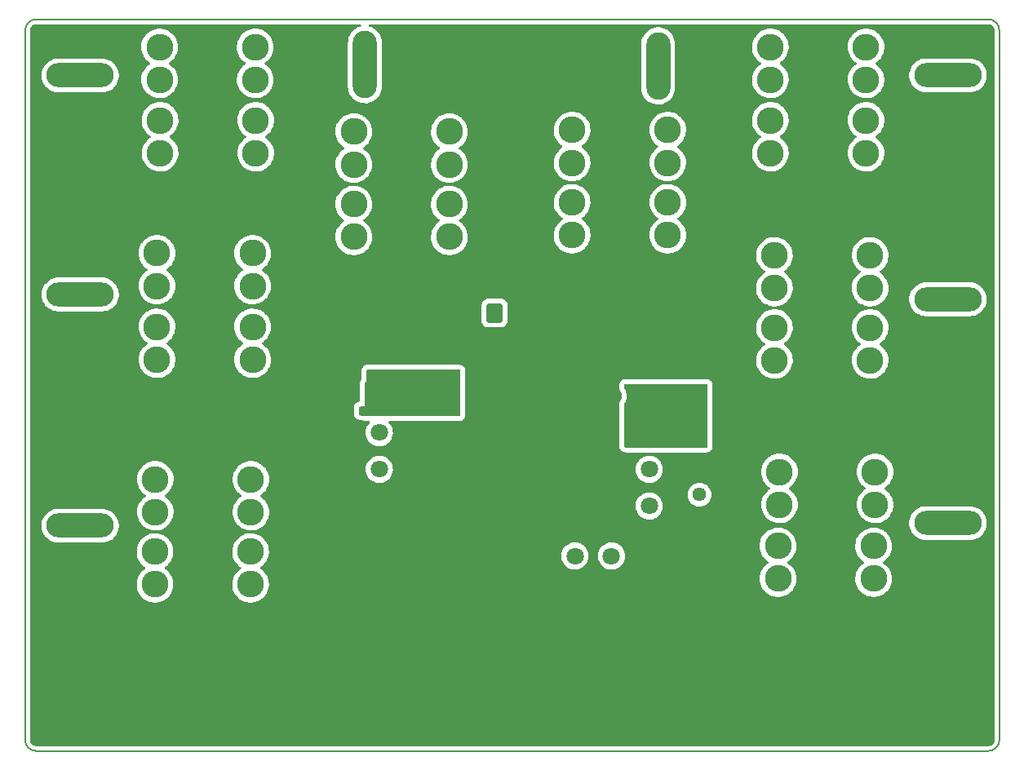
<source format=gbl>
G04 #@! TF.GenerationSoftware,KiCad,Pcbnew,(6.0.1)*
G04 #@! TF.CreationDate,2022-02-16T17:26:55-07:00*
G04 #@! TF.ProjectId,MinesRobotics_PDB,4d696e65-7352-46f6-926f-746963735f50,rev?*
G04 #@! TF.SameCoordinates,Original*
G04 #@! TF.FileFunction,Copper,L2,Bot*
G04 #@! TF.FilePolarity,Positive*
%FSLAX46Y46*%
G04 Gerber Fmt 4.6, Leading zero omitted, Abs format (unit mm)*
G04 Created by KiCad (PCBNEW (6.0.1)) date 2022-02-16 17:26:55*
%MOMM*%
%LPD*%
G01*
G04 APERTURE LIST*
G04 Aperture macros list*
%AMRoundRect*
0 Rectangle with rounded corners*
0 $1 Rounding radius*
0 $2 $3 $4 $5 $6 $7 $8 $9 X,Y pos of 4 corners*
0 Add a 4 corners polygon primitive as box body*
4,1,4,$2,$3,$4,$5,$6,$7,$8,$9,$2,$3,0*
0 Add four circle primitives for the rounded corners*
1,1,$1+$1,$2,$3*
1,1,$1+$1,$4,$5*
1,1,$1+$1,$6,$7*
1,1,$1+$1,$8,$9*
0 Add four rect primitives between the rounded corners*
20,1,$1+$1,$2,$3,$4,$5,0*
20,1,$1+$1,$4,$5,$6,$7,0*
20,1,$1+$1,$6,$7,$8,$9,0*
20,1,$1+$1,$8,$9,$2,$3,0*%
G04 Aperture macros list end*
G04 #@! TA.AperFunction,Profile*
%ADD10C,0.150000*%
G04 #@! TD*
G04 #@! TA.AperFunction,ComponentPad*
%ADD11C,5.600000*%
G04 #@! TD*
G04 #@! TA.AperFunction,ComponentPad*
%ADD12C,2.780000*%
G04 #@! TD*
G04 #@! TA.AperFunction,ComponentPad*
%ADD13O,7.000000X2.500000*%
G04 #@! TD*
G04 #@! TA.AperFunction,ComponentPad*
%ADD14O,2.500000X7.000000*%
G04 #@! TD*
G04 #@! TA.AperFunction,ComponentPad*
%ADD15C,1.800000*%
G04 #@! TD*
G04 #@! TA.AperFunction,ComponentPad*
%ADD16C,2.500000*%
G04 #@! TD*
G04 #@! TA.AperFunction,ComponentPad*
%ADD17C,1.440000*%
G04 #@! TD*
G04 #@! TA.AperFunction,ComponentPad*
%ADD18RoundRect,0.250000X-0.600000X-0.750000X0.600000X-0.750000X0.600000X0.750000X-0.600000X0.750000X0*%
G04 #@! TD*
G04 #@! TA.AperFunction,ComponentPad*
%ADD19O,1.700000X2.000000*%
G04 #@! TD*
G04 #@! TA.AperFunction,SMDPad,CuDef*
%ADD20RoundRect,0.250000X1.025000X-0.787500X1.025000X0.787500X-1.025000X0.787500X-1.025000X-0.787500X0*%
G04 #@! TD*
G04 #@! TA.AperFunction,SMDPad,CuDef*
%ADD21RoundRect,0.225000X0.225000X0.250000X-0.225000X0.250000X-0.225000X-0.250000X0.225000X-0.250000X0*%
G04 #@! TD*
G04 #@! TA.AperFunction,SMDPad,CuDef*
%ADD22RoundRect,0.250000X-1.000000X1.750000X-1.000000X-1.750000X1.000000X-1.750000X1.000000X1.750000X0*%
G04 #@! TD*
G04 #@! TA.AperFunction,ViaPad*
%ADD23C,0.800000*%
G04 #@! TD*
G04 #@! TA.AperFunction,Conductor*
%ADD24C,0.250000*%
G04 #@! TD*
G04 APERTURE END LIST*
D10*
X181229000Y-126746000D02*
G75*
G03*
X182372000Y-125603000I0J1143000D01*
G01*
X82423000Y-50800000D02*
G75*
G03*
X81280000Y-51943000I0J-1143000D01*
G01*
X181229000Y-50800000D02*
X82423000Y-50800000D01*
X82423000Y-126746000D02*
X181229000Y-126746000D01*
X81280000Y-51943000D02*
X81280000Y-125603000D01*
X182372000Y-51943000D02*
G75*
G03*
X181229000Y-50800000I-1143000J0D01*
G01*
X81280000Y-125603000D02*
G75*
G03*
X82423000Y-126746000I1143000J0D01*
G01*
X182372000Y-125603000D02*
X182372000Y-51943000D01*
D11*
X102870000Y-69850000D03*
D12*
X125305200Y-62460400D03*
X125305200Y-65860400D03*
X115385200Y-62460400D03*
X115385200Y-65860400D03*
X158616000Y-64692000D03*
X158616000Y-61292000D03*
X168536000Y-64692000D03*
X168536000Y-61292000D03*
X159040000Y-86200000D03*
X159040000Y-82800000D03*
X168960000Y-86200000D03*
X168960000Y-82800000D03*
D13*
X86995000Y-103355000D03*
X86995000Y-111275000D03*
D14*
X146962000Y-55626000D03*
X139042000Y-55626000D03*
D12*
X159403400Y-108862600D03*
X159403400Y-105462600D03*
X169323400Y-108862600D03*
X169323400Y-105462600D03*
D13*
X86995000Y-56619000D03*
X86995000Y-64539000D03*
D12*
X159555800Y-101191800D03*
X159555800Y-97791800D03*
X169475800Y-97791800D03*
X169475800Y-101191800D03*
D11*
X158500000Y-70000000D03*
D13*
X177038000Y-79860000D03*
X177038000Y-87780000D03*
D14*
X116540000Y-55500000D03*
X124460000Y-55500000D03*
D12*
X125305200Y-69978800D03*
X125305200Y-73378800D03*
X115385200Y-69978800D03*
X115385200Y-73378800D03*
X138040000Y-62300000D03*
X138040000Y-65700000D03*
X147960000Y-62300000D03*
X147960000Y-65700000D03*
X159040000Y-75300000D03*
X159040000Y-78700000D03*
X168960000Y-78700000D03*
X168960000Y-75300000D03*
D13*
X177038000Y-103101000D03*
X177038000Y-111021000D03*
D12*
X104883600Y-82729600D03*
X104883600Y-86129600D03*
X94963600Y-82729600D03*
X94963600Y-86129600D03*
D11*
X146050000Y-82423000D03*
D12*
X104883600Y-75084200D03*
X104883600Y-78484200D03*
X94963600Y-78484200D03*
X94963600Y-75084200D03*
D11*
X115062000Y-82423000D03*
D15*
X118029200Y-89910800D03*
X118029200Y-97510800D03*
D16*
X118029200Y-105110800D03*
X146029200Y-105110800D03*
D15*
X146029200Y-101310800D03*
X146029200Y-97510800D03*
X146029200Y-93710800D03*
D16*
X146029200Y-89910800D03*
D15*
X138329200Y-106510800D03*
X142129200Y-106510800D03*
X118029200Y-93710800D03*
D17*
X151258200Y-100141800D03*
X151258200Y-102681800D03*
X151258200Y-105221800D03*
D11*
X130048000Y-114046000D03*
X167000000Y-115000000D03*
D13*
X177038000Y-56619000D03*
X177038000Y-64539000D03*
D12*
X105156000Y-53672000D03*
X105156000Y-57072000D03*
X95236000Y-57072000D03*
X95236000Y-53672000D03*
D13*
X86995000Y-79352000D03*
X86995000Y-87272000D03*
D12*
X158616000Y-57072000D03*
X158616000Y-53672000D03*
X168536000Y-57072000D03*
X168536000Y-53672000D03*
X138042000Y-69800000D03*
X138042000Y-73200000D03*
X147962000Y-69800000D03*
X147962000Y-73200000D03*
D11*
X96000000Y-115000000D03*
D18*
X130000000Y-81280000D03*
D19*
X132500000Y-81280000D03*
D12*
X105206800Y-64692000D03*
X105206800Y-61292000D03*
X95286800Y-64692000D03*
X95286800Y-61292000D03*
X104705800Y-98553800D03*
X104705800Y-101953800D03*
X94785800Y-98553800D03*
X94785800Y-101953800D03*
X104680400Y-106046800D03*
X104680400Y-109446800D03*
X94760400Y-106046800D03*
X94760400Y-109446800D03*
D20*
X150368000Y-93282500D03*
X150368000Y-87057500D03*
D21*
X117310200Y-87807800D03*
X115760200Y-87807800D03*
D22*
X124714000Y-89726000D03*
X124714000Y-97726000D03*
D21*
X144255000Y-89895200D03*
X142705000Y-89895200D03*
X116345000Y-91440000D03*
X114795000Y-91440000D03*
D23*
X122428000Y-91186000D03*
X120904000Y-91186000D03*
X119634000Y-91186000D03*
X120904000Y-88138000D03*
X120904000Y-89662000D03*
X119634000Y-89662000D03*
X119634000Y-88138000D03*
X122174000Y-89662000D03*
X134112000Y-106426000D03*
X141732000Y-108966000D03*
X138684000Y-111506000D03*
X132588000Y-106426000D03*
X121158000Y-107950000D03*
X138684000Y-113030000D03*
X119634000Y-107950000D03*
X134112000Y-103378000D03*
X127000000Y-104902000D03*
X121158000Y-112014000D03*
X122682000Y-109220000D03*
X127000000Y-103378000D03*
X121158000Y-113538000D03*
X141732000Y-114554000D03*
X140208000Y-113030000D03*
X140208000Y-111506000D03*
X119634000Y-109220000D03*
X128270000Y-104902000D03*
X141732000Y-113030000D03*
X121158000Y-109220000D03*
X122682000Y-107950000D03*
X132588000Y-103378000D03*
X140208000Y-110236000D03*
X119634000Y-112014000D03*
X141732000Y-111506000D03*
X141732000Y-110236000D03*
X129540000Y-106426000D03*
X122682000Y-110490000D03*
X134112000Y-104902000D03*
X140208000Y-114554000D03*
X131064000Y-106426000D03*
X132588000Y-104902000D03*
X131064000Y-103378000D03*
X119634000Y-113538000D03*
X128270000Y-103378000D03*
X138684000Y-108966000D03*
X140208000Y-108966000D03*
X122682000Y-112014000D03*
X128270000Y-106426000D03*
X119634000Y-110490000D03*
X138684000Y-114554000D03*
X127000000Y-106426000D03*
X129540000Y-104902000D03*
X138684000Y-110236000D03*
X121158000Y-110490000D03*
X122682000Y-113538000D03*
X129540000Y-103378000D03*
X131064000Y-104902000D03*
X144526000Y-91948000D03*
X147574000Y-91948000D03*
X146050000Y-91948000D03*
X149606000Y-90678000D03*
X149606000Y-89408000D03*
D24*
X146020000Y-89946000D02*
X145999200Y-89966800D01*
X144255000Y-89895200D02*
X144255000Y-89933000D01*
X144221200Y-89966800D02*
X145999200Y-89966800D01*
X144255000Y-89933000D02*
X144221200Y-89966800D01*
G04 #@! TA.AperFunction,Conductor*
G36*
X116103773Y-51328002D02*
G01*
X116150266Y-51381658D01*
X116160370Y-51451932D01*
X116130876Y-51516512D01*
X116070910Y-51554966D01*
X115922433Y-51598243D01*
X115918180Y-51600203D01*
X115918179Y-51600204D01*
X115884223Y-51615858D01*
X115685072Y-51707668D01*
X115646067Y-51733241D01*
X115470404Y-51848410D01*
X115470399Y-51848414D01*
X115466491Y-51850976D01*
X115271494Y-52025018D01*
X115104363Y-52225970D01*
X115101934Y-52229973D01*
X114976991Y-52435873D01*
X114968771Y-52449419D01*
X114867697Y-52690455D01*
X114803359Y-52943783D01*
X114802891Y-52948434D01*
X114802890Y-52948438D01*
X114790203Y-53074438D01*
X114781500Y-53160867D01*
X114781500Y-57816354D01*
X114781673Y-57818679D01*
X114781673Y-57818685D01*
X114792790Y-57968271D01*
X114795939Y-58010652D01*
X114796968Y-58015200D01*
X114796969Y-58015206D01*
X114833707Y-58177562D01*
X114853623Y-58265577D01*
X114855315Y-58269929D01*
X114855316Y-58269931D01*
X114927757Y-58456213D01*
X114948353Y-58509177D01*
X115078049Y-58736098D01*
X115239862Y-58941357D01*
X115430237Y-59120443D01*
X115644991Y-59269424D01*
X115649181Y-59271490D01*
X115649184Y-59271492D01*
X115875219Y-59382960D01*
X115875222Y-59382961D01*
X115879407Y-59385025D01*
X115883850Y-59386447D01*
X115883852Y-59386448D01*
X115989572Y-59420289D01*
X116128335Y-59464707D01*
X116386307Y-59506721D01*
X116500058Y-59508210D01*
X116642978Y-59510081D01*
X116642981Y-59510081D01*
X116647655Y-59510142D01*
X116906638Y-59474896D01*
X116966030Y-59457585D01*
X117093986Y-59420289D01*
X117157567Y-59401757D01*
X117166819Y-59397492D01*
X117212112Y-59376611D01*
X117394928Y-59292332D01*
X117469810Y-59243237D01*
X117609596Y-59151590D01*
X117609601Y-59151586D01*
X117613509Y-59149024D01*
X117808506Y-58974982D01*
X117975637Y-58774030D01*
X118032345Y-58680578D01*
X118108804Y-58554578D01*
X118108806Y-58554574D01*
X118111229Y-58550581D01*
X118212303Y-58309545D01*
X118276641Y-58056217D01*
X118277817Y-58044543D01*
X118288107Y-57942354D01*
X145203500Y-57942354D01*
X145203673Y-57944679D01*
X145203673Y-57944685D01*
X145213800Y-58080951D01*
X145217939Y-58136652D01*
X145218968Y-58141200D01*
X145218969Y-58141206D01*
X145246081Y-58261020D01*
X145275623Y-58391577D01*
X145277315Y-58395929D01*
X145277316Y-58395931D01*
X145348282Y-58578420D01*
X145370353Y-58635177D01*
X145500049Y-58862098D01*
X145661862Y-59067357D01*
X145852237Y-59246443D01*
X146004563Y-59352116D01*
X146058119Y-59389269D01*
X146066991Y-59395424D01*
X146071181Y-59397490D01*
X146071184Y-59397492D01*
X146297219Y-59508960D01*
X146297222Y-59508961D01*
X146301407Y-59511025D01*
X146305850Y-59512447D01*
X146305852Y-59512448D01*
X146408145Y-59545192D01*
X146550335Y-59590707D01*
X146808307Y-59632721D01*
X146922058Y-59634210D01*
X147064978Y-59636081D01*
X147064981Y-59636081D01*
X147069655Y-59636142D01*
X147328638Y-59600896D01*
X147579567Y-59527757D01*
X147615862Y-59511025D01*
X147634112Y-59502611D01*
X147816928Y-59418332D01*
X147870879Y-59382960D01*
X148031596Y-59277590D01*
X148031601Y-59277586D01*
X148035509Y-59275024D01*
X148230506Y-59100982D01*
X148397637Y-58900030D01*
X148433039Y-58841690D01*
X148530804Y-58680578D01*
X148530806Y-58680574D01*
X148533229Y-58676581D01*
X148634303Y-58435545D01*
X148698641Y-58182217D01*
X148711329Y-58056217D01*
X148720184Y-57968271D01*
X148720500Y-57965133D01*
X148720500Y-57012214D01*
X156713589Y-57012214D01*
X156713764Y-57016666D01*
X156722404Y-57236567D01*
X156724144Y-57280863D01*
X156772447Y-57545344D01*
X156857534Y-57800381D01*
X156899324Y-57884016D01*
X156938608Y-57962634D01*
X156977707Y-58040884D01*
X157130568Y-58262056D01*
X157178450Y-58313854D01*
X157237284Y-58377500D01*
X157313067Y-58459482D01*
X157316521Y-58462294D01*
X157518107Y-58626411D01*
X157518111Y-58626414D01*
X157521564Y-58629225D01*
X157525386Y-58631526D01*
X157705172Y-58739766D01*
X157751897Y-58767897D01*
X157847777Y-58808497D01*
X157995369Y-58870995D01*
X157995374Y-58870997D01*
X157999472Y-58872732D01*
X158003769Y-58873871D01*
X158003774Y-58873873D01*
X158129410Y-58907184D01*
X158259348Y-58941636D01*
X158526340Y-58973237D01*
X158795121Y-58966903D01*
X158946923Y-58941636D01*
X159055938Y-58923491D01*
X159055942Y-58923490D01*
X159060328Y-58922760D01*
X159064569Y-58921419D01*
X159064572Y-58921418D01*
X159312424Y-58843033D01*
X159312426Y-58843032D01*
X159316670Y-58841690D01*
X159320681Y-58839764D01*
X159320686Y-58839762D01*
X159555012Y-58727240D01*
X159555013Y-58727239D01*
X159559031Y-58725310D01*
X159562737Y-58722834D01*
X159778869Y-58578420D01*
X159778873Y-58578417D01*
X159782577Y-58575942D01*
X159785894Y-58572971D01*
X159785898Y-58572968D01*
X159979528Y-58399538D01*
X159979529Y-58399537D01*
X159982846Y-58396566D01*
X160155842Y-58190761D01*
X160298115Y-57962634D01*
X160406825Y-57716737D01*
X160479804Y-57457975D01*
X160503593Y-57280863D01*
X160515167Y-57194694D01*
X160515168Y-57194686D01*
X160515594Y-57191512D01*
X160519350Y-57072000D01*
X160515117Y-57012214D01*
X166633589Y-57012214D01*
X166633764Y-57016666D01*
X166642404Y-57236567D01*
X166644144Y-57280863D01*
X166692447Y-57545344D01*
X166777534Y-57800381D01*
X166819324Y-57884016D01*
X166858608Y-57962634D01*
X166897707Y-58040884D01*
X167050568Y-58262056D01*
X167098450Y-58313854D01*
X167157284Y-58377500D01*
X167233067Y-58459482D01*
X167236521Y-58462294D01*
X167438107Y-58626411D01*
X167438111Y-58626414D01*
X167441564Y-58629225D01*
X167445386Y-58631526D01*
X167625172Y-58739766D01*
X167671897Y-58767897D01*
X167767777Y-58808497D01*
X167915369Y-58870995D01*
X167915374Y-58870997D01*
X167919472Y-58872732D01*
X167923769Y-58873871D01*
X167923774Y-58873873D01*
X168049410Y-58907184D01*
X168179348Y-58941636D01*
X168446340Y-58973237D01*
X168715121Y-58966903D01*
X168866923Y-58941636D01*
X168975938Y-58923491D01*
X168975942Y-58923490D01*
X168980328Y-58922760D01*
X168984569Y-58921419D01*
X168984572Y-58921418D01*
X169232424Y-58843033D01*
X169232426Y-58843032D01*
X169236670Y-58841690D01*
X169240681Y-58839764D01*
X169240686Y-58839762D01*
X169475012Y-58727240D01*
X169475013Y-58727239D01*
X169479031Y-58725310D01*
X169482737Y-58722834D01*
X169698869Y-58578420D01*
X169698873Y-58578417D01*
X169702577Y-58575942D01*
X169705894Y-58572971D01*
X169705898Y-58572968D01*
X169899528Y-58399538D01*
X169899529Y-58399537D01*
X169902846Y-58396566D01*
X170075842Y-58190761D01*
X170218115Y-57962634D01*
X170326825Y-57716737D01*
X170399804Y-57457975D01*
X170423593Y-57280863D01*
X170435167Y-57194694D01*
X170435168Y-57194686D01*
X170435594Y-57191512D01*
X170439350Y-57072000D01*
X170420362Y-56803816D01*
X170403750Y-56726655D01*
X173027858Y-56726655D01*
X173063104Y-56985638D01*
X173064412Y-56990124D01*
X173064412Y-56990126D01*
X173084098Y-57057664D01*
X173136243Y-57236567D01*
X173245668Y-57473928D01*
X173248231Y-57477837D01*
X173386410Y-57688596D01*
X173386414Y-57688601D01*
X173388976Y-57692509D01*
X173563018Y-57887506D01*
X173763970Y-58054637D01*
X173767973Y-58057066D01*
X173983422Y-58187804D01*
X173983426Y-58187806D01*
X173987419Y-58190229D01*
X174228455Y-58291303D01*
X174481783Y-58355641D01*
X174486434Y-58356109D01*
X174486438Y-58356110D01*
X174679308Y-58375531D01*
X174698867Y-58377500D01*
X179354354Y-58377500D01*
X179356679Y-58377327D01*
X179356685Y-58377327D01*
X179544000Y-58363407D01*
X179544004Y-58363406D01*
X179548652Y-58363061D01*
X179553200Y-58362032D01*
X179553206Y-58362031D01*
X179785157Y-58309545D01*
X179803577Y-58305377D01*
X179839769Y-58291303D01*
X180042824Y-58212340D01*
X180042827Y-58212339D01*
X180047177Y-58210647D01*
X180081971Y-58190761D01*
X180131196Y-58162626D01*
X180274098Y-58080951D01*
X180479357Y-57919138D01*
X180658443Y-57728763D01*
X180764116Y-57576437D01*
X180804759Y-57517851D01*
X180804761Y-57517848D01*
X180807424Y-57514009D01*
X180923025Y-57279593D01*
X181002707Y-57030665D01*
X181044721Y-56772693D01*
X181048142Y-56511345D01*
X181012896Y-56252362D01*
X180998473Y-56202877D01*
X180941068Y-56005932D01*
X180939757Y-56001433D01*
X180830332Y-55764072D01*
X180753876Y-55647457D01*
X180689590Y-55549404D01*
X180689586Y-55549399D01*
X180687024Y-55545491D01*
X180512982Y-55350494D01*
X180312030Y-55183363D01*
X180264844Y-55154730D01*
X180092578Y-55050196D01*
X180092574Y-55050194D01*
X180088581Y-55047771D01*
X179847545Y-54946697D01*
X179594217Y-54882359D01*
X179589566Y-54881891D01*
X179589562Y-54881890D01*
X179380271Y-54860816D01*
X179377133Y-54860500D01*
X174721646Y-54860500D01*
X174719321Y-54860673D01*
X174719315Y-54860673D01*
X174532000Y-54874593D01*
X174531996Y-54874594D01*
X174527348Y-54874939D01*
X174522800Y-54875968D01*
X174522794Y-54875969D01*
X174336399Y-54918147D01*
X174272423Y-54932623D01*
X174268071Y-54934315D01*
X174268069Y-54934316D01*
X174033176Y-55025660D01*
X174033173Y-55025661D01*
X174028823Y-55027353D01*
X173801902Y-55157049D01*
X173596643Y-55318862D01*
X173417557Y-55509237D01*
X173268576Y-55723991D01*
X173266510Y-55728181D01*
X173266508Y-55728184D01*
X173211631Y-55839465D01*
X173152975Y-55958407D01*
X173151553Y-55962850D01*
X173151552Y-55962852D01*
X173122973Y-56052134D01*
X173073293Y-56207335D01*
X173031279Y-56465307D01*
X173027858Y-56726655D01*
X170403750Y-56726655D01*
X170363775Y-56540982D01*
X170352842Y-56511345D01*
X170272260Y-56292921D01*
X170270719Y-56288744D01*
X170143052Y-56052134D01*
X169983319Y-55835873D01*
X169942610Y-55794519D01*
X169873181Y-55723991D01*
X169794708Y-55644276D01*
X169791169Y-55641575D01*
X169791162Y-55641569D01*
X169649284Y-55533292D01*
X169580983Y-55481166D01*
X169577093Y-55478987D01*
X169573376Y-55476546D01*
X169574075Y-55475482D01*
X169528348Y-55428754D01*
X169514010Y-55359220D01*
X169539541Y-55292973D01*
X169569582Y-55264806D01*
X169698869Y-55178420D01*
X169698873Y-55178417D01*
X169702577Y-55175942D01*
X169705894Y-55172971D01*
X169705898Y-55172968D01*
X169899528Y-54999538D01*
X169899529Y-54999537D01*
X169902846Y-54996566D01*
X170075842Y-54790761D01*
X170218115Y-54562634D01*
X170326825Y-54316737D01*
X170399804Y-54057975D01*
X170423593Y-53880863D01*
X170435167Y-53794694D01*
X170435168Y-53794686D01*
X170435594Y-53791512D01*
X170439350Y-53672000D01*
X170420362Y-53403816D01*
X170363775Y-53140982D01*
X170356035Y-53120000D01*
X170272260Y-52892921D01*
X170270719Y-52888744D01*
X170143052Y-52652134D01*
X169983319Y-52435873D01*
X169942610Y-52394519D01*
X169797839Y-52247457D01*
X169794708Y-52244276D01*
X169791169Y-52241575D01*
X169791162Y-52241569D01*
X169584523Y-52083868D01*
X169580983Y-52081166D01*
X169520100Y-52047070D01*
X169350293Y-51951973D01*
X169350290Y-51951972D01*
X169346407Y-51949797D01*
X169342262Y-51948193D01*
X169342259Y-51948192D01*
X169112334Y-51859241D01*
X169095662Y-51852791D01*
X169091337Y-51851788D01*
X169091332Y-51851787D01*
X168936085Y-51815803D01*
X168833750Y-51792083D01*
X168565897Y-51768885D01*
X168561462Y-51769129D01*
X168561458Y-51769129D01*
X168443232Y-51775635D01*
X168297447Y-51783658D01*
X168135846Y-51815803D01*
X168038125Y-51835241D01*
X168038123Y-51835242D01*
X168033757Y-51836110D01*
X167780089Y-51925192D01*
X167541502Y-52049127D01*
X167537875Y-52051719D01*
X167537870Y-52051722D01*
X167403279Y-52147903D01*
X167322759Y-52205444D01*
X167128223Y-52391022D01*
X167125467Y-52394517D01*
X167125466Y-52394519D01*
X167046115Y-52495176D01*
X166961776Y-52602159D01*
X166910490Y-52690455D01*
X166828977Y-52830788D01*
X166828974Y-52830794D01*
X166826739Y-52834642D01*
X166825065Y-52838775D01*
X166733335Y-53065248D01*
X166725807Y-53083833D01*
X166724736Y-53088146D01*
X166724734Y-53088151D01*
X166711611Y-53140982D01*
X166660992Y-53344759D01*
X166633589Y-53612214D01*
X166644144Y-53880863D01*
X166692447Y-54145344D01*
X166777534Y-54400381D01*
X166779527Y-54404369D01*
X166858608Y-54562634D01*
X166897707Y-54640884D01*
X167050568Y-54862056D01*
X167233067Y-55059482D01*
X167236521Y-55062294D01*
X167438107Y-55226411D01*
X167438111Y-55226414D01*
X167441564Y-55229225D01*
X167445386Y-55231526D01*
X167498488Y-55263496D01*
X167546531Y-55315767D01*
X167558688Y-55385715D01*
X167531098Y-55451132D01*
X167506757Y-55473956D01*
X167401179Y-55549404D01*
X167322759Y-55605444D01*
X167319538Y-55608517D01*
X167160572Y-55760163D01*
X167128223Y-55791022D01*
X167125467Y-55794517D01*
X167125466Y-55794519D01*
X167090034Y-55839465D01*
X166961776Y-56002159D01*
X166934829Y-56048552D01*
X166828977Y-56230788D01*
X166828974Y-56230794D01*
X166826739Y-56234642D01*
X166725807Y-56483833D01*
X166724736Y-56488146D01*
X166724734Y-56488151D01*
X166711611Y-56540982D01*
X166660992Y-56744759D01*
X166633589Y-57012214D01*
X160515117Y-57012214D01*
X160500362Y-56803816D01*
X160443775Y-56540982D01*
X160432842Y-56511345D01*
X160352260Y-56292921D01*
X160350719Y-56288744D01*
X160223052Y-56052134D01*
X160063319Y-55835873D01*
X160022610Y-55794519D01*
X159953181Y-55723991D01*
X159874708Y-55644276D01*
X159871169Y-55641575D01*
X159871162Y-55641569D01*
X159729284Y-55533292D01*
X159660983Y-55481166D01*
X159657093Y-55478987D01*
X159653376Y-55476546D01*
X159654075Y-55475482D01*
X159608348Y-55428754D01*
X159594010Y-55359220D01*
X159619541Y-55292973D01*
X159649582Y-55264806D01*
X159778869Y-55178420D01*
X159778873Y-55178417D01*
X159782577Y-55175942D01*
X159785894Y-55172971D01*
X159785898Y-55172968D01*
X159979528Y-54999538D01*
X159979529Y-54999537D01*
X159982846Y-54996566D01*
X160155842Y-54790761D01*
X160298115Y-54562634D01*
X160406825Y-54316737D01*
X160479804Y-54057975D01*
X160503593Y-53880863D01*
X160515167Y-53794694D01*
X160515168Y-53794686D01*
X160515594Y-53791512D01*
X160519350Y-53672000D01*
X160500362Y-53403816D01*
X160443775Y-53140982D01*
X160436035Y-53120000D01*
X160352260Y-52892921D01*
X160350719Y-52888744D01*
X160223052Y-52652134D01*
X160063319Y-52435873D01*
X160022610Y-52394519D01*
X159877839Y-52247457D01*
X159874708Y-52244276D01*
X159871169Y-52241575D01*
X159871162Y-52241569D01*
X159664523Y-52083868D01*
X159660983Y-52081166D01*
X159600100Y-52047070D01*
X159430293Y-51951973D01*
X159430290Y-51951972D01*
X159426407Y-51949797D01*
X159422262Y-51948193D01*
X159422259Y-51948192D01*
X159192334Y-51859241D01*
X159175662Y-51852791D01*
X159171337Y-51851788D01*
X159171332Y-51851787D01*
X159016085Y-51815803D01*
X158913750Y-51792083D01*
X158645897Y-51768885D01*
X158641462Y-51769129D01*
X158641458Y-51769129D01*
X158523232Y-51775635D01*
X158377447Y-51783658D01*
X158215846Y-51815803D01*
X158118125Y-51835241D01*
X158118123Y-51835242D01*
X158113757Y-51836110D01*
X157860089Y-51925192D01*
X157621502Y-52049127D01*
X157617875Y-52051719D01*
X157617870Y-52051722D01*
X157483279Y-52147903D01*
X157402759Y-52205444D01*
X157208223Y-52391022D01*
X157205467Y-52394517D01*
X157205466Y-52394519D01*
X157126115Y-52495176D01*
X157041776Y-52602159D01*
X156990490Y-52690455D01*
X156908977Y-52830788D01*
X156908974Y-52830794D01*
X156906739Y-52834642D01*
X156905065Y-52838775D01*
X156813335Y-53065248D01*
X156805807Y-53083833D01*
X156804736Y-53088146D01*
X156804734Y-53088151D01*
X156791611Y-53140982D01*
X156740992Y-53344759D01*
X156713589Y-53612214D01*
X156724144Y-53880863D01*
X156772447Y-54145344D01*
X156857534Y-54400381D01*
X156859527Y-54404369D01*
X156938608Y-54562634D01*
X156977707Y-54640884D01*
X157130568Y-54862056D01*
X157313067Y-55059482D01*
X157316521Y-55062294D01*
X157518107Y-55226411D01*
X157518111Y-55226414D01*
X157521564Y-55229225D01*
X157525386Y-55231526D01*
X157578488Y-55263496D01*
X157626531Y-55315767D01*
X157638688Y-55385715D01*
X157611098Y-55451132D01*
X157586757Y-55473956D01*
X157481179Y-55549404D01*
X157402759Y-55605444D01*
X157399538Y-55608517D01*
X157240572Y-55760163D01*
X157208223Y-55791022D01*
X157205467Y-55794517D01*
X157205466Y-55794519D01*
X157170034Y-55839465D01*
X157041776Y-56002159D01*
X157014829Y-56048552D01*
X156908977Y-56230788D01*
X156908974Y-56230794D01*
X156906739Y-56234642D01*
X156805807Y-56483833D01*
X156804736Y-56488146D01*
X156804734Y-56488151D01*
X156791611Y-56540982D01*
X156740992Y-56744759D01*
X156713589Y-57012214D01*
X148720500Y-57012214D01*
X148720500Y-53309646D01*
X148711311Y-53185990D01*
X148706407Y-53120000D01*
X148706406Y-53119996D01*
X148706061Y-53115348D01*
X148697997Y-53079707D01*
X148649408Y-52864980D01*
X148648377Y-52860423D01*
X148639959Y-52838775D01*
X148555340Y-52621176D01*
X148555339Y-52621173D01*
X148553647Y-52616823D01*
X148423951Y-52389902D01*
X148262138Y-52184643D01*
X148071763Y-52005557D01*
X147857009Y-51856576D01*
X147852816Y-51854508D01*
X147626781Y-51743040D01*
X147626778Y-51743039D01*
X147622593Y-51740975D01*
X147590107Y-51730576D01*
X147378123Y-51662720D01*
X147373665Y-51661293D01*
X147115693Y-51619279D01*
X147001942Y-51617790D01*
X146859022Y-51615919D01*
X146859019Y-51615919D01*
X146854345Y-51615858D01*
X146595362Y-51651104D01*
X146344433Y-51724243D01*
X146340180Y-51726203D01*
X146340179Y-51726204D01*
X146303659Y-51743040D01*
X146107072Y-51833668D01*
X146068067Y-51859241D01*
X145892404Y-51974410D01*
X145892399Y-51974414D01*
X145888491Y-51976976D01*
X145693494Y-52151018D01*
X145526363Y-52351970D01*
X145523934Y-52355973D01*
X145439464Y-52495176D01*
X145390771Y-52575419D01*
X145289697Y-52816455D01*
X145225359Y-53069783D01*
X145224891Y-53074434D01*
X145224890Y-53074438D01*
X145223944Y-53083833D01*
X145203500Y-53286867D01*
X145203500Y-57942354D01*
X118288107Y-57942354D01*
X118298184Y-57842271D01*
X118298500Y-57839133D01*
X118298500Y-53183646D01*
X118295653Y-53145334D01*
X118284407Y-52994000D01*
X118284406Y-52993996D01*
X118284061Y-52989348D01*
X118272725Y-52939248D01*
X118227408Y-52738980D01*
X118226377Y-52734423D01*
X118131647Y-52490823D01*
X118102294Y-52439465D01*
X118004270Y-52267960D01*
X118001951Y-52263902D01*
X117840138Y-52058643D01*
X117649763Y-51879557D01*
X117435009Y-51730576D01*
X117430816Y-51728508D01*
X117204781Y-51617040D01*
X117204778Y-51617039D01*
X117200593Y-51614975D01*
X117144227Y-51596932D01*
X117010112Y-51554002D01*
X116951332Y-51514185D01*
X116923410Y-51448909D01*
X116935211Y-51378900D01*
X116982989Y-51326385D01*
X117048525Y-51308000D01*
X181179672Y-51308000D01*
X181199057Y-51309500D01*
X181213858Y-51311805D01*
X181213861Y-51311805D01*
X181222730Y-51313186D01*
X181231632Y-51312022D01*
X181231636Y-51312022D01*
X181231732Y-51312009D01*
X181262170Y-51311738D01*
X181356196Y-51322332D01*
X181383704Y-51328611D01*
X181491116Y-51366196D01*
X181516535Y-51378437D01*
X181611131Y-51437875D01*
X181612897Y-51438985D01*
X181634956Y-51456577D01*
X181715423Y-51537044D01*
X181733015Y-51559103D01*
X181771299Y-51620031D01*
X181793562Y-51655463D01*
X181805804Y-51680884D01*
X181843389Y-51788296D01*
X181849668Y-51815803D01*
X181859522Y-51903254D01*
X181860305Y-51918900D01*
X181860196Y-51927856D01*
X181858814Y-51936730D01*
X181861274Y-51955539D01*
X181862936Y-51968251D01*
X181864000Y-51984589D01*
X181864000Y-125553672D01*
X181862500Y-125573056D01*
X181858814Y-125596730D01*
X181859978Y-125605632D01*
X181859978Y-125605636D01*
X181859991Y-125605732D01*
X181860262Y-125636170D01*
X181849668Y-125730196D01*
X181843389Y-125757704D01*
X181805804Y-125865116D01*
X181793562Y-125890537D01*
X181733015Y-125986897D01*
X181715423Y-126008956D01*
X181634956Y-126089423D01*
X181612897Y-126107015D01*
X181516537Y-126167562D01*
X181491116Y-126179804D01*
X181383704Y-126217389D01*
X181356197Y-126223668D01*
X181320897Y-126227646D01*
X181268742Y-126233522D01*
X181253100Y-126234305D01*
X181244144Y-126234196D01*
X181235270Y-126232814D01*
X181203749Y-126236936D01*
X181187411Y-126238000D01*
X82472328Y-126238000D01*
X82452943Y-126236500D01*
X82438142Y-126234195D01*
X82438139Y-126234195D01*
X82429270Y-126232814D01*
X82420368Y-126233978D01*
X82420364Y-126233978D01*
X82420268Y-126233991D01*
X82389830Y-126234262D01*
X82295804Y-126223668D01*
X82268296Y-126217389D01*
X82160884Y-126179804D01*
X82135463Y-126167562D01*
X82039103Y-126107015D01*
X82017044Y-126089423D01*
X81936577Y-126008956D01*
X81918985Y-125986897D01*
X81858438Y-125890537D01*
X81846196Y-125865116D01*
X81808611Y-125757704D01*
X81802332Y-125730197D01*
X81792667Y-125644420D01*
X81792385Y-125619614D01*
X81793071Y-125615539D01*
X81793224Y-125603000D01*
X81789273Y-125575412D01*
X81788000Y-125557549D01*
X81788000Y-109387014D01*
X92857989Y-109387014D01*
X92858164Y-109391466D01*
X92865837Y-109586752D01*
X92868544Y-109655663D01*
X92916847Y-109920144D01*
X93001934Y-110175181D01*
X93003927Y-110179169D01*
X93083008Y-110337434D01*
X93122107Y-110415684D01*
X93274968Y-110636856D01*
X93457467Y-110834282D01*
X93460921Y-110837094D01*
X93662507Y-111001211D01*
X93662511Y-111001214D01*
X93665964Y-111004025D01*
X93896297Y-111142697D01*
X93992177Y-111183297D01*
X94139769Y-111245795D01*
X94139774Y-111245797D01*
X94143872Y-111247532D01*
X94148169Y-111248671D01*
X94148174Y-111248673D01*
X94273810Y-111281984D01*
X94403748Y-111316436D01*
X94670740Y-111348037D01*
X94939521Y-111341703D01*
X95091323Y-111316436D01*
X95200338Y-111298291D01*
X95200342Y-111298290D01*
X95204728Y-111297560D01*
X95208969Y-111296219D01*
X95208972Y-111296218D01*
X95456824Y-111217833D01*
X95456826Y-111217832D01*
X95461070Y-111216490D01*
X95465081Y-111214564D01*
X95465086Y-111214562D01*
X95699412Y-111102040D01*
X95699413Y-111102039D01*
X95703431Y-111100110D01*
X95707137Y-111097634D01*
X95923269Y-110953220D01*
X95923273Y-110953217D01*
X95926977Y-110950742D01*
X95930294Y-110947771D01*
X95930298Y-110947768D01*
X96123928Y-110774338D01*
X96123929Y-110774337D01*
X96127246Y-110771366D01*
X96300242Y-110565561D01*
X96442515Y-110337434D01*
X96551225Y-110091537D01*
X96563224Y-110048994D01*
X96622995Y-109837060D01*
X96624204Y-109832775D01*
X96634888Y-109753234D01*
X96659567Y-109569494D01*
X96659568Y-109569486D01*
X96659994Y-109566312D01*
X96661719Y-109511419D01*
X96663649Y-109450022D01*
X96663649Y-109450017D01*
X96663750Y-109446800D01*
X96659517Y-109387014D01*
X102777989Y-109387014D01*
X102778164Y-109391466D01*
X102785837Y-109586752D01*
X102788544Y-109655663D01*
X102836847Y-109920144D01*
X102921934Y-110175181D01*
X102923927Y-110179169D01*
X103003008Y-110337434D01*
X103042107Y-110415684D01*
X103194968Y-110636856D01*
X103377467Y-110834282D01*
X103380921Y-110837094D01*
X103582507Y-111001211D01*
X103582511Y-111001214D01*
X103585964Y-111004025D01*
X103816297Y-111142697D01*
X103912177Y-111183297D01*
X104059769Y-111245795D01*
X104059774Y-111245797D01*
X104063872Y-111247532D01*
X104068169Y-111248671D01*
X104068174Y-111248673D01*
X104193810Y-111281984D01*
X104323748Y-111316436D01*
X104590740Y-111348037D01*
X104859521Y-111341703D01*
X105011323Y-111316436D01*
X105120338Y-111298291D01*
X105120342Y-111298290D01*
X105124728Y-111297560D01*
X105128969Y-111296219D01*
X105128972Y-111296218D01*
X105376824Y-111217833D01*
X105376826Y-111217832D01*
X105381070Y-111216490D01*
X105385081Y-111214564D01*
X105385086Y-111214562D01*
X105619412Y-111102040D01*
X105619413Y-111102039D01*
X105623431Y-111100110D01*
X105627137Y-111097634D01*
X105843269Y-110953220D01*
X105843273Y-110953217D01*
X105846977Y-110950742D01*
X105850294Y-110947771D01*
X105850298Y-110947768D01*
X106043928Y-110774338D01*
X106043929Y-110774337D01*
X106047246Y-110771366D01*
X106220242Y-110565561D01*
X106362515Y-110337434D01*
X106471225Y-110091537D01*
X106483224Y-110048994D01*
X106542995Y-109837060D01*
X106544204Y-109832775D01*
X106554888Y-109753234D01*
X106579567Y-109569494D01*
X106579568Y-109569486D01*
X106579994Y-109566312D01*
X106581719Y-109511419D01*
X106583649Y-109450022D01*
X106583649Y-109450017D01*
X106583750Y-109446800D01*
X106564762Y-109178616D01*
X106508175Y-108915782D01*
X106485570Y-108854507D01*
X106466499Y-108802814D01*
X157500989Y-108802814D01*
X157511544Y-109071463D01*
X157559847Y-109335944D01*
X157561256Y-109340167D01*
X157635633Y-109563101D01*
X157644934Y-109590981D01*
X157705275Y-109711742D01*
X157726008Y-109753234D01*
X157765107Y-109831484D01*
X157917968Y-110052656D01*
X158100467Y-110250082D01*
X158103921Y-110252894D01*
X158305507Y-110417011D01*
X158305511Y-110417014D01*
X158308964Y-110419825D01*
X158539297Y-110558497D01*
X158635177Y-110599097D01*
X158782769Y-110661595D01*
X158782774Y-110661597D01*
X158786872Y-110663332D01*
X158791169Y-110664471D01*
X158791174Y-110664473D01*
X158916810Y-110697784D01*
X159046748Y-110732236D01*
X159313740Y-110763837D01*
X159582521Y-110757503D01*
X159734323Y-110732236D01*
X159843338Y-110714091D01*
X159843342Y-110714090D01*
X159847728Y-110713360D01*
X159851969Y-110712019D01*
X159851972Y-110712018D01*
X160099824Y-110633633D01*
X160099826Y-110633632D01*
X160104070Y-110632290D01*
X160108081Y-110630364D01*
X160108086Y-110630362D01*
X160342412Y-110517840D01*
X160342413Y-110517839D01*
X160346431Y-110515910D01*
X160350137Y-110513434D01*
X160566269Y-110369020D01*
X160566273Y-110369017D01*
X160569977Y-110366542D01*
X160573294Y-110363571D01*
X160573298Y-110363568D01*
X160766928Y-110190138D01*
X160766929Y-110190137D01*
X160770246Y-110187166D01*
X160943242Y-109981361D01*
X161085515Y-109753234D01*
X161194225Y-109507337D01*
X161267204Y-109248575D01*
X161276601Y-109178616D01*
X161302567Y-108985294D01*
X161302568Y-108985286D01*
X161302994Y-108982112D01*
X161306750Y-108862600D01*
X161302517Y-108802814D01*
X167420989Y-108802814D01*
X167431544Y-109071463D01*
X167479847Y-109335944D01*
X167481256Y-109340167D01*
X167555633Y-109563101D01*
X167564934Y-109590981D01*
X167625275Y-109711742D01*
X167646008Y-109753234D01*
X167685107Y-109831484D01*
X167837968Y-110052656D01*
X168020467Y-110250082D01*
X168023921Y-110252894D01*
X168225507Y-110417011D01*
X168225511Y-110417014D01*
X168228964Y-110419825D01*
X168459297Y-110558497D01*
X168555177Y-110599097D01*
X168702769Y-110661595D01*
X168702774Y-110661597D01*
X168706872Y-110663332D01*
X168711169Y-110664471D01*
X168711174Y-110664473D01*
X168836810Y-110697784D01*
X168966748Y-110732236D01*
X169233740Y-110763837D01*
X169502521Y-110757503D01*
X169654323Y-110732236D01*
X169763338Y-110714091D01*
X169763342Y-110714090D01*
X169767728Y-110713360D01*
X169771969Y-110712019D01*
X169771972Y-110712018D01*
X170019824Y-110633633D01*
X170019826Y-110633632D01*
X170024070Y-110632290D01*
X170028081Y-110630364D01*
X170028086Y-110630362D01*
X170262412Y-110517840D01*
X170262413Y-110517839D01*
X170266431Y-110515910D01*
X170270137Y-110513434D01*
X170486269Y-110369020D01*
X170486273Y-110369017D01*
X170489977Y-110366542D01*
X170493294Y-110363571D01*
X170493298Y-110363568D01*
X170686928Y-110190138D01*
X170686929Y-110190137D01*
X170690246Y-110187166D01*
X170863242Y-109981361D01*
X171005515Y-109753234D01*
X171114225Y-109507337D01*
X171187204Y-109248575D01*
X171196601Y-109178616D01*
X171222567Y-108985294D01*
X171222568Y-108985286D01*
X171222994Y-108982112D01*
X171226750Y-108862600D01*
X171209119Y-108613575D01*
X171208077Y-108598865D01*
X171207762Y-108594416D01*
X171151175Y-108331582D01*
X171128570Y-108270307D01*
X171059660Y-108083521D01*
X171058119Y-108079344D01*
X170958059Y-107893899D01*
X170932565Y-107846650D01*
X170932565Y-107846649D01*
X170930452Y-107842734D01*
X170770719Y-107626473D01*
X170730010Y-107585119D01*
X170585239Y-107438057D01*
X170582108Y-107434876D01*
X170578569Y-107432175D01*
X170578562Y-107432169D01*
X170371923Y-107274468D01*
X170368383Y-107271766D01*
X170364493Y-107269587D01*
X170360776Y-107267146D01*
X170361475Y-107266082D01*
X170315748Y-107219354D01*
X170301410Y-107149820D01*
X170326941Y-107083573D01*
X170356982Y-107055406D01*
X170486269Y-106969020D01*
X170486273Y-106969017D01*
X170489977Y-106966542D01*
X170493294Y-106963571D01*
X170493298Y-106963568D01*
X170686928Y-106790138D01*
X170686929Y-106790137D01*
X170690246Y-106787166D01*
X170863242Y-106581361D01*
X171005515Y-106353234D01*
X171114225Y-106107337D01*
X171127479Y-106060344D01*
X171148160Y-105987014D01*
X171187204Y-105848575D01*
X171196601Y-105778616D01*
X171222567Y-105585294D01*
X171222568Y-105585286D01*
X171222994Y-105582112D01*
X171225210Y-105511601D01*
X171226649Y-105465822D01*
X171226649Y-105465817D01*
X171226750Y-105462600D01*
X171209119Y-105213575D01*
X171208077Y-105198865D01*
X171207762Y-105194416D01*
X171151175Y-104931582D01*
X171149201Y-104926229D01*
X171059660Y-104683521D01*
X171058119Y-104679344D01*
X170940262Y-104460916D01*
X170932565Y-104446650D01*
X170932565Y-104446649D01*
X170930452Y-104442734D01*
X170770719Y-104226473D01*
X170730010Y-104185119D01*
X170585239Y-104038057D01*
X170582108Y-104034876D01*
X170578569Y-104032175D01*
X170578562Y-104032169D01*
X170371923Y-103874468D01*
X170368383Y-103871766D01*
X170338324Y-103854932D01*
X170137693Y-103742573D01*
X170137690Y-103742572D01*
X170133807Y-103740397D01*
X170129662Y-103738793D01*
X170129659Y-103738792D01*
X169887205Y-103644994D01*
X169883062Y-103643391D01*
X169878737Y-103642388D01*
X169878732Y-103642387D01*
X169715853Y-103604634D01*
X169621150Y-103582683D01*
X169353297Y-103559485D01*
X169348862Y-103559729D01*
X169348858Y-103559729D01*
X169230632Y-103566235D01*
X169084847Y-103574258D01*
X168909989Y-103609040D01*
X168825525Y-103625841D01*
X168825523Y-103625842D01*
X168821157Y-103626710D01*
X168567489Y-103715792D01*
X168328902Y-103839727D01*
X168325275Y-103842319D01*
X168325270Y-103842322D01*
X168137059Y-103976821D01*
X168110159Y-103996044D01*
X167915623Y-104181622D01*
X167912867Y-104185117D01*
X167912866Y-104185119D01*
X167765152Y-104372494D01*
X167749176Y-104392759D01*
X167710893Y-104458668D01*
X167616377Y-104621388D01*
X167616374Y-104621394D01*
X167614139Y-104625242D01*
X167612465Y-104629375D01*
X167519326Y-104859327D01*
X167513207Y-104874433D01*
X167512136Y-104878746D01*
X167512134Y-104878751D01*
X167474948Y-105028452D01*
X167448392Y-105135359D01*
X167420989Y-105402814D01*
X167421164Y-105407266D01*
X167429744Y-105625637D01*
X167431544Y-105671463D01*
X167479847Y-105935944D01*
X167481256Y-105940167D01*
X167555633Y-106163101D01*
X167564934Y-106190981D01*
X167606894Y-106274956D01*
X167646008Y-106353234D01*
X167685107Y-106431484D01*
X167837968Y-106652656D01*
X167840990Y-106655925D01*
X167987499Y-106814417D01*
X168020467Y-106850082D01*
X168023921Y-106852894D01*
X168225507Y-107017011D01*
X168225511Y-107017014D01*
X168228964Y-107019825D01*
X168247659Y-107031080D01*
X168285888Y-107054096D01*
X168333931Y-107106367D01*
X168346088Y-107176315D01*
X168318498Y-107241732D01*
X168294157Y-107264556D01*
X168110159Y-107396044D01*
X168066118Y-107438057D01*
X167947994Y-107550742D01*
X167915623Y-107581622D01*
X167912867Y-107585117D01*
X167912866Y-107585119D01*
X167783864Y-107748758D01*
X167749176Y-107792759D01*
X167691674Y-107891756D01*
X167616377Y-108021388D01*
X167616374Y-108021394D01*
X167614139Y-108025242D01*
X167513207Y-108274433D01*
X167512136Y-108278746D01*
X167512134Y-108278751D01*
X167476215Y-108423352D01*
X167448392Y-108535359D01*
X167420989Y-108802814D01*
X161302517Y-108802814D01*
X161289119Y-108613575D01*
X161288077Y-108598865D01*
X161287762Y-108594416D01*
X161231175Y-108331582D01*
X161208570Y-108270307D01*
X161139660Y-108083521D01*
X161138119Y-108079344D01*
X161038059Y-107893899D01*
X161012565Y-107846650D01*
X161012565Y-107846649D01*
X161010452Y-107842734D01*
X160850719Y-107626473D01*
X160810010Y-107585119D01*
X160665239Y-107438057D01*
X160662108Y-107434876D01*
X160658569Y-107432175D01*
X160658562Y-107432169D01*
X160451923Y-107274468D01*
X160448383Y-107271766D01*
X160444493Y-107269587D01*
X160440776Y-107267146D01*
X160441475Y-107266082D01*
X160395748Y-107219354D01*
X160381410Y-107149820D01*
X160406941Y-107083573D01*
X160436982Y-107055406D01*
X160566269Y-106969020D01*
X160566273Y-106969017D01*
X160569977Y-106966542D01*
X160573294Y-106963571D01*
X160573298Y-106963568D01*
X160766928Y-106790138D01*
X160766929Y-106790137D01*
X160770246Y-106787166D01*
X160943242Y-106581361D01*
X161085515Y-106353234D01*
X161194225Y-106107337D01*
X161207479Y-106060344D01*
X161228160Y-105987014D01*
X161267204Y-105848575D01*
X161276601Y-105778616D01*
X161302567Y-105585294D01*
X161302568Y-105585286D01*
X161302994Y-105582112D01*
X161305210Y-105511601D01*
X161306649Y-105465822D01*
X161306649Y-105465817D01*
X161306750Y-105462600D01*
X161289119Y-105213575D01*
X161288077Y-105198865D01*
X161287762Y-105194416D01*
X161231175Y-104931582D01*
X161229201Y-104926229D01*
X161139660Y-104683521D01*
X161138119Y-104679344D01*
X161020262Y-104460916D01*
X161012565Y-104446650D01*
X161012565Y-104446649D01*
X161010452Y-104442734D01*
X160850719Y-104226473D01*
X160810010Y-104185119D01*
X160665239Y-104038057D01*
X160662108Y-104034876D01*
X160658569Y-104032175D01*
X160658562Y-104032169D01*
X160451923Y-103874468D01*
X160448383Y-103871766D01*
X160418324Y-103854932D01*
X160217693Y-103742573D01*
X160217690Y-103742572D01*
X160213807Y-103740397D01*
X160209662Y-103738793D01*
X160209659Y-103738792D01*
X159967205Y-103644994D01*
X159963062Y-103643391D01*
X159958737Y-103642388D01*
X159958732Y-103642387D01*
X159795853Y-103604634D01*
X159701150Y-103582683D01*
X159433297Y-103559485D01*
X159428862Y-103559729D01*
X159428858Y-103559729D01*
X159310632Y-103566235D01*
X159164847Y-103574258D01*
X158989989Y-103609040D01*
X158905525Y-103625841D01*
X158905523Y-103625842D01*
X158901157Y-103626710D01*
X158647489Y-103715792D01*
X158408902Y-103839727D01*
X158405275Y-103842319D01*
X158405270Y-103842322D01*
X158217059Y-103976821D01*
X158190159Y-103996044D01*
X157995623Y-104181622D01*
X157992867Y-104185117D01*
X157992866Y-104185119D01*
X157845152Y-104372494D01*
X157829176Y-104392759D01*
X157790893Y-104458668D01*
X157696377Y-104621388D01*
X157696374Y-104621394D01*
X157694139Y-104625242D01*
X157692465Y-104629375D01*
X157599326Y-104859327D01*
X157593207Y-104874433D01*
X157592136Y-104878746D01*
X157592134Y-104878751D01*
X157554948Y-105028452D01*
X157528392Y-105135359D01*
X157500989Y-105402814D01*
X157501164Y-105407266D01*
X157509744Y-105625637D01*
X157511544Y-105671463D01*
X157559847Y-105935944D01*
X157561256Y-105940167D01*
X157635633Y-106163101D01*
X157644934Y-106190981D01*
X157686894Y-106274956D01*
X157726008Y-106353234D01*
X157765107Y-106431484D01*
X157917968Y-106652656D01*
X157920990Y-106655925D01*
X158067499Y-106814417D01*
X158100467Y-106850082D01*
X158103921Y-106852894D01*
X158305507Y-107017011D01*
X158305511Y-107017014D01*
X158308964Y-107019825D01*
X158327659Y-107031080D01*
X158365888Y-107054096D01*
X158413931Y-107106367D01*
X158426088Y-107176315D01*
X158398498Y-107241732D01*
X158374157Y-107264556D01*
X158190159Y-107396044D01*
X158146118Y-107438057D01*
X158027994Y-107550742D01*
X157995623Y-107581622D01*
X157992867Y-107585117D01*
X157992866Y-107585119D01*
X157863864Y-107748758D01*
X157829176Y-107792759D01*
X157771674Y-107891756D01*
X157696377Y-108021388D01*
X157696374Y-108021394D01*
X157694139Y-108025242D01*
X157593207Y-108274433D01*
X157592136Y-108278746D01*
X157592134Y-108278751D01*
X157556215Y-108423352D01*
X157528392Y-108535359D01*
X157500989Y-108802814D01*
X106466499Y-108802814D01*
X106416660Y-108667721D01*
X106415119Y-108663544D01*
X106287452Y-108426934D01*
X106127719Y-108210673D01*
X106087010Y-108169319D01*
X106035117Y-108116605D01*
X105939108Y-108019076D01*
X105935569Y-108016375D01*
X105935562Y-108016369D01*
X105741163Y-107868009D01*
X105725383Y-107855966D01*
X105721493Y-107853787D01*
X105717776Y-107851346D01*
X105718475Y-107850282D01*
X105672748Y-107803554D01*
X105658410Y-107734020D01*
X105683941Y-107667773D01*
X105713982Y-107639606D01*
X105843269Y-107553220D01*
X105843273Y-107553217D01*
X105846977Y-107550742D01*
X105850294Y-107547771D01*
X105850298Y-107547768D01*
X106043928Y-107374338D01*
X106043929Y-107374337D01*
X106047246Y-107371366D01*
X106220242Y-107165561D01*
X106362515Y-106937434D01*
X106471225Y-106691537D01*
X106483224Y-106648994D01*
X106503363Y-106577584D01*
X106531937Y-106476269D01*
X136916295Y-106476269D01*
X136916592Y-106481422D01*
X136916592Y-106481425D01*
X136922267Y-106579841D01*
X136929627Y-106707497D01*
X136930764Y-106712543D01*
X136930765Y-106712549D01*
X136961023Y-106846813D01*
X136980546Y-106933442D01*
X136982488Y-106938224D01*
X136982489Y-106938228D01*
X137065740Y-107143250D01*
X137067684Y-107148037D01*
X137188701Y-107345519D01*
X137340347Y-107520584D01*
X137518549Y-107668530D01*
X137718522Y-107785384D01*
X137723347Y-107787226D01*
X137723348Y-107787227D01*
X137737835Y-107792759D01*
X137934894Y-107868009D01*
X137939960Y-107869040D01*
X137939961Y-107869040D01*
X137993046Y-107879840D01*
X138161856Y-107914185D01*
X138292524Y-107918976D01*
X138388149Y-107922483D01*
X138388153Y-107922483D01*
X138393313Y-107922672D01*
X138398433Y-107922016D01*
X138398435Y-107922016D01*
X138471470Y-107912660D01*
X138623047Y-107893242D01*
X138627995Y-107891757D01*
X138628002Y-107891756D01*
X138839947Y-107828169D01*
X138844890Y-107826686D01*
X138850522Y-107823927D01*
X139048249Y-107727062D01*
X139048252Y-107727060D01*
X139052884Y-107724791D01*
X139241443Y-107590294D01*
X139405503Y-107426805D01*
X139540658Y-107238717D01*
X139575130Y-107168969D01*
X139640984Y-107035722D01*
X139640985Y-107035720D01*
X139643278Y-107031080D01*
X139710608Y-106809471D01*
X139740840Y-106579841D01*
X139740922Y-106576491D01*
X139742445Y-106514165D01*
X139742445Y-106514161D01*
X139742527Y-106510800D01*
X139739688Y-106476269D01*
X140716295Y-106476269D01*
X140716592Y-106481422D01*
X140716592Y-106481425D01*
X140722267Y-106579841D01*
X140729627Y-106707497D01*
X140730764Y-106712543D01*
X140730765Y-106712549D01*
X140761023Y-106846813D01*
X140780546Y-106933442D01*
X140782488Y-106938224D01*
X140782489Y-106938228D01*
X140865740Y-107143250D01*
X140867684Y-107148037D01*
X140988701Y-107345519D01*
X141140347Y-107520584D01*
X141318549Y-107668530D01*
X141518522Y-107785384D01*
X141523347Y-107787226D01*
X141523348Y-107787227D01*
X141537835Y-107792759D01*
X141734894Y-107868009D01*
X141739960Y-107869040D01*
X141739961Y-107869040D01*
X141793046Y-107879840D01*
X141961856Y-107914185D01*
X142092524Y-107918976D01*
X142188149Y-107922483D01*
X142188153Y-107922483D01*
X142193313Y-107922672D01*
X142198433Y-107922016D01*
X142198435Y-107922016D01*
X142271470Y-107912660D01*
X142423047Y-107893242D01*
X142427995Y-107891757D01*
X142428002Y-107891756D01*
X142639947Y-107828169D01*
X142644890Y-107826686D01*
X142650522Y-107823927D01*
X142848249Y-107727062D01*
X142848252Y-107727060D01*
X142852884Y-107724791D01*
X143041443Y-107590294D01*
X143205503Y-107426805D01*
X143340658Y-107238717D01*
X143375130Y-107168969D01*
X143440984Y-107035722D01*
X143440985Y-107035720D01*
X143443278Y-107031080D01*
X143510608Y-106809471D01*
X143540840Y-106579841D01*
X143540922Y-106576491D01*
X143542445Y-106514165D01*
X143542445Y-106514161D01*
X143542527Y-106510800D01*
X143529573Y-106353234D01*
X143523973Y-106285118D01*
X143523972Y-106285112D01*
X143523549Y-106279967D01*
X143481213Y-106111419D01*
X143468384Y-106060344D01*
X143468383Y-106060340D01*
X143467125Y-106055333D01*
X143462014Y-106043579D01*
X143376830Y-105847668D01*
X143376828Y-105847665D01*
X143374770Y-105842931D01*
X143248964Y-105648465D01*
X143093087Y-105477158D01*
X143089036Y-105473959D01*
X143089032Y-105473955D01*
X142915377Y-105336811D01*
X142915372Y-105336808D01*
X142911323Y-105333610D01*
X142906807Y-105331117D01*
X142906804Y-105331115D01*
X142713079Y-105224173D01*
X142713075Y-105224171D01*
X142708555Y-105221676D01*
X142703686Y-105219952D01*
X142703682Y-105219950D01*
X142495103Y-105146088D01*
X142495099Y-105146087D01*
X142490228Y-105144362D01*
X142485135Y-105143455D01*
X142485132Y-105143454D01*
X142267295Y-105104651D01*
X142267289Y-105104650D01*
X142262206Y-105103745D01*
X142189296Y-105102854D01*
X142035781Y-105100979D01*
X142035779Y-105100979D01*
X142030611Y-105100916D01*
X141801664Y-105135950D01*
X141581514Y-105207906D01*
X141576926Y-105210294D01*
X141576922Y-105210296D01*
X141550265Y-105224173D01*
X141376072Y-105314852D01*
X141371939Y-105317955D01*
X141371936Y-105317957D01*
X141252988Y-105407266D01*
X141190855Y-105453917D01*
X141182557Y-105462600D01*
X141071418Y-105578901D01*
X141030839Y-105621364D01*
X141027925Y-105625636D01*
X141027924Y-105625637D01*
X141012352Y-105648465D01*
X140900319Y-105812699D01*
X140802802Y-106022781D01*
X140740907Y-106245969D01*
X140716295Y-106476269D01*
X139739688Y-106476269D01*
X139729573Y-106353234D01*
X139723973Y-106285118D01*
X139723972Y-106285112D01*
X139723549Y-106279967D01*
X139681213Y-106111419D01*
X139668384Y-106060344D01*
X139668383Y-106060340D01*
X139667125Y-106055333D01*
X139662014Y-106043579D01*
X139576830Y-105847668D01*
X139576828Y-105847665D01*
X139574770Y-105842931D01*
X139448964Y-105648465D01*
X139293087Y-105477158D01*
X139289036Y-105473959D01*
X139289032Y-105473955D01*
X139115377Y-105336811D01*
X139115372Y-105336808D01*
X139111323Y-105333610D01*
X139106807Y-105331117D01*
X139106804Y-105331115D01*
X138913079Y-105224173D01*
X138913075Y-105224171D01*
X138908555Y-105221676D01*
X138903686Y-105219952D01*
X138903682Y-105219950D01*
X138695103Y-105146088D01*
X138695099Y-105146087D01*
X138690228Y-105144362D01*
X138685135Y-105143455D01*
X138685132Y-105143454D01*
X138467295Y-105104651D01*
X138467289Y-105104650D01*
X138462206Y-105103745D01*
X138389296Y-105102854D01*
X138235781Y-105100979D01*
X138235779Y-105100979D01*
X138230611Y-105100916D01*
X138001664Y-105135950D01*
X137781514Y-105207906D01*
X137776926Y-105210294D01*
X137776922Y-105210296D01*
X137750265Y-105224173D01*
X137576072Y-105314852D01*
X137571939Y-105317955D01*
X137571936Y-105317957D01*
X137452988Y-105407266D01*
X137390855Y-105453917D01*
X137382557Y-105462600D01*
X137271418Y-105578901D01*
X137230839Y-105621364D01*
X137227925Y-105625636D01*
X137227924Y-105625637D01*
X137212352Y-105648465D01*
X137100319Y-105812699D01*
X137002802Y-106022781D01*
X136940907Y-106245969D01*
X136916295Y-106476269D01*
X106531937Y-106476269D01*
X106544204Y-106432775D01*
X106554888Y-106353234D01*
X106579567Y-106169494D01*
X106579568Y-106169486D01*
X106579994Y-106166312D01*
X106581719Y-106111419D01*
X106583649Y-106050022D01*
X106583649Y-106050017D01*
X106583750Y-106046800D01*
X106569009Y-105838593D01*
X106565077Y-105783065D01*
X106564762Y-105778616D01*
X106508175Y-105515782D01*
X106495337Y-105480981D01*
X106416660Y-105267721D01*
X106415119Y-105263544D01*
X106385099Y-105207906D01*
X106289565Y-105030850D01*
X106289565Y-105030849D01*
X106287452Y-105026934D01*
X106127719Y-104810673D01*
X106110387Y-104793066D01*
X106011532Y-104692647D01*
X105939108Y-104619076D01*
X105935569Y-104616375D01*
X105935562Y-104616369D01*
X105741375Y-104468171D01*
X105725383Y-104455966D01*
X105701756Y-104442734D01*
X105494693Y-104326773D01*
X105494690Y-104326772D01*
X105490807Y-104324597D01*
X105486662Y-104322993D01*
X105486659Y-104322992D01*
X105298009Y-104250009D01*
X105240062Y-104227591D01*
X105235737Y-104226588D01*
X105235732Y-104226587D01*
X105041738Y-104181622D01*
X104978150Y-104166883D01*
X104710297Y-104143685D01*
X104705862Y-104143929D01*
X104705858Y-104143929D01*
X104587632Y-104150435D01*
X104441847Y-104158458D01*
X104257369Y-104195154D01*
X104182525Y-104210041D01*
X104182523Y-104210042D01*
X104178157Y-104210910D01*
X103924489Y-104299992D01*
X103685902Y-104423927D01*
X103682275Y-104426519D01*
X103682270Y-104426522D01*
X103495405Y-104560059D01*
X103467159Y-104580244D01*
X103272623Y-104765822D01*
X103269867Y-104769317D01*
X103269866Y-104769319D01*
X103138518Y-104935934D01*
X103106176Y-104976959D01*
X103068759Y-105041377D01*
X102973377Y-105205588D01*
X102973374Y-105205594D01*
X102971139Y-105209442D01*
X102969465Y-105213575D01*
X102891013Y-105407266D01*
X102870207Y-105458633D01*
X102869136Y-105462946D01*
X102869134Y-105462951D01*
X102856011Y-105515782D01*
X102805392Y-105719559D01*
X102777989Y-105987014D01*
X102778164Y-105991466D01*
X102785837Y-106186752D01*
X102788544Y-106255663D01*
X102836847Y-106520144D01*
X102921934Y-106775181D01*
X102923927Y-106779169D01*
X103003008Y-106937434D01*
X103042107Y-107015684D01*
X103194968Y-107236856D01*
X103197990Y-107240125D01*
X103373928Y-107430453D01*
X103377467Y-107434282D01*
X103380921Y-107437094D01*
X103582507Y-107601211D01*
X103582511Y-107601214D01*
X103585964Y-107604025D01*
X103589786Y-107606326D01*
X103642888Y-107638296D01*
X103690931Y-107690567D01*
X103703088Y-107760515D01*
X103675498Y-107825932D01*
X103651157Y-107848756D01*
X103470786Y-107977652D01*
X103467159Y-107980244D01*
X103272623Y-108165822D01*
X103269867Y-108169317D01*
X103269866Y-108169319D01*
X103138518Y-108335934D01*
X103106176Y-108376959D01*
X103079229Y-108423352D01*
X102973377Y-108605588D01*
X102973374Y-108605594D01*
X102971139Y-108609442D01*
X102969465Y-108613575D01*
X102891013Y-108807266D01*
X102870207Y-108858633D01*
X102869136Y-108862946D01*
X102869134Y-108862951D01*
X102856011Y-108915782D01*
X102805392Y-109119559D01*
X102777989Y-109387014D01*
X96659517Y-109387014D01*
X96644762Y-109178616D01*
X96588175Y-108915782D01*
X96565570Y-108854507D01*
X96496660Y-108667721D01*
X96495119Y-108663544D01*
X96367452Y-108426934D01*
X96207719Y-108210673D01*
X96167010Y-108169319D01*
X96115117Y-108116605D01*
X96019108Y-108019076D01*
X96015569Y-108016375D01*
X96015562Y-108016369D01*
X95821163Y-107868009D01*
X95805383Y-107855966D01*
X95801493Y-107853787D01*
X95797776Y-107851346D01*
X95798475Y-107850282D01*
X95752748Y-107803554D01*
X95738410Y-107734020D01*
X95763941Y-107667773D01*
X95793982Y-107639606D01*
X95923269Y-107553220D01*
X95923273Y-107553217D01*
X95926977Y-107550742D01*
X95930294Y-107547771D01*
X95930298Y-107547768D01*
X96123928Y-107374338D01*
X96123929Y-107374337D01*
X96127246Y-107371366D01*
X96300242Y-107165561D01*
X96442515Y-106937434D01*
X96551225Y-106691537D01*
X96563224Y-106648994D01*
X96583363Y-106577584D01*
X96624204Y-106432775D01*
X96634888Y-106353234D01*
X96659567Y-106169494D01*
X96659568Y-106169486D01*
X96659994Y-106166312D01*
X96661719Y-106111419D01*
X96663649Y-106050022D01*
X96663649Y-106050017D01*
X96663750Y-106046800D01*
X96649009Y-105838593D01*
X96645077Y-105783065D01*
X96644762Y-105778616D01*
X96588175Y-105515782D01*
X96575337Y-105480981D01*
X96496660Y-105267721D01*
X96495119Y-105263544D01*
X96465099Y-105207906D01*
X96369565Y-105030850D01*
X96369565Y-105030849D01*
X96367452Y-105026934D01*
X96207719Y-104810673D01*
X96190387Y-104793066D01*
X96091532Y-104692647D01*
X96019108Y-104619076D01*
X96015569Y-104616375D01*
X96015562Y-104616369D01*
X95821375Y-104468171D01*
X95805383Y-104455966D01*
X95781756Y-104442734D01*
X95574693Y-104326773D01*
X95574690Y-104326772D01*
X95570807Y-104324597D01*
X95566662Y-104322993D01*
X95566659Y-104322992D01*
X95378009Y-104250009D01*
X95320062Y-104227591D01*
X95315737Y-104226588D01*
X95315732Y-104226587D01*
X95121738Y-104181622D01*
X95058150Y-104166883D01*
X94790297Y-104143685D01*
X94785862Y-104143929D01*
X94785858Y-104143929D01*
X94667632Y-104150435D01*
X94521847Y-104158458D01*
X94337369Y-104195154D01*
X94262525Y-104210041D01*
X94262523Y-104210042D01*
X94258157Y-104210910D01*
X94004489Y-104299992D01*
X93765902Y-104423927D01*
X93762275Y-104426519D01*
X93762270Y-104426522D01*
X93575405Y-104560059D01*
X93547159Y-104580244D01*
X93352623Y-104765822D01*
X93349867Y-104769317D01*
X93349866Y-104769319D01*
X93218518Y-104935934D01*
X93186176Y-104976959D01*
X93148759Y-105041377D01*
X93053377Y-105205588D01*
X93053374Y-105205594D01*
X93051139Y-105209442D01*
X93049465Y-105213575D01*
X92971013Y-105407266D01*
X92950207Y-105458633D01*
X92949136Y-105462946D01*
X92949134Y-105462951D01*
X92936011Y-105515782D01*
X92885392Y-105719559D01*
X92857989Y-105987014D01*
X92858164Y-105991466D01*
X92865837Y-106186752D01*
X92868544Y-106255663D01*
X92916847Y-106520144D01*
X93001934Y-106775181D01*
X93003927Y-106779169D01*
X93083008Y-106937434D01*
X93122107Y-107015684D01*
X93274968Y-107236856D01*
X93277990Y-107240125D01*
X93453928Y-107430453D01*
X93457467Y-107434282D01*
X93460921Y-107437094D01*
X93662507Y-107601211D01*
X93662511Y-107601214D01*
X93665964Y-107604025D01*
X93669786Y-107606326D01*
X93722888Y-107638296D01*
X93770931Y-107690567D01*
X93783088Y-107760515D01*
X93755498Y-107825932D01*
X93731157Y-107848756D01*
X93550786Y-107977652D01*
X93547159Y-107980244D01*
X93352623Y-108165822D01*
X93349867Y-108169317D01*
X93349866Y-108169319D01*
X93218518Y-108335934D01*
X93186176Y-108376959D01*
X93159229Y-108423352D01*
X93053377Y-108605588D01*
X93053374Y-108605594D01*
X93051139Y-108609442D01*
X93049465Y-108613575D01*
X92971013Y-108807266D01*
X92950207Y-108858633D01*
X92949136Y-108862946D01*
X92949134Y-108862951D01*
X92936011Y-108915782D01*
X92885392Y-109119559D01*
X92857989Y-109387014D01*
X81788000Y-109387014D01*
X81788000Y-103462655D01*
X82984858Y-103462655D01*
X83020104Y-103721638D01*
X83021412Y-103726124D01*
X83021412Y-103726126D01*
X83041098Y-103793664D01*
X83093243Y-103972567D01*
X83202668Y-104209928D01*
X83205231Y-104213837D01*
X83343410Y-104424596D01*
X83343414Y-104424601D01*
X83345976Y-104428509D01*
X83520018Y-104623506D01*
X83720970Y-104790637D01*
X83724973Y-104793066D01*
X83940422Y-104923804D01*
X83940426Y-104923806D01*
X83944419Y-104926229D01*
X84185455Y-105027303D01*
X84438783Y-105091641D01*
X84443434Y-105092109D01*
X84443438Y-105092110D01*
X84636308Y-105111531D01*
X84655867Y-105113500D01*
X89311354Y-105113500D01*
X89313679Y-105113327D01*
X89313685Y-105113327D01*
X89501000Y-105099407D01*
X89501004Y-105099406D01*
X89505652Y-105099061D01*
X89510200Y-105098032D01*
X89510206Y-105098031D01*
X89696601Y-105055853D01*
X89760577Y-105041377D01*
X89764931Y-105039684D01*
X89999824Y-104948340D01*
X89999827Y-104948339D01*
X90004177Y-104946647D01*
X90030536Y-104931582D01*
X90137744Y-104870307D01*
X90231098Y-104816951D01*
X90436357Y-104655138D01*
X90615443Y-104464763D01*
X90764424Y-104250009D01*
X90766492Y-104245816D01*
X90877960Y-104019781D01*
X90877961Y-104019778D01*
X90880025Y-104015593D01*
X90931587Y-103854514D01*
X90958280Y-103771123D01*
X90959707Y-103766665D01*
X91001721Y-103508693D01*
X91004781Y-103274954D01*
X91005081Y-103252022D01*
X91005081Y-103252019D01*
X91005142Y-103247345D01*
X90969896Y-102988362D01*
X90955473Y-102938877D01*
X90900806Y-102751326D01*
X90896757Y-102737433D01*
X90787332Y-102500072D01*
X90717324Y-102393292D01*
X90646590Y-102285404D01*
X90646586Y-102285399D01*
X90644024Y-102281491D01*
X90469982Y-102086494D01*
X90269030Y-101919363D01*
X90227256Y-101894014D01*
X92883389Y-101894014D01*
X92884574Y-101924169D01*
X92893098Y-102141118D01*
X92893944Y-102162663D01*
X92942247Y-102427144D01*
X93027334Y-102682181D01*
X93057190Y-102741932D01*
X93108408Y-102844434D01*
X93147507Y-102922684D01*
X93300368Y-103143856D01*
X93482867Y-103341282D01*
X93486321Y-103344094D01*
X93687907Y-103508211D01*
X93687911Y-103508214D01*
X93691364Y-103511025D01*
X93695186Y-103513326D01*
X93911223Y-103643391D01*
X93921697Y-103649697D01*
X94017577Y-103690297D01*
X94165169Y-103752795D01*
X94165174Y-103752797D01*
X94169272Y-103754532D01*
X94173569Y-103755671D01*
X94173574Y-103755673D01*
X94299210Y-103788984D01*
X94429148Y-103823436D01*
X94696140Y-103855037D01*
X94964921Y-103848703D01*
X95116723Y-103823436D01*
X95225738Y-103805291D01*
X95225742Y-103805290D01*
X95230128Y-103804560D01*
X95234369Y-103803219D01*
X95234372Y-103803218D01*
X95482224Y-103724833D01*
X95482226Y-103724832D01*
X95486470Y-103723490D01*
X95490481Y-103721564D01*
X95490486Y-103721562D01*
X95724812Y-103609040D01*
X95724813Y-103609039D01*
X95728831Y-103607110D01*
X95732537Y-103604634D01*
X95948669Y-103460220D01*
X95948673Y-103460217D01*
X95952377Y-103457742D01*
X95955694Y-103454771D01*
X95955698Y-103454768D01*
X96149328Y-103281338D01*
X96149329Y-103281337D01*
X96152646Y-103278366D01*
X96325642Y-103072561D01*
X96467915Y-102844434D01*
X96576625Y-102598537D01*
X96581263Y-102582094D01*
X96619969Y-102444852D01*
X96649604Y-102339775D01*
X96657901Y-102277999D01*
X96684967Y-102076494D01*
X96684968Y-102076486D01*
X96685394Y-102073312D01*
X96687853Y-101995084D01*
X96689049Y-101957022D01*
X96689049Y-101957017D01*
X96689150Y-101953800D01*
X96685054Y-101895941D01*
X96684918Y-101894014D01*
X102803389Y-101894014D01*
X102804574Y-101924169D01*
X102813098Y-102141118D01*
X102813944Y-102162663D01*
X102862247Y-102427144D01*
X102947334Y-102682181D01*
X102977190Y-102741932D01*
X103028408Y-102844434D01*
X103067507Y-102922684D01*
X103220368Y-103143856D01*
X103402867Y-103341282D01*
X103406321Y-103344094D01*
X103607907Y-103508211D01*
X103607911Y-103508214D01*
X103611364Y-103511025D01*
X103615186Y-103513326D01*
X103831223Y-103643391D01*
X103841697Y-103649697D01*
X103937577Y-103690297D01*
X104085169Y-103752795D01*
X104085174Y-103752797D01*
X104089272Y-103754532D01*
X104093569Y-103755671D01*
X104093574Y-103755673D01*
X104219210Y-103788984D01*
X104349148Y-103823436D01*
X104616140Y-103855037D01*
X104884921Y-103848703D01*
X105036723Y-103823436D01*
X105145738Y-103805291D01*
X105145742Y-103805290D01*
X105150128Y-103804560D01*
X105154369Y-103803219D01*
X105154372Y-103803218D01*
X105402224Y-103724833D01*
X105402226Y-103724832D01*
X105406470Y-103723490D01*
X105410481Y-103721564D01*
X105410486Y-103721562D01*
X105644812Y-103609040D01*
X105644813Y-103609039D01*
X105648831Y-103607110D01*
X105652537Y-103604634D01*
X105868669Y-103460220D01*
X105868673Y-103460217D01*
X105872377Y-103457742D01*
X105875694Y-103454771D01*
X105875698Y-103454768D01*
X106069328Y-103281338D01*
X106069329Y-103281337D01*
X106072646Y-103278366D01*
X106131244Y-103208655D01*
X173027858Y-103208655D01*
X173063104Y-103467638D01*
X173064412Y-103472124D01*
X173064412Y-103472126D01*
X173084098Y-103539664D01*
X173136243Y-103718567D01*
X173138203Y-103722820D01*
X173138204Y-103722821D01*
X173139132Y-103724833D01*
X173245668Y-103955928D01*
X173248231Y-103959837D01*
X173386410Y-104170596D01*
X173386414Y-104170601D01*
X173388976Y-104174509D01*
X173563018Y-104369506D01*
X173763970Y-104536637D01*
X173767973Y-104539066D01*
X173983422Y-104669804D01*
X173983426Y-104669806D01*
X173987419Y-104672229D01*
X174228455Y-104773303D01*
X174481783Y-104837641D01*
X174486434Y-104838109D01*
X174486438Y-104838110D01*
X174679308Y-104857531D01*
X174698867Y-104859500D01*
X179354354Y-104859500D01*
X179356679Y-104859327D01*
X179356685Y-104859327D01*
X179544000Y-104845407D01*
X179544004Y-104845406D01*
X179548652Y-104845061D01*
X179553200Y-104844032D01*
X179553206Y-104844031D01*
X179778435Y-104793066D01*
X179803577Y-104787377D01*
X179839769Y-104773303D01*
X180042824Y-104694340D01*
X180042827Y-104694339D01*
X180047177Y-104692647D01*
X180070453Y-104679344D01*
X180174255Y-104620016D01*
X180274098Y-104562951D01*
X180479357Y-104401138D01*
X180658443Y-104210763D01*
X180807424Y-103996009D01*
X180809492Y-103991816D01*
X180920960Y-103765781D01*
X180920961Y-103765778D01*
X180923025Y-103761593D01*
X180938158Y-103714319D01*
X181001280Y-103517123D01*
X181002707Y-103512665D01*
X181044721Y-103254693D01*
X181046930Y-103085971D01*
X181048081Y-102998022D01*
X181048081Y-102998019D01*
X181048142Y-102993345D01*
X181012896Y-102734362D01*
X181009298Y-102722016D01*
X180967694Y-102579282D01*
X180939757Y-102483433D01*
X180830332Y-102246072D01*
X180771740Y-102156704D01*
X180689590Y-102031404D01*
X180689586Y-102031399D01*
X180687024Y-102027491D01*
X180512982Y-101832494D01*
X180312030Y-101665363D01*
X180233797Y-101617890D01*
X180092578Y-101532196D01*
X180092574Y-101532194D01*
X180088581Y-101529771D01*
X179847545Y-101428697D01*
X179594217Y-101364359D01*
X179589566Y-101363891D01*
X179589562Y-101363890D01*
X179380271Y-101342816D01*
X179377133Y-101342500D01*
X174721646Y-101342500D01*
X174719321Y-101342673D01*
X174719315Y-101342673D01*
X174532000Y-101356593D01*
X174531996Y-101356594D01*
X174527348Y-101356939D01*
X174522800Y-101357968D01*
X174522794Y-101357969D01*
X174336399Y-101400147D01*
X174272423Y-101414623D01*
X174268071Y-101416315D01*
X174268069Y-101416316D01*
X174033176Y-101507660D01*
X174033173Y-101507661D01*
X174028823Y-101509353D01*
X173801902Y-101639049D01*
X173596643Y-101800862D01*
X173417557Y-101991237D01*
X173268576Y-102205991D01*
X173266510Y-102210181D01*
X173266508Y-102210184D01*
X173159516Y-102427144D01*
X173152975Y-102440407D01*
X173073293Y-102689335D01*
X173031279Y-102947307D01*
X173031076Y-102962833D01*
X173028015Y-103196692D01*
X173027858Y-103208655D01*
X106131244Y-103208655D01*
X106245642Y-103072561D01*
X106387915Y-102844434D01*
X106496625Y-102598537D01*
X106501263Y-102582094D01*
X106539969Y-102444852D01*
X106569604Y-102339775D01*
X106577901Y-102277999D01*
X106604967Y-102076494D01*
X106604968Y-102076486D01*
X106605394Y-102073312D01*
X106607853Y-101995084D01*
X106609049Y-101957022D01*
X106609049Y-101957017D01*
X106609150Y-101953800D01*
X106605054Y-101895941D01*
X106590477Y-101690065D01*
X106590162Y-101685616D01*
X106535238Y-101430504D01*
X106534512Y-101427134D01*
X106533575Y-101422782D01*
X106523774Y-101396214D01*
X106479523Y-101276269D01*
X144616295Y-101276269D01*
X144616592Y-101281422D01*
X144616592Y-101281425D01*
X144625188Y-101430504D01*
X144629627Y-101507497D01*
X144630764Y-101512543D01*
X144630765Y-101512549D01*
X144656459Y-101626559D01*
X144680546Y-101733442D01*
X144682488Y-101738224D01*
X144682489Y-101738228D01*
X144757992Y-101924169D01*
X144767684Y-101948037D01*
X144888701Y-102145519D01*
X145040347Y-102320584D01*
X145218549Y-102468530D01*
X145418522Y-102585384D01*
X145634894Y-102668009D01*
X145639960Y-102669040D01*
X145639961Y-102669040D01*
X145683765Y-102677952D01*
X145861856Y-102714185D01*
X145992524Y-102718976D01*
X146088149Y-102722483D01*
X146088153Y-102722483D01*
X146093313Y-102722672D01*
X146098433Y-102722016D01*
X146098435Y-102722016D01*
X146171470Y-102712660D01*
X146323047Y-102693242D01*
X146327995Y-102691757D01*
X146328002Y-102691756D01*
X146539947Y-102628169D01*
X146544890Y-102626686D01*
X146594017Y-102602619D01*
X146748249Y-102527062D01*
X146748252Y-102527060D01*
X146752884Y-102524791D01*
X146941443Y-102390294D01*
X147105503Y-102226805D01*
X147240658Y-102038717D01*
X147244273Y-102031404D01*
X147340984Y-101835722D01*
X147340985Y-101835720D01*
X147343278Y-101831080D01*
X147410608Y-101609471D01*
X147440840Y-101379841D01*
X147440922Y-101376491D01*
X147442445Y-101314165D01*
X147442445Y-101314161D01*
X147442527Y-101310800D01*
X147433008Y-101195022D01*
X147423973Y-101085118D01*
X147423972Y-101085112D01*
X147423549Y-101079967D01*
X147386868Y-100933934D01*
X147368384Y-100860344D01*
X147368383Y-100860340D01*
X147367125Y-100855333D01*
X147365066Y-100850597D01*
X147276830Y-100647668D01*
X147276828Y-100647665D01*
X147274770Y-100642931D01*
X147148964Y-100448465D01*
X146993087Y-100277158D01*
X146989036Y-100273959D01*
X146989032Y-100273955D01*
X146821694Y-100141800D01*
X150025007Y-100141800D01*
X150043742Y-100355942D01*
X150045166Y-100361255D01*
X150045166Y-100361257D01*
X150089330Y-100526076D01*
X150099378Y-100563577D01*
X150101700Y-100568557D01*
X150101701Y-100568559D01*
X150169751Y-100714491D01*
X150190224Y-100758396D01*
X150313519Y-100934481D01*
X150465519Y-101086481D01*
X150641603Y-101209776D01*
X150646581Y-101212097D01*
X150646584Y-101212099D01*
X150831441Y-101298299D01*
X150836423Y-101300622D01*
X150841731Y-101302044D01*
X150841733Y-101302045D01*
X151038743Y-101354834D01*
X151038745Y-101354834D01*
X151044058Y-101356258D01*
X151258200Y-101374993D01*
X151472342Y-101356258D01*
X151477655Y-101354834D01*
X151477657Y-101354834D01*
X151674667Y-101302045D01*
X151674669Y-101302044D01*
X151679977Y-101300622D01*
X151684959Y-101298299D01*
X151869816Y-101212099D01*
X151869819Y-101212097D01*
X151874797Y-101209776D01*
X151985853Y-101132014D01*
X157653389Y-101132014D01*
X157653564Y-101136466D01*
X157662917Y-101374514D01*
X157663944Y-101400663D01*
X157712247Y-101665144D01*
X157797334Y-101920181D01*
X157831136Y-101987829D01*
X157911880Y-102149422D01*
X157917507Y-102160684D01*
X158070368Y-102381856D01*
X158252867Y-102579282D01*
X158256321Y-102582094D01*
X158457907Y-102746211D01*
X158457911Y-102746214D01*
X158461364Y-102749025D01*
X158465186Y-102751326D01*
X158626118Y-102848215D01*
X158691697Y-102887697D01*
X158764922Y-102918704D01*
X158935169Y-102990795D01*
X158935174Y-102990797D01*
X158939272Y-102992532D01*
X158943569Y-102993671D01*
X158943574Y-102993673D01*
X159069210Y-103026984D01*
X159199148Y-103061436D01*
X159466140Y-103093037D01*
X159734921Y-103086703D01*
X159886723Y-103061436D01*
X159995738Y-103043291D01*
X159995742Y-103043290D01*
X160000128Y-103042560D01*
X160004369Y-103041219D01*
X160004372Y-103041218D01*
X160252224Y-102962833D01*
X160252226Y-102962832D01*
X160256470Y-102961490D01*
X160260481Y-102959564D01*
X160260486Y-102959562D01*
X160494812Y-102847040D01*
X160494813Y-102847039D01*
X160498831Y-102845110D01*
X160502537Y-102842634D01*
X160718669Y-102698220D01*
X160718673Y-102698217D01*
X160722377Y-102695742D01*
X160725694Y-102692771D01*
X160725698Y-102692768D01*
X160919328Y-102519338D01*
X160919329Y-102519337D01*
X160922646Y-102516366D01*
X161095642Y-102310561D01*
X161237915Y-102082434D01*
X161346625Y-101836537D01*
X161349561Y-101826129D01*
X161390337Y-101681548D01*
X161419604Y-101577775D01*
X161439385Y-101430504D01*
X161454967Y-101314494D01*
X161454968Y-101314486D01*
X161455394Y-101311312D01*
X161455495Y-101308101D01*
X161459049Y-101195022D01*
X161459049Y-101195017D01*
X161459150Y-101191800D01*
X161454917Y-101132014D01*
X167573389Y-101132014D01*
X167573564Y-101136466D01*
X167582917Y-101374514D01*
X167583944Y-101400663D01*
X167632247Y-101665144D01*
X167717334Y-101920181D01*
X167751136Y-101987829D01*
X167831880Y-102149422D01*
X167837507Y-102160684D01*
X167990368Y-102381856D01*
X168172867Y-102579282D01*
X168176321Y-102582094D01*
X168377907Y-102746211D01*
X168377911Y-102746214D01*
X168381364Y-102749025D01*
X168385186Y-102751326D01*
X168546118Y-102848215D01*
X168611697Y-102887697D01*
X168684922Y-102918704D01*
X168855169Y-102990795D01*
X168855174Y-102990797D01*
X168859272Y-102992532D01*
X168863569Y-102993671D01*
X168863574Y-102993673D01*
X168989210Y-103026984D01*
X169119148Y-103061436D01*
X169386140Y-103093037D01*
X169654921Y-103086703D01*
X169806723Y-103061436D01*
X169915738Y-103043291D01*
X169915742Y-103043290D01*
X169920128Y-103042560D01*
X169924369Y-103041219D01*
X169924372Y-103041218D01*
X170172224Y-102962833D01*
X170172226Y-102962832D01*
X170176470Y-102961490D01*
X170180481Y-102959564D01*
X170180486Y-102959562D01*
X170414812Y-102847040D01*
X170414813Y-102847039D01*
X170418831Y-102845110D01*
X170422537Y-102842634D01*
X170638669Y-102698220D01*
X170638673Y-102698217D01*
X170642377Y-102695742D01*
X170645694Y-102692771D01*
X170645698Y-102692768D01*
X170839328Y-102519338D01*
X170839329Y-102519337D01*
X170842646Y-102516366D01*
X171015642Y-102310561D01*
X171157915Y-102082434D01*
X171266625Y-101836537D01*
X171269561Y-101826129D01*
X171310337Y-101681548D01*
X171339604Y-101577775D01*
X171359385Y-101430504D01*
X171374967Y-101314494D01*
X171374968Y-101314486D01*
X171375394Y-101311312D01*
X171375495Y-101308101D01*
X171379049Y-101195022D01*
X171379049Y-101195017D01*
X171379150Y-101191800D01*
X171373815Y-101116442D01*
X171360477Y-100928065D01*
X171360162Y-100923616D01*
X171303575Y-100660782D01*
X171296990Y-100642931D01*
X171212060Y-100412721D01*
X171210519Y-100408544D01*
X171185927Y-100362966D01*
X171084965Y-100175850D01*
X171084965Y-100175849D01*
X171082852Y-100171934D01*
X170923119Y-99955673D01*
X170913684Y-99946088D01*
X170737639Y-99767257D01*
X170734508Y-99764076D01*
X170730969Y-99761375D01*
X170730962Y-99761369D01*
X170524323Y-99603668D01*
X170520783Y-99600966D01*
X170516893Y-99598787D01*
X170513176Y-99596346D01*
X170513875Y-99595282D01*
X170468148Y-99548554D01*
X170453810Y-99479020D01*
X170479341Y-99412773D01*
X170509382Y-99384606D01*
X170638669Y-99298220D01*
X170638673Y-99298217D01*
X170642377Y-99295742D01*
X170645694Y-99292771D01*
X170645698Y-99292768D01*
X170839328Y-99119338D01*
X170839329Y-99119337D01*
X170842646Y-99116366D01*
X171015642Y-98910561D01*
X171157915Y-98682434D01*
X171266625Y-98436537D01*
X171270554Y-98422608D01*
X171309189Y-98285616D01*
X171339604Y-98177775D01*
X171358684Y-98035722D01*
X171374967Y-97914494D01*
X171374968Y-97914486D01*
X171375394Y-97911312D01*
X171379150Y-97791800D01*
X171373815Y-97716442D01*
X171360477Y-97528065D01*
X171360162Y-97523616D01*
X171303575Y-97260782D01*
X171300004Y-97251101D01*
X171212060Y-97012721D01*
X171210519Y-97008544D01*
X171107377Y-96817387D01*
X171084965Y-96775850D01*
X171084965Y-96775849D01*
X171082852Y-96771934D01*
X170923119Y-96555673D01*
X170882410Y-96514319D01*
X170737639Y-96367257D01*
X170734508Y-96364076D01*
X170730969Y-96361375D01*
X170730962Y-96361369D01*
X170551191Y-96224173D01*
X170520783Y-96200966D01*
X170459900Y-96166870D01*
X170290093Y-96071773D01*
X170290090Y-96071772D01*
X170286207Y-96069597D01*
X170282062Y-96067993D01*
X170282059Y-96067992D01*
X170039605Y-95974194D01*
X170035462Y-95972591D01*
X170031137Y-95971588D01*
X170031132Y-95971587D01*
X169887256Y-95938239D01*
X169773550Y-95911883D01*
X169505697Y-95888685D01*
X169501262Y-95888929D01*
X169501258Y-95888929D01*
X169383032Y-95895435D01*
X169237247Y-95903458D01*
X169052769Y-95940154D01*
X168977925Y-95955041D01*
X168977923Y-95955042D01*
X168973557Y-95955910D01*
X168719889Y-96044992D01*
X168481302Y-96168927D01*
X168477675Y-96171519D01*
X168477670Y-96171522D01*
X168407487Y-96221676D01*
X168262559Y-96325244D01*
X168259338Y-96328317D01*
X168106670Y-96473955D01*
X168068023Y-96510822D01*
X168065267Y-96514317D01*
X168065266Y-96514319D01*
X167945434Y-96666326D01*
X167901576Y-96721959D01*
X167852185Y-96806992D01*
X167768777Y-96950588D01*
X167768774Y-96950594D01*
X167766539Y-96954442D01*
X167764865Y-96958575D01*
X167697021Y-97126076D01*
X167665607Y-97203633D01*
X167664536Y-97207946D01*
X167664534Y-97207951D01*
X167646645Y-97279967D01*
X167600792Y-97464559D01*
X167573389Y-97732014D01*
X167573564Y-97736466D01*
X167582406Y-97961507D01*
X167583944Y-98000663D01*
X167632247Y-98265144D01*
X167717334Y-98520181D01*
X167750547Y-98586650D01*
X167798408Y-98682434D01*
X167837507Y-98760684D01*
X167990368Y-98981856D01*
X168172867Y-99179282D01*
X168176321Y-99182094D01*
X168377907Y-99346211D01*
X168377911Y-99346214D01*
X168381364Y-99349025D01*
X168385186Y-99351326D01*
X168438288Y-99383296D01*
X168486331Y-99435567D01*
X168498488Y-99505515D01*
X168470898Y-99570932D01*
X168446557Y-99593756D01*
X168269865Y-99720023D01*
X168262559Y-99725244D01*
X168243049Y-99743856D01*
X168075442Y-99903745D01*
X168068023Y-99910822D01*
X168065267Y-99914317D01*
X168065266Y-99914319D01*
X167907179Y-100114852D01*
X167901576Y-100121959D01*
X167852116Y-100207110D01*
X167768777Y-100350588D01*
X167768774Y-100350594D01*
X167766539Y-100354442D01*
X167764865Y-100358575D01*
X167697021Y-100526076D01*
X167665607Y-100603633D01*
X167664536Y-100607946D01*
X167664534Y-100607951D01*
X167638069Y-100714491D01*
X167600792Y-100864559D01*
X167573389Y-101132014D01*
X161454917Y-101132014D01*
X161453815Y-101116442D01*
X161440477Y-100928065D01*
X161440162Y-100923616D01*
X161383575Y-100660782D01*
X161376990Y-100642931D01*
X161292060Y-100412721D01*
X161290519Y-100408544D01*
X161265927Y-100362966D01*
X161164965Y-100175850D01*
X161164965Y-100175849D01*
X161162852Y-100171934D01*
X161003119Y-99955673D01*
X160993684Y-99946088D01*
X160817639Y-99767257D01*
X160814508Y-99764076D01*
X160810969Y-99761375D01*
X160810962Y-99761369D01*
X160604323Y-99603668D01*
X160600783Y-99600966D01*
X160596893Y-99598787D01*
X160593176Y-99596346D01*
X160593875Y-99595282D01*
X160548148Y-99548554D01*
X160533810Y-99479020D01*
X160559341Y-99412773D01*
X160589382Y-99384606D01*
X160718669Y-99298220D01*
X160718673Y-99298217D01*
X160722377Y-99295742D01*
X160725694Y-99292771D01*
X160725698Y-99292768D01*
X160919328Y-99119338D01*
X160919329Y-99119337D01*
X160922646Y-99116366D01*
X161095642Y-98910561D01*
X161237915Y-98682434D01*
X161346625Y-98436537D01*
X161350554Y-98422608D01*
X161389189Y-98285616D01*
X161419604Y-98177775D01*
X161438684Y-98035722D01*
X161454967Y-97914494D01*
X161454968Y-97914486D01*
X161455394Y-97911312D01*
X161459150Y-97791800D01*
X161453815Y-97716442D01*
X161440477Y-97528065D01*
X161440162Y-97523616D01*
X161383575Y-97260782D01*
X161380004Y-97251101D01*
X161292060Y-97012721D01*
X161290519Y-97008544D01*
X161187377Y-96817387D01*
X161164965Y-96775850D01*
X161164965Y-96775849D01*
X161162852Y-96771934D01*
X161003119Y-96555673D01*
X160962410Y-96514319D01*
X160817639Y-96367257D01*
X160814508Y-96364076D01*
X160810969Y-96361375D01*
X160810962Y-96361369D01*
X160631191Y-96224173D01*
X160600783Y-96200966D01*
X160539900Y-96166870D01*
X160370093Y-96071773D01*
X160370090Y-96071772D01*
X160366207Y-96069597D01*
X160362062Y-96067993D01*
X160362059Y-96067992D01*
X160119605Y-95974194D01*
X160115462Y-95972591D01*
X160111137Y-95971588D01*
X160111132Y-95971587D01*
X159967256Y-95938239D01*
X159853550Y-95911883D01*
X159585697Y-95888685D01*
X159581262Y-95888929D01*
X159581258Y-95888929D01*
X159463032Y-95895435D01*
X159317247Y-95903458D01*
X159132769Y-95940154D01*
X159057925Y-95955041D01*
X159057923Y-95955042D01*
X159053557Y-95955910D01*
X158799889Y-96044992D01*
X158561302Y-96168927D01*
X158557675Y-96171519D01*
X158557670Y-96171522D01*
X158487487Y-96221676D01*
X158342559Y-96325244D01*
X158339338Y-96328317D01*
X158186670Y-96473955D01*
X158148023Y-96510822D01*
X158145267Y-96514317D01*
X158145266Y-96514319D01*
X158025434Y-96666326D01*
X157981576Y-96721959D01*
X157932185Y-96806992D01*
X157848777Y-96950588D01*
X157848774Y-96950594D01*
X157846539Y-96954442D01*
X157844865Y-96958575D01*
X157777021Y-97126076D01*
X157745607Y-97203633D01*
X157744536Y-97207946D01*
X157744534Y-97207951D01*
X157726645Y-97279967D01*
X157680792Y-97464559D01*
X157653389Y-97732014D01*
X157653564Y-97736466D01*
X157662406Y-97961507D01*
X157663944Y-98000663D01*
X157712247Y-98265144D01*
X157797334Y-98520181D01*
X157830547Y-98586650D01*
X157878408Y-98682434D01*
X157917507Y-98760684D01*
X158070368Y-98981856D01*
X158252867Y-99179282D01*
X158256321Y-99182094D01*
X158457907Y-99346211D01*
X158457911Y-99346214D01*
X158461364Y-99349025D01*
X158465186Y-99351326D01*
X158518288Y-99383296D01*
X158566331Y-99435567D01*
X158578488Y-99505515D01*
X158550898Y-99570932D01*
X158526557Y-99593756D01*
X158349865Y-99720023D01*
X158342559Y-99725244D01*
X158323049Y-99743856D01*
X158155442Y-99903745D01*
X158148023Y-99910822D01*
X158145267Y-99914317D01*
X158145266Y-99914319D01*
X157987179Y-100114852D01*
X157981576Y-100121959D01*
X157932116Y-100207110D01*
X157848777Y-100350588D01*
X157848774Y-100350594D01*
X157846539Y-100354442D01*
X157844865Y-100358575D01*
X157777021Y-100526076D01*
X157745607Y-100603633D01*
X157744536Y-100607946D01*
X157744534Y-100607951D01*
X157718069Y-100714491D01*
X157680792Y-100864559D01*
X157653389Y-101132014D01*
X151985853Y-101132014D01*
X152050881Y-101086481D01*
X152202881Y-100934481D01*
X152326176Y-100758396D01*
X152346650Y-100714491D01*
X152414699Y-100568559D01*
X152414700Y-100568557D01*
X152417022Y-100563577D01*
X152427071Y-100526076D01*
X152471234Y-100361257D01*
X152471234Y-100361255D01*
X152472658Y-100355942D01*
X152491393Y-100141800D01*
X152472658Y-99927658D01*
X152466493Y-99904651D01*
X152418445Y-99725333D01*
X152418444Y-99725331D01*
X152417022Y-99720023D01*
X152358854Y-99595282D01*
X152328499Y-99530185D01*
X152328497Y-99530182D01*
X152326176Y-99525204D01*
X152202881Y-99349119D01*
X152050881Y-99197119D01*
X151874797Y-99073824D01*
X151869819Y-99071503D01*
X151869816Y-99071501D01*
X151684959Y-98985301D01*
X151684958Y-98985300D01*
X151679977Y-98982978D01*
X151674669Y-98981556D01*
X151674667Y-98981555D01*
X151477657Y-98928766D01*
X151477655Y-98928766D01*
X151472342Y-98927342D01*
X151258200Y-98908607D01*
X151044058Y-98927342D01*
X151038745Y-98928766D01*
X151038743Y-98928766D01*
X150841733Y-98981555D01*
X150841731Y-98981556D01*
X150836423Y-98982978D01*
X150831443Y-98985300D01*
X150831441Y-98985301D01*
X150646585Y-99071501D01*
X150646582Y-99071503D01*
X150641604Y-99073824D01*
X150465519Y-99197119D01*
X150313519Y-99349119D01*
X150190224Y-99525204D01*
X150187903Y-99530182D01*
X150187901Y-99530185D01*
X150157546Y-99595282D01*
X150099378Y-99720023D01*
X150097956Y-99725331D01*
X150097955Y-99725333D01*
X150049907Y-99904651D01*
X150043742Y-99927658D01*
X150025007Y-100141800D01*
X146821694Y-100141800D01*
X146815377Y-100136811D01*
X146815372Y-100136808D01*
X146811323Y-100133610D01*
X146806807Y-100131117D01*
X146806804Y-100131115D01*
X146613079Y-100024173D01*
X146613075Y-100024171D01*
X146608555Y-100021676D01*
X146603686Y-100019952D01*
X146603682Y-100019950D01*
X146395103Y-99946088D01*
X146395099Y-99946087D01*
X146390228Y-99944362D01*
X146385135Y-99943455D01*
X146385132Y-99943454D01*
X146167295Y-99904651D01*
X146167289Y-99904650D01*
X146162206Y-99903745D01*
X146089296Y-99902854D01*
X145935781Y-99900979D01*
X145935779Y-99900979D01*
X145930611Y-99900916D01*
X145701664Y-99935950D01*
X145481514Y-100007906D01*
X145476926Y-100010294D01*
X145476922Y-100010296D01*
X145280661Y-100112463D01*
X145276072Y-100114852D01*
X145271939Y-100117955D01*
X145271936Y-100117957D01*
X145094990Y-100250812D01*
X145090855Y-100253917D01*
X145071706Y-100273955D01*
X144988279Y-100361257D01*
X144930839Y-100421364D01*
X144927925Y-100425636D01*
X144927924Y-100425637D01*
X144912352Y-100448465D01*
X144800319Y-100612699D01*
X144702802Y-100822781D01*
X144640907Y-101045969D01*
X144616295Y-101276269D01*
X106479523Y-101276269D01*
X106442060Y-101174721D01*
X106440519Y-101170544D01*
X106422132Y-101136466D01*
X106314965Y-100937850D01*
X106314965Y-100937849D01*
X106312852Y-100933934D01*
X106153119Y-100717673D01*
X106112410Y-100676319D01*
X106040856Y-100603633D01*
X105964508Y-100526076D01*
X105960969Y-100523375D01*
X105960962Y-100523369D01*
X105754323Y-100365668D01*
X105750783Y-100362966D01*
X105746893Y-100360787D01*
X105743176Y-100358346D01*
X105743875Y-100357282D01*
X105698148Y-100310554D01*
X105683810Y-100241020D01*
X105709341Y-100174773D01*
X105739382Y-100146606D01*
X105868669Y-100060220D01*
X105868673Y-100060217D01*
X105872377Y-100057742D01*
X105875694Y-100054771D01*
X105875698Y-100054768D01*
X106069328Y-99881338D01*
X106069329Y-99881337D01*
X106072646Y-99878366D01*
X106245642Y-99672561D01*
X106387915Y-99444434D01*
X106496625Y-99198537D01*
X106501263Y-99182094D01*
X106557419Y-98982978D01*
X106569604Y-98939775D01*
X106584794Y-98826686D01*
X106604967Y-98676494D01*
X106604968Y-98676486D01*
X106605394Y-98673312D01*
X106609150Y-98553800D01*
X106600159Y-98426805D01*
X106590477Y-98290065D01*
X106590162Y-98285616D01*
X106533575Y-98022782D01*
X106523774Y-97996214D01*
X106442060Y-97774721D01*
X106440519Y-97770544D01*
X106422132Y-97736466D01*
X106314965Y-97537850D01*
X106314965Y-97537849D01*
X106312852Y-97533934D01*
X106270260Y-97476269D01*
X116616295Y-97476269D01*
X116616592Y-97481422D01*
X116616592Y-97481425D01*
X116622267Y-97579841D01*
X116629627Y-97707497D01*
X116630764Y-97712543D01*
X116630765Y-97712549D01*
X116662941Y-97855323D01*
X116680546Y-97933442D01*
X116682488Y-97938224D01*
X116682489Y-97938228D01*
X116765740Y-98143250D01*
X116767684Y-98148037D01*
X116888701Y-98345519D01*
X117040347Y-98520584D01*
X117218549Y-98668530D01*
X117418522Y-98785384D01*
X117634894Y-98868009D01*
X117639960Y-98869040D01*
X117639961Y-98869040D01*
X117693046Y-98879840D01*
X117861856Y-98914185D01*
X117992524Y-98918976D01*
X118088149Y-98922483D01*
X118088153Y-98922483D01*
X118093313Y-98922672D01*
X118098433Y-98922016D01*
X118098435Y-98922016D01*
X118187853Y-98910561D01*
X118323047Y-98893242D01*
X118327995Y-98891757D01*
X118328002Y-98891756D01*
X118539947Y-98828169D01*
X118544890Y-98826686D01*
X118625436Y-98787227D01*
X118748249Y-98727062D01*
X118748252Y-98727060D01*
X118752884Y-98724791D01*
X118941443Y-98590294D01*
X119105503Y-98426805D01*
X119240658Y-98238717D01*
X119248804Y-98222236D01*
X119340984Y-98035722D01*
X119340985Y-98035720D01*
X119343278Y-98031080D01*
X119410608Y-97809471D01*
X119440840Y-97579841D01*
X119442527Y-97510800D01*
X119439688Y-97476269D01*
X144616295Y-97476269D01*
X144616592Y-97481422D01*
X144616592Y-97481425D01*
X144622267Y-97579841D01*
X144629627Y-97707497D01*
X144630764Y-97712543D01*
X144630765Y-97712549D01*
X144662941Y-97855323D01*
X144680546Y-97933442D01*
X144682488Y-97938224D01*
X144682489Y-97938228D01*
X144765740Y-98143250D01*
X144767684Y-98148037D01*
X144888701Y-98345519D01*
X145040347Y-98520584D01*
X145218549Y-98668530D01*
X145418522Y-98785384D01*
X145634894Y-98868009D01*
X145639960Y-98869040D01*
X145639961Y-98869040D01*
X145693046Y-98879840D01*
X145861856Y-98914185D01*
X145992524Y-98918976D01*
X146088149Y-98922483D01*
X146088153Y-98922483D01*
X146093313Y-98922672D01*
X146098433Y-98922016D01*
X146098435Y-98922016D01*
X146187853Y-98910561D01*
X146323047Y-98893242D01*
X146327995Y-98891757D01*
X146328002Y-98891756D01*
X146539947Y-98828169D01*
X146544890Y-98826686D01*
X146625436Y-98787227D01*
X146748249Y-98727062D01*
X146748252Y-98727060D01*
X146752884Y-98724791D01*
X146941443Y-98590294D01*
X147105503Y-98426805D01*
X147240658Y-98238717D01*
X147248804Y-98222236D01*
X147340984Y-98035722D01*
X147340985Y-98035720D01*
X147343278Y-98031080D01*
X147410608Y-97809471D01*
X147440840Y-97579841D01*
X147442527Y-97510800D01*
X147436232Y-97434234D01*
X147423973Y-97285118D01*
X147423972Y-97285112D01*
X147423549Y-97279967D01*
X147384894Y-97126076D01*
X147368384Y-97060344D01*
X147368383Y-97060340D01*
X147367125Y-97055333D01*
X147365066Y-97050597D01*
X147276830Y-96847668D01*
X147276828Y-96847665D01*
X147274770Y-96842931D01*
X147148964Y-96648465D01*
X146993087Y-96477158D01*
X146989036Y-96473959D01*
X146989032Y-96473955D01*
X146815377Y-96336811D01*
X146815372Y-96336808D01*
X146811323Y-96333610D01*
X146806807Y-96331117D01*
X146806804Y-96331115D01*
X146613079Y-96224173D01*
X146613075Y-96224171D01*
X146608555Y-96221676D01*
X146603686Y-96219952D01*
X146603682Y-96219950D01*
X146395103Y-96146088D01*
X146395099Y-96146087D01*
X146390228Y-96144362D01*
X146385135Y-96143455D01*
X146385132Y-96143454D01*
X146167295Y-96104651D01*
X146167289Y-96104650D01*
X146162206Y-96103745D01*
X146089296Y-96102854D01*
X145935781Y-96100979D01*
X145935779Y-96100979D01*
X145930611Y-96100916D01*
X145701664Y-96135950D01*
X145481514Y-96207906D01*
X145476926Y-96210294D01*
X145476922Y-96210296D01*
X145450265Y-96224173D01*
X145276072Y-96314852D01*
X145271939Y-96317955D01*
X145271936Y-96317957D01*
X145206275Y-96367257D01*
X145090855Y-96453917D01*
X145087283Y-96457655D01*
X144996656Y-96552491D01*
X144930839Y-96621364D01*
X144927925Y-96625636D01*
X144927924Y-96625637D01*
X144864980Y-96717910D01*
X144800319Y-96812699D01*
X144702802Y-97022781D01*
X144640907Y-97245969D01*
X144616295Y-97476269D01*
X119439688Y-97476269D01*
X119436232Y-97434234D01*
X119423973Y-97285118D01*
X119423972Y-97285112D01*
X119423549Y-97279967D01*
X119384894Y-97126076D01*
X119368384Y-97060344D01*
X119368383Y-97060340D01*
X119367125Y-97055333D01*
X119365066Y-97050597D01*
X119276830Y-96847668D01*
X119276828Y-96847665D01*
X119274770Y-96842931D01*
X119148964Y-96648465D01*
X118993087Y-96477158D01*
X118989036Y-96473959D01*
X118989032Y-96473955D01*
X118815377Y-96336811D01*
X118815372Y-96336808D01*
X118811323Y-96333610D01*
X118806807Y-96331117D01*
X118806804Y-96331115D01*
X118613079Y-96224173D01*
X118613075Y-96224171D01*
X118608555Y-96221676D01*
X118603686Y-96219952D01*
X118603682Y-96219950D01*
X118395103Y-96146088D01*
X118395099Y-96146087D01*
X118390228Y-96144362D01*
X118385135Y-96143455D01*
X118385132Y-96143454D01*
X118167295Y-96104651D01*
X118167289Y-96104650D01*
X118162206Y-96103745D01*
X118089296Y-96102854D01*
X117935781Y-96100979D01*
X117935779Y-96100979D01*
X117930611Y-96100916D01*
X117701664Y-96135950D01*
X117481514Y-96207906D01*
X117476926Y-96210294D01*
X117476922Y-96210296D01*
X117450265Y-96224173D01*
X117276072Y-96314852D01*
X117271939Y-96317955D01*
X117271936Y-96317957D01*
X117206275Y-96367257D01*
X117090855Y-96453917D01*
X117087283Y-96457655D01*
X116996656Y-96552491D01*
X116930839Y-96621364D01*
X116927925Y-96625636D01*
X116927924Y-96625637D01*
X116864980Y-96717910D01*
X116800319Y-96812699D01*
X116702802Y-97022781D01*
X116640907Y-97245969D01*
X116616295Y-97476269D01*
X106270260Y-97476269D01*
X106153119Y-97317673D01*
X106121072Y-97285118D01*
X106040856Y-97203633D01*
X105964508Y-97126076D01*
X105960969Y-97123375D01*
X105960962Y-97123369D01*
X105754323Y-96965668D01*
X105750783Y-96962966D01*
X105544904Y-96847668D01*
X105520093Y-96833773D01*
X105520090Y-96833772D01*
X105516207Y-96831597D01*
X105512062Y-96829993D01*
X105512059Y-96829992D01*
X105269605Y-96736194D01*
X105265462Y-96734591D01*
X105261137Y-96733588D01*
X105261132Y-96733587D01*
X105117256Y-96700239D01*
X105003550Y-96673883D01*
X104735697Y-96650685D01*
X104731262Y-96650929D01*
X104731258Y-96650929D01*
X104613032Y-96657435D01*
X104467247Y-96665458D01*
X104282769Y-96702154D01*
X104207925Y-96717041D01*
X104207923Y-96717042D01*
X104203557Y-96717910D01*
X103949889Y-96806992D01*
X103711302Y-96930927D01*
X103707675Y-96933519D01*
X103707670Y-96933522D01*
X103496186Y-97084652D01*
X103492559Y-97087244D01*
X103298023Y-97272822D01*
X103295267Y-97276317D01*
X103295266Y-97276319D01*
X103143377Y-97468990D01*
X103131576Y-97483959D01*
X103105957Y-97528065D01*
X102998777Y-97712588D01*
X102998774Y-97712594D01*
X102996539Y-97716442D01*
X102994865Y-97720575D01*
X102908646Y-97933442D01*
X102895607Y-97965633D01*
X102894536Y-97969946D01*
X102894534Y-97969951D01*
X102851486Y-98143250D01*
X102830792Y-98226559D01*
X102803389Y-98494014D01*
X102803564Y-98498466D01*
X102810632Y-98678355D01*
X102813944Y-98762663D01*
X102862247Y-99027144D01*
X102947334Y-99282181D01*
X102998513Y-99384606D01*
X103028408Y-99444434D01*
X103067507Y-99522684D01*
X103220368Y-99743856D01*
X103223390Y-99747125D01*
X103399424Y-99937557D01*
X103402867Y-99941282D01*
X103406321Y-99944094D01*
X103607907Y-100108211D01*
X103607911Y-100108214D01*
X103611364Y-100111025D01*
X103648878Y-100133610D01*
X103668288Y-100145296D01*
X103716331Y-100197567D01*
X103728488Y-100267515D01*
X103700898Y-100332932D01*
X103676557Y-100355756D01*
X103540746Y-100452809D01*
X103492559Y-100487244D01*
X103298023Y-100672822D01*
X103295267Y-100676317D01*
X103295266Y-100676319D01*
X103143377Y-100868990D01*
X103131576Y-100883959D01*
X103100274Y-100937850D01*
X102998777Y-101112588D01*
X102998774Y-101112594D01*
X102996539Y-101116442D01*
X102994865Y-101120575D01*
X102899269Y-101356593D01*
X102895607Y-101365633D01*
X102894536Y-101369946D01*
X102894534Y-101369951D01*
X102854232Y-101532196D01*
X102830792Y-101626559D01*
X102803389Y-101894014D01*
X96684918Y-101894014D01*
X96670477Y-101690065D01*
X96670162Y-101685616D01*
X96615238Y-101430504D01*
X96614512Y-101427134D01*
X96613575Y-101422782D01*
X96603774Y-101396214D01*
X96522060Y-101174721D01*
X96520519Y-101170544D01*
X96502132Y-101136466D01*
X96394965Y-100937850D01*
X96394965Y-100937849D01*
X96392852Y-100933934D01*
X96233119Y-100717673D01*
X96192410Y-100676319D01*
X96120856Y-100603633D01*
X96044508Y-100526076D01*
X96040969Y-100523375D01*
X96040962Y-100523369D01*
X95834323Y-100365668D01*
X95830783Y-100362966D01*
X95826893Y-100360787D01*
X95823176Y-100358346D01*
X95823875Y-100357282D01*
X95778148Y-100310554D01*
X95763810Y-100241020D01*
X95789341Y-100174773D01*
X95819382Y-100146606D01*
X95948669Y-100060220D01*
X95948673Y-100060217D01*
X95952377Y-100057742D01*
X95955694Y-100054771D01*
X95955698Y-100054768D01*
X96149328Y-99881338D01*
X96149329Y-99881337D01*
X96152646Y-99878366D01*
X96325642Y-99672561D01*
X96467915Y-99444434D01*
X96576625Y-99198537D01*
X96581263Y-99182094D01*
X96637419Y-98982978D01*
X96649604Y-98939775D01*
X96664794Y-98826686D01*
X96684967Y-98676494D01*
X96684968Y-98676486D01*
X96685394Y-98673312D01*
X96689150Y-98553800D01*
X96680159Y-98426805D01*
X96670477Y-98290065D01*
X96670162Y-98285616D01*
X96613575Y-98022782D01*
X96603774Y-97996214D01*
X96522060Y-97774721D01*
X96520519Y-97770544D01*
X96502132Y-97736466D01*
X96394965Y-97537850D01*
X96394965Y-97537849D01*
X96392852Y-97533934D01*
X96233119Y-97317673D01*
X96201072Y-97285118D01*
X96120856Y-97203633D01*
X96044508Y-97126076D01*
X96040969Y-97123375D01*
X96040962Y-97123369D01*
X95834323Y-96965668D01*
X95830783Y-96962966D01*
X95624904Y-96847668D01*
X95600093Y-96833773D01*
X95600090Y-96833772D01*
X95596207Y-96831597D01*
X95592062Y-96829993D01*
X95592059Y-96829992D01*
X95349605Y-96736194D01*
X95345462Y-96734591D01*
X95341137Y-96733588D01*
X95341132Y-96733587D01*
X95197256Y-96700239D01*
X95083550Y-96673883D01*
X94815697Y-96650685D01*
X94811262Y-96650929D01*
X94811258Y-96650929D01*
X94693032Y-96657435D01*
X94547247Y-96665458D01*
X94362769Y-96702154D01*
X94287925Y-96717041D01*
X94287923Y-96717042D01*
X94283557Y-96717910D01*
X94029889Y-96806992D01*
X93791302Y-96930927D01*
X93787675Y-96933519D01*
X93787670Y-96933522D01*
X93576186Y-97084652D01*
X93572559Y-97087244D01*
X93378023Y-97272822D01*
X93375267Y-97276317D01*
X93375266Y-97276319D01*
X93223377Y-97468990D01*
X93211576Y-97483959D01*
X93185957Y-97528065D01*
X93078777Y-97712588D01*
X93078774Y-97712594D01*
X93076539Y-97716442D01*
X93074865Y-97720575D01*
X92988646Y-97933442D01*
X92975607Y-97965633D01*
X92974536Y-97969946D01*
X92974534Y-97969951D01*
X92931486Y-98143250D01*
X92910792Y-98226559D01*
X92883389Y-98494014D01*
X92883564Y-98498466D01*
X92890632Y-98678355D01*
X92893944Y-98762663D01*
X92942247Y-99027144D01*
X93027334Y-99282181D01*
X93078513Y-99384606D01*
X93108408Y-99444434D01*
X93147507Y-99522684D01*
X93300368Y-99743856D01*
X93303390Y-99747125D01*
X93479424Y-99937557D01*
X93482867Y-99941282D01*
X93486321Y-99944094D01*
X93687907Y-100108211D01*
X93687911Y-100108214D01*
X93691364Y-100111025D01*
X93728878Y-100133610D01*
X93748288Y-100145296D01*
X93796331Y-100197567D01*
X93808488Y-100267515D01*
X93780898Y-100332932D01*
X93756557Y-100355756D01*
X93620746Y-100452809D01*
X93572559Y-100487244D01*
X93378023Y-100672822D01*
X93375267Y-100676317D01*
X93375266Y-100676319D01*
X93223377Y-100868990D01*
X93211576Y-100883959D01*
X93180274Y-100937850D01*
X93078777Y-101112588D01*
X93078774Y-101112594D01*
X93076539Y-101116442D01*
X93074865Y-101120575D01*
X92979269Y-101356593D01*
X92975607Y-101365633D01*
X92974536Y-101369946D01*
X92974534Y-101369951D01*
X92934232Y-101532196D01*
X92910792Y-101626559D01*
X92883389Y-101894014D01*
X90227256Y-101894014D01*
X90132537Y-101836537D01*
X90049578Y-101786196D01*
X90049574Y-101786194D01*
X90045581Y-101783771D01*
X89804545Y-101682697D01*
X89551217Y-101618359D01*
X89546566Y-101617891D01*
X89546562Y-101617890D01*
X89337271Y-101596816D01*
X89334133Y-101596500D01*
X84678646Y-101596500D01*
X84676321Y-101596673D01*
X84676315Y-101596673D01*
X84489000Y-101610593D01*
X84488996Y-101610594D01*
X84484348Y-101610939D01*
X84479800Y-101611968D01*
X84479794Y-101611969D01*
X84293399Y-101654147D01*
X84229423Y-101668623D01*
X84225071Y-101670315D01*
X84225069Y-101670316D01*
X83990176Y-101761660D01*
X83990173Y-101761661D01*
X83985823Y-101763353D01*
X83758902Y-101893049D01*
X83553643Y-102054862D01*
X83374557Y-102245237D01*
X83225576Y-102459991D01*
X83223510Y-102464181D01*
X83223508Y-102464184D01*
X83114038Y-102686169D01*
X83109975Y-102694407D01*
X83108553Y-102698850D01*
X83108552Y-102698852D01*
X83092492Y-102749025D01*
X83030293Y-102943335D01*
X82988279Y-103201307D01*
X82984858Y-103462655D01*
X81788000Y-103462655D01*
X81788000Y-95124000D01*
X142951200Y-95124000D01*
X142962809Y-95231980D01*
X142974195Y-95284322D01*
X143008493Y-95387372D01*
X143086665Y-95509010D01*
X143133158Y-95562666D01*
X143136552Y-95565607D01*
X143159986Y-95585913D01*
X143242434Y-95657355D01*
X143373960Y-95717421D01*
X143397714Y-95724396D01*
X143437758Y-95736154D01*
X143437762Y-95736155D01*
X143442081Y-95737423D01*
X143446529Y-95738063D01*
X143446536Y-95738064D01*
X143580752Y-95757361D01*
X143580759Y-95757362D01*
X143585200Y-95758000D01*
X151969200Y-95758000D01*
X152077180Y-95746391D01*
X152080464Y-95745677D01*
X152080468Y-95745676D01*
X152105539Y-95740222D01*
X152129522Y-95735005D01*
X152232572Y-95700707D01*
X152354210Y-95622535D01*
X152407866Y-95576042D01*
X152419457Y-95562666D01*
X152496653Y-95473577D01*
X152502555Y-95466766D01*
X152562621Y-95335240D01*
X152582623Y-95267119D01*
X152583264Y-95262664D01*
X152602561Y-95128448D01*
X152602562Y-95128441D01*
X152603200Y-95124000D01*
X152603200Y-88772000D01*
X152591591Y-88664020D01*
X152580205Y-88611678D01*
X152545907Y-88508628D01*
X152467735Y-88386990D01*
X152461658Y-88379976D01*
X152424182Y-88336727D01*
X152421242Y-88333334D01*
X152402413Y-88317018D01*
X152394414Y-88310087D01*
X152311966Y-88238645D01*
X152282894Y-88225368D01*
X152226371Y-88199555D01*
X152180440Y-88178579D01*
X152156686Y-88171604D01*
X152116642Y-88159846D01*
X152116638Y-88159845D01*
X152112319Y-88158577D01*
X152107871Y-88157937D01*
X152107864Y-88157936D01*
X151973648Y-88138639D01*
X151973641Y-88138638D01*
X151969200Y-88138000D01*
X143585200Y-88138000D01*
X143477220Y-88149609D01*
X143473936Y-88150323D01*
X143473932Y-88150324D01*
X143448861Y-88155778D01*
X143424878Y-88160995D01*
X143321828Y-88195293D01*
X143200190Y-88273465D01*
X143146534Y-88319958D01*
X143143593Y-88323352D01*
X143132003Y-88336727D01*
X143051845Y-88429234D01*
X142991779Y-88560760D01*
X142971777Y-88628881D01*
X142971137Y-88633329D01*
X142971136Y-88633336D01*
X142951839Y-88767552D01*
X142951838Y-88767559D01*
X142951200Y-88772000D01*
X142951200Y-89084766D01*
X142954135Y-89139290D01*
X142957038Y-89166181D01*
X142965808Y-89220079D01*
X143016457Y-89355509D01*
X143050537Y-89417791D01*
X143070305Y-89444150D01*
X143075799Y-89454408D01*
X143076774Y-89453804D01*
X143115943Y-89517102D01*
X143127881Y-89536393D01*
X143140260Y-89562819D01*
X143148978Y-89588950D01*
X143154768Y-89615695D01*
X143154814Y-89616134D01*
X143155500Y-89629265D01*
X143155500Y-90161350D01*
X143149093Y-90201017D01*
X143140404Y-90227214D01*
X143128072Y-90253661D01*
X143106551Y-90288574D01*
X143097434Y-90301476D01*
X143083520Y-90318757D01*
X143051845Y-90362703D01*
X142991779Y-90494229D01*
X142971777Y-90562350D01*
X142971137Y-90566798D01*
X142971136Y-90566805D01*
X142951839Y-90701021D01*
X142951838Y-90701028D01*
X142951200Y-90705469D01*
X142951200Y-95124000D01*
X81788000Y-95124000D01*
X81788000Y-91738732D01*
X115386500Y-91738732D01*
X115397113Y-91841019D01*
X115451244Y-92003268D01*
X115455096Y-92009492D01*
X115455096Y-92009493D01*
X115501227Y-92084040D01*
X115541248Y-92148713D01*
X115662298Y-92269552D01*
X115668528Y-92273392D01*
X115668529Y-92273393D01*
X115751995Y-92324842D01*
X115807899Y-92359302D01*
X115970243Y-92413149D01*
X115977080Y-92413849D01*
X115977082Y-92413850D01*
X116018401Y-92418083D01*
X116071268Y-92423500D01*
X116329004Y-92423500D01*
X116381346Y-92434886D01*
X116449960Y-92466221D01*
X116473714Y-92473196D01*
X116513758Y-92484954D01*
X116513762Y-92484955D01*
X116518081Y-92486223D01*
X116522529Y-92486863D01*
X116522536Y-92486864D01*
X116656752Y-92506161D01*
X116656759Y-92506162D01*
X116661200Y-92506800D01*
X116936753Y-92506800D01*
X117004874Y-92526802D01*
X117051367Y-92580458D01*
X117061471Y-92650732D01*
X117027847Y-92719851D01*
X116930839Y-92821364D01*
X116927925Y-92825636D01*
X116927924Y-92825637D01*
X116912352Y-92848465D01*
X116800319Y-93012699D01*
X116702802Y-93222781D01*
X116640907Y-93445969D01*
X116616295Y-93676269D01*
X116616592Y-93681422D01*
X116616592Y-93681425D01*
X116622267Y-93779841D01*
X116629627Y-93907497D01*
X116630764Y-93912543D01*
X116630765Y-93912549D01*
X116662941Y-94055323D01*
X116680546Y-94133442D01*
X116682488Y-94138224D01*
X116682489Y-94138228D01*
X116765740Y-94343250D01*
X116767684Y-94348037D01*
X116888701Y-94545519D01*
X117040347Y-94720584D01*
X117218549Y-94868530D01*
X117418522Y-94985384D01*
X117634894Y-95068009D01*
X117639960Y-95069040D01*
X117639961Y-95069040D01*
X117693046Y-95079840D01*
X117861856Y-95114185D01*
X117992524Y-95118976D01*
X118088149Y-95122483D01*
X118088153Y-95122483D01*
X118093313Y-95122672D01*
X118098433Y-95122016D01*
X118098435Y-95122016D01*
X118171470Y-95112660D01*
X118323047Y-95093242D01*
X118327995Y-95091757D01*
X118328002Y-95091756D01*
X118539947Y-95028169D01*
X118544890Y-95026686D01*
X118625436Y-94987227D01*
X118748249Y-94927062D01*
X118748252Y-94927060D01*
X118752884Y-94924791D01*
X118941443Y-94790294D01*
X119105503Y-94626805D01*
X119240658Y-94438717D01*
X119287841Y-94343250D01*
X119340984Y-94235722D01*
X119340985Y-94235720D01*
X119343278Y-94231080D01*
X119410608Y-94009471D01*
X119440840Y-93779841D01*
X119442527Y-93710800D01*
X119436232Y-93634234D01*
X119423973Y-93485118D01*
X119423972Y-93485112D01*
X119423549Y-93479967D01*
X119367125Y-93255333D01*
X119365066Y-93250597D01*
X119276830Y-93047668D01*
X119276828Y-93047665D01*
X119274770Y-93042931D01*
X119148964Y-92848465D01*
X119029886Y-92717599D01*
X118998834Y-92653754D01*
X119007229Y-92583255D01*
X119052405Y-92528487D01*
X119123079Y-92506800D01*
X126315200Y-92506800D01*
X126423180Y-92495191D01*
X126426464Y-92494477D01*
X126426468Y-92494476D01*
X126451539Y-92489022D01*
X126475522Y-92483805D01*
X126578572Y-92449507D01*
X126700210Y-92371335D01*
X126718529Y-92355462D01*
X126750473Y-92327782D01*
X126753866Y-92324842D01*
X126848555Y-92215566D01*
X126908621Y-92084040D01*
X126928623Y-92015919D01*
X126930442Y-92003268D01*
X126948561Y-91877248D01*
X126948562Y-91877241D01*
X126949200Y-91872800D01*
X126949200Y-87298800D01*
X126937591Y-87190820D01*
X126926205Y-87138478D01*
X126891907Y-87035428D01*
X126813735Y-86913790D01*
X126767242Y-86860134D01*
X126657966Y-86765445D01*
X126629702Y-86752537D01*
X126564440Y-86722733D01*
X126526440Y-86705379D01*
X126502686Y-86698404D01*
X126462642Y-86686646D01*
X126462638Y-86686645D01*
X126458319Y-86685377D01*
X126453871Y-86684737D01*
X126453864Y-86684736D01*
X126319648Y-86665439D01*
X126319641Y-86665438D01*
X126315200Y-86664800D01*
X116804889Y-86664800D01*
X116803492Y-86664863D01*
X116803475Y-86664863D01*
X116779850Y-86665923D01*
X116759429Y-86666838D01*
X116758035Y-86666963D01*
X116758024Y-86666964D01*
X116738366Y-86668730D01*
X116738345Y-86668732D01*
X116736969Y-86668856D01*
X116723370Y-86670695D01*
X116697732Y-86674161D01*
X116697727Y-86674162D01*
X116691878Y-86674953D01*
X116686280Y-86676821D01*
X116686274Y-86676822D01*
X116558986Y-86719289D01*
X116554718Y-86720713D01*
X116491254Y-86752537D01*
X116372540Y-86835086D01*
X116366891Y-86842106D01*
X116366889Y-86842108D01*
X116349654Y-86863527D01*
X116281893Y-86947736D01*
X116245709Y-87008820D01*
X116190472Y-87142441D01*
X116189515Y-87151398D01*
X116189515Y-87151400D01*
X116178797Y-87251769D01*
X116175118Y-87286215D01*
X116177702Y-87357164D01*
X116178504Y-87361589D01*
X116178504Y-87361593D01*
X116195274Y-87454166D01*
X116203476Y-87499446D01*
X116204897Y-87503706D01*
X116206016Y-87508077D01*
X116205612Y-87508180D01*
X116209974Y-87528355D01*
X116210020Y-87528796D01*
X116210700Y-87541868D01*
X116210700Y-88073950D01*
X116204293Y-88113617D01*
X116195604Y-88139814D01*
X116183272Y-88166261D01*
X116151197Y-88218295D01*
X116146500Y-88225368D01*
X116142174Y-88231428D01*
X116142133Y-88231487D01*
X116141724Y-88232060D01*
X116141306Y-88232677D01*
X116133263Y-88244547D01*
X116127845Y-88252542D01*
X116067779Y-88384068D01*
X116047777Y-88452189D01*
X116047137Y-88456637D01*
X116047136Y-88456644D01*
X116027839Y-88590860D01*
X116027838Y-88590867D01*
X116027200Y-88595308D01*
X116027200Y-90356900D01*
X116007198Y-90425021D01*
X115953542Y-90471514D01*
X115941094Y-90476417D01*
X115806732Y-90521244D01*
X115661287Y-90611248D01*
X115540448Y-90732298D01*
X115450698Y-90877899D01*
X115396851Y-91040243D01*
X115386500Y-91141268D01*
X115386500Y-91738732D01*
X81788000Y-91738732D01*
X81788000Y-86069814D01*
X93061189Y-86069814D01*
X93071744Y-86338463D01*
X93120047Y-86602944D01*
X93205134Y-86857981D01*
X93265475Y-86978742D01*
X93321385Y-87090634D01*
X93325307Y-87098484D01*
X93478168Y-87319656D01*
X93660667Y-87517082D01*
X93664121Y-87519894D01*
X93865707Y-87684011D01*
X93865711Y-87684014D01*
X93869164Y-87686825D01*
X94099497Y-87825497D01*
X94159332Y-87850834D01*
X94342969Y-87928595D01*
X94342974Y-87928597D01*
X94347072Y-87930332D01*
X94351369Y-87931471D01*
X94351374Y-87931473D01*
X94477010Y-87964784D01*
X94606948Y-87999236D01*
X94873940Y-88030837D01*
X95142721Y-88024503D01*
X95278680Y-88001873D01*
X95403538Y-87981091D01*
X95403542Y-87981090D01*
X95407928Y-87980360D01*
X95412169Y-87979019D01*
X95412172Y-87979018D01*
X95660024Y-87900633D01*
X95660026Y-87900632D01*
X95664270Y-87899290D01*
X95668281Y-87897364D01*
X95668286Y-87897362D01*
X95902612Y-87784840D01*
X95902613Y-87784839D01*
X95906631Y-87782910D01*
X95941628Y-87759526D01*
X96126469Y-87636020D01*
X96126473Y-87636017D01*
X96130177Y-87633542D01*
X96133494Y-87630571D01*
X96133498Y-87630568D01*
X96327128Y-87457138D01*
X96327129Y-87457137D01*
X96330446Y-87454166D01*
X96503442Y-87248361D01*
X96645715Y-87020234D01*
X96754425Y-86774337D01*
X96761143Y-86750519D01*
X96784209Y-86668730D01*
X96827404Y-86515575D01*
X96851193Y-86338463D01*
X96862767Y-86252294D01*
X96862768Y-86252286D01*
X96863194Y-86249112D01*
X96864636Y-86203222D01*
X96866849Y-86132822D01*
X96866849Y-86132817D01*
X96866950Y-86129600D01*
X96862717Y-86069814D01*
X102981189Y-86069814D01*
X102991744Y-86338463D01*
X103040047Y-86602944D01*
X103125134Y-86857981D01*
X103185475Y-86978742D01*
X103241385Y-87090634D01*
X103245307Y-87098484D01*
X103398168Y-87319656D01*
X103580667Y-87517082D01*
X103584121Y-87519894D01*
X103785707Y-87684011D01*
X103785711Y-87684014D01*
X103789164Y-87686825D01*
X104019497Y-87825497D01*
X104079332Y-87850834D01*
X104262969Y-87928595D01*
X104262974Y-87928597D01*
X104267072Y-87930332D01*
X104271369Y-87931471D01*
X104271374Y-87931473D01*
X104397010Y-87964784D01*
X104526948Y-87999236D01*
X104793940Y-88030837D01*
X105062721Y-88024503D01*
X105198680Y-88001873D01*
X105323538Y-87981091D01*
X105323542Y-87981090D01*
X105327928Y-87980360D01*
X105332169Y-87979019D01*
X105332172Y-87979018D01*
X105580024Y-87900633D01*
X105580026Y-87900632D01*
X105584270Y-87899290D01*
X105588281Y-87897364D01*
X105588286Y-87897362D01*
X105822612Y-87784840D01*
X105822613Y-87784839D01*
X105826631Y-87782910D01*
X105861628Y-87759526D01*
X106046469Y-87636020D01*
X106046473Y-87636017D01*
X106050177Y-87633542D01*
X106053494Y-87630571D01*
X106053498Y-87630568D01*
X106247128Y-87457138D01*
X106247129Y-87457137D01*
X106250446Y-87454166D01*
X106423442Y-87248361D01*
X106565715Y-87020234D01*
X106674425Y-86774337D01*
X106681143Y-86750519D01*
X106704209Y-86668730D01*
X106747404Y-86515575D01*
X106771193Y-86338463D01*
X106782767Y-86252294D01*
X106782768Y-86252286D01*
X106783194Y-86249112D01*
X106784636Y-86203222D01*
X106786617Y-86140214D01*
X157137589Y-86140214D01*
X157137764Y-86144666D01*
X157141993Y-86252294D01*
X157148144Y-86408863D01*
X157196447Y-86673344D01*
X157281534Y-86928381D01*
X157319797Y-87004956D01*
X157392971Y-87151400D01*
X157401707Y-87168884D01*
X157554568Y-87390056D01*
X157737067Y-87587482D01*
X157740521Y-87590294D01*
X157942107Y-87754411D01*
X157942111Y-87754414D01*
X157945564Y-87757225D01*
X157949386Y-87759526D01*
X158055145Y-87823198D01*
X158175897Y-87895897D01*
X158253116Y-87928595D01*
X158419369Y-87998995D01*
X158419374Y-87998997D01*
X158423472Y-88000732D01*
X158427769Y-88001871D01*
X158427774Y-88001873D01*
X158535042Y-88030314D01*
X158683348Y-88069636D01*
X158950340Y-88101237D01*
X159219121Y-88094903D01*
X159370923Y-88069636D01*
X159479938Y-88051491D01*
X159479942Y-88051490D01*
X159484328Y-88050760D01*
X159488569Y-88049419D01*
X159488572Y-88049418D01*
X159736424Y-87971033D01*
X159736426Y-87971032D01*
X159740670Y-87969690D01*
X159744681Y-87967764D01*
X159744686Y-87967762D01*
X159979012Y-87855240D01*
X159979013Y-87855239D01*
X159983031Y-87853310D01*
X159986737Y-87850834D01*
X160202869Y-87706420D01*
X160202873Y-87706417D01*
X160206577Y-87703942D01*
X160209894Y-87700971D01*
X160209898Y-87700968D01*
X160403528Y-87527538D01*
X160403529Y-87527537D01*
X160406846Y-87524566D01*
X160579842Y-87318761D01*
X160722115Y-87090634D01*
X160830825Y-86844737D01*
X160903804Y-86585975D01*
X160927593Y-86408863D01*
X160939167Y-86322694D01*
X160939168Y-86322686D01*
X160939594Y-86319512D01*
X160941807Y-86249112D01*
X160943249Y-86203222D01*
X160943249Y-86203217D01*
X160943350Y-86200000D01*
X160939117Y-86140214D01*
X167057589Y-86140214D01*
X167057764Y-86144666D01*
X167061993Y-86252294D01*
X167068144Y-86408863D01*
X167116447Y-86673344D01*
X167201534Y-86928381D01*
X167239797Y-87004956D01*
X167312971Y-87151400D01*
X167321707Y-87168884D01*
X167474568Y-87390056D01*
X167657067Y-87587482D01*
X167660521Y-87590294D01*
X167862107Y-87754411D01*
X167862111Y-87754414D01*
X167865564Y-87757225D01*
X167869386Y-87759526D01*
X167975145Y-87823198D01*
X168095897Y-87895897D01*
X168173116Y-87928595D01*
X168339369Y-87998995D01*
X168339374Y-87998997D01*
X168343472Y-88000732D01*
X168347769Y-88001871D01*
X168347774Y-88001873D01*
X168455042Y-88030314D01*
X168603348Y-88069636D01*
X168870340Y-88101237D01*
X169139121Y-88094903D01*
X169290923Y-88069636D01*
X169399938Y-88051491D01*
X169399942Y-88051490D01*
X169404328Y-88050760D01*
X169408569Y-88049419D01*
X169408572Y-88049418D01*
X169656424Y-87971033D01*
X169656426Y-87971032D01*
X169660670Y-87969690D01*
X169664681Y-87967764D01*
X169664686Y-87967762D01*
X169899012Y-87855240D01*
X169899013Y-87855239D01*
X169903031Y-87853310D01*
X169906737Y-87850834D01*
X170122869Y-87706420D01*
X170122873Y-87706417D01*
X170126577Y-87703942D01*
X170129894Y-87700971D01*
X170129898Y-87700968D01*
X170323528Y-87527538D01*
X170323529Y-87527537D01*
X170326846Y-87524566D01*
X170499842Y-87318761D01*
X170642115Y-87090634D01*
X170750825Y-86844737D01*
X170823804Y-86585975D01*
X170847593Y-86408863D01*
X170859167Y-86322694D01*
X170859168Y-86322686D01*
X170859594Y-86319512D01*
X170861807Y-86249112D01*
X170863249Y-86203222D01*
X170863249Y-86203217D01*
X170863350Y-86200000D01*
X170858138Y-86126379D01*
X170844677Y-85936265D01*
X170844362Y-85931816D01*
X170787775Y-85668982D01*
X170765170Y-85607707D01*
X170696260Y-85420921D01*
X170694719Y-85416744D01*
X170658987Y-85350521D01*
X170569165Y-85184050D01*
X170569165Y-85184049D01*
X170567052Y-85180134D01*
X170407319Y-84963873D01*
X170366610Y-84922519D01*
X170221839Y-84775457D01*
X170218708Y-84772276D01*
X170215169Y-84769575D01*
X170215162Y-84769569D01*
X170008523Y-84611868D01*
X170004983Y-84609166D01*
X170001093Y-84606987D01*
X169997376Y-84604546D01*
X169998075Y-84603482D01*
X169952348Y-84556754D01*
X169938010Y-84487220D01*
X169963541Y-84420973D01*
X169993582Y-84392806D01*
X170122869Y-84306420D01*
X170122873Y-84306417D01*
X170126577Y-84303942D01*
X170129894Y-84300971D01*
X170129898Y-84300968D01*
X170323528Y-84127538D01*
X170323529Y-84127537D01*
X170326846Y-84124566D01*
X170499842Y-83918761D01*
X170642115Y-83690634D01*
X170750825Y-83444737D01*
X170823804Y-83185975D01*
X170847593Y-83008863D01*
X170859167Y-82922694D01*
X170859168Y-82922686D01*
X170859594Y-82919512D01*
X170861807Y-82849112D01*
X170863249Y-82803222D01*
X170863249Y-82803217D01*
X170863350Y-82800000D01*
X170858138Y-82726379D01*
X170844677Y-82536265D01*
X170844362Y-82531816D01*
X170787775Y-82268982D01*
X170765170Y-82207707D01*
X170696260Y-82020921D01*
X170694719Y-82016744D01*
X170658987Y-81950521D01*
X170569165Y-81784050D01*
X170569165Y-81784049D01*
X170567052Y-81780134D01*
X170407319Y-81563873D01*
X170366610Y-81522519D01*
X170221839Y-81375457D01*
X170218708Y-81372276D01*
X170215169Y-81369575D01*
X170215162Y-81369569D01*
X170008523Y-81211868D01*
X170004983Y-81209166D01*
X169922600Y-81163029D01*
X169774293Y-81079973D01*
X169774290Y-81079972D01*
X169770407Y-81077797D01*
X169766262Y-81076193D01*
X169766259Y-81076192D01*
X169588434Y-81007397D01*
X169519662Y-80980791D01*
X169515337Y-80979788D01*
X169515332Y-80979787D01*
X169330739Y-80937001D01*
X169257750Y-80920083D01*
X168989897Y-80896885D01*
X168985462Y-80897129D01*
X168985458Y-80897129D01*
X168867232Y-80903635D01*
X168721447Y-80911658D01*
X168572283Y-80941329D01*
X168462125Y-80963241D01*
X168462123Y-80963242D01*
X168457757Y-80964110D01*
X168204089Y-81053192D01*
X167965502Y-81177127D01*
X167961875Y-81179719D01*
X167961870Y-81179722D01*
X167840973Y-81266117D01*
X167746759Y-81333444D01*
X167743538Y-81336517D01*
X167621076Y-81453340D01*
X167552223Y-81519022D01*
X167549467Y-81522517D01*
X167549466Y-81522519D01*
X167398791Y-81713650D01*
X167385776Y-81730159D01*
X167358829Y-81776552D01*
X167252977Y-81958788D01*
X167252974Y-81958794D01*
X167250739Y-81962642D01*
X167249065Y-81966775D01*
X167156868Y-82194401D01*
X167149807Y-82211833D01*
X167148736Y-82216146D01*
X167148734Y-82216151D01*
X167114806Y-82352738D01*
X167084992Y-82472759D01*
X167057589Y-82740214D01*
X167057764Y-82744666D01*
X167061993Y-82852294D01*
X167068144Y-83008863D01*
X167116447Y-83273344D01*
X167201534Y-83528381D01*
X167203527Y-83532369D01*
X167282608Y-83690634D01*
X167321707Y-83768884D01*
X167474568Y-83990056D01*
X167657067Y-84187482D01*
X167660521Y-84190294D01*
X167862107Y-84354411D01*
X167862111Y-84354414D01*
X167865564Y-84357225D01*
X167869386Y-84359526D01*
X167922488Y-84391496D01*
X167970531Y-84443767D01*
X167982688Y-84513715D01*
X167955098Y-84579132D01*
X167930757Y-84601956D01*
X167840973Y-84666117D01*
X167746759Y-84733444D01*
X167552223Y-84919022D01*
X167549467Y-84922517D01*
X167549466Y-84922519D01*
X167398791Y-85113650D01*
X167385776Y-85130159D01*
X167358829Y-85176552D01*
X167252977Y-85358788D01*
X167252974Y-85358794D01*
X167250739Y-85362642D01*
X167249065Y-85366775D01*
X167156868Y-85594401D01*
X167149807Y-85611833D01*
X167148736Y-85616146D01*
X167148734Y-85616151D01*
X167135611Y-85668982D01*
X167084992Y-85872759D01*
X167057589Y-86140214D01*
X160939117Y-86140214D01*
X160938138Y-86126379D01*
X160924677Y-85936265D01*
X160924362Y-85931816D01*
X160867775Y-85668982D01*
X160845170Y-85607707D01*
X160776260Y-85420921D01*
X160774719Y-85416744D01*
X160738987Y-85350521D01*
X160649165Y-85184050D01*
X160649165Y-85184049D01*
X160647052Y-85180134D01*
X160487319Y-84963873D01*
X160446610Y-84922519D01*
X160301839Y-84775457D01*
X160298708Y-84772276D01*
X160295169Y-84769575D01*
X160295162Y-84769569D01*
X160088523Y-84611868D01*
X160084983Y-84609166D01*
X160081093Y-84606987D01*
X160077376Y-84604546D01*
X160078075Y-84603482D01*
X160032348Y-84556754D01*
X160018010Y-84487220D01*
X160043541Y-84420973D01*
X160073582Y-84392806D01*
X160202869Y-84306420D01*
X160202873Y-84306417D01*
X160206577Y-84303942D01*
X160209894Y-84300971D01*
X160209898Y-84300968D01*
X160403528Y-84127538D01*
X160403529Y-84127537D01*
X160406846Y-84124566D01*
X160579842Y-83918761D01*
X160722115Y-83690634D01*
X160830825Y-83444737D01*
X160903804Y-83185975D01*
X160927593Y-83008863D01*
X160939167Y-82922694D01*
X160939168Y-82922686D01*
X160939594Y-82919512D01*
X160941807Y-82849112D01*
X160943249Y-82803222D01*
X160943249Y-82803217D01*
X160943350Y-82800000D01*
X160938138Y-82726379D01*
X160924677Y-82536265D01*
X160924362Y-82531816D01*
X160867775Y-82268982D01*
X160845170Y-82207707D01*
X160776260Y-82020921D01*
X160774719Y-82016744D01*
X160738987Y-81950521D01*
X160649165Y-81784050D01*
X160649165Y-81784049D01*
X160647052Y-81780134D01*
X160487319Y-81563873D01*
X160446610Y-81522519D01*
X160301839Y-81375457D01*
X160298708Y-81372276D01*
X160295169Y-81369575D01*
X160295162Y-81369569D01*
X160088523Y-81211868D01*
X160084983Y-81209166D01*
X160002600Y-81163029D01*
X159854293Y-81079973D01*
X159854290Y-81079972D01*
X159850407Y-81077797D01*
X159846262Y-81076193D01*
X159846259Y-81076192D01*
X159668434Y-81007397D01*
X159599662Y-80980791D01*
X159595337Y-80979788D01*
X159595332Y-80979787D01*
X159410739Y-80937001D01*
X159337750Y-80920083D01*
X159069897Y-80896885D01*
X159065462Y-80897129D01*
X159065458Y-80897129D01*
X158947232Y-80903635D01*
X158801447Y-80911658D01*
X158652283Y-80941329D01*
X158542125Y-80963241D01*
X158542123Y-80963242D01*
X158537757Y-80964110D01*
X158284089Y-81053192D01*
X158045502Y-81177127D01*
X158041875Y-81179719D01*
X158041870Y-81179722D01*
X157920973Y-81266117D01*
X157826759Y-81333444D01*
X157823538Y-81336517D01*
X157701076Y-81453340D01*
X157632223Y-81519022D01*
X157629467Y-81522517D01*
X157629466Y-81522519D01*
X157478791Y-81713650D01*
X157465776Y-81730159D01*
X157438829Y-81776552D01*
X157332977Y-81958788D01*
X157332974Y-81958794D01*
X157330739Y-81962642D01*
X157329065Y-81966775D01*
X157236868Y-82194401D01*
X157229807Y-82211833D01*
X157228736Y-82216146D01*
X157228734Y-82216151D01*
X157194806Y-82352738D01*
X157164992Y-82472759D01*
X157137589Y-82740214D01*
X157137764Y-82744666D01*
X157141993Y-82852294D01*
X157148144Y-83008863D01*
X157196447Y-83273344D01*
X157281534Y-83528381D01*
X157283527Y-83532369D01*
X157362608Y-83690634D01*
X157401707Y-83768884D01*
X157554568Y-83990056D01*
X157737067Y-84187482D01*
X157740521Y-84190294D01*
X157942107Y-84354411D01*
X157942111Y-84354414D01*
X157945564Y-84357225D01*
X157949386Y-84359526D01*
X158002488Y-84391496D01*
X158050531Y-84443767D01*
X158062688Y-84513715D01*
X158035098Y-84579132D01*
X158010757Y-84601956D01*
X157920973Y-84666117D01*
X157826759Y-84733444D01*
X157632223Y-84919022D01*
X157629467Y-84922517D01*
X157629466Y-84922519D01*
X157478791Y-85113650D01*
X157465776Y-85130159D01*
X157438829Y-85176552D01*
X157332977Y-85358788D01*
X157332974Y-85358794D01*
X157330739Y-85362642D01*
X157329065Y-85366775D01*
X157236868Y-85594401D01*
X157229807Y-85611833D01*
X157228736Y-85616146D01*
X157228734Y-85616151D01*
X157215611Y-85668982D01*
X157164992Y-85872759D01*
X157137589Y-86140214D01*
X106786617Y-86140214D01*
X106786849Y-86132822D01*
X106786849Y-86132817D01*
X106786950Y-86129600D01*
X106767962Y-85861416D01*
X106711375Y-85598582D01*
X106688770Y-85537307D01*
X106619860Y-85350521D01*
X106618319Y-85346344D01*
X106587048Y-85288388D01*
X106492765Y-85113650D01*
X106492765Y-85113649D01*
X106490652Y-85109734D01*
X106330919Y-84893473D01*
X106290210Y-84852119D01*
X106145439Y-84705057D01*
X106142308Y-84701876D01*
X106138769Y-84699175D01*
X106138762Y-84699169D01*
X105932123Y-84541468D01*
X105928583Y-84538766D01*
X105924693Y-84536587D01*
X105920976Y-84534146D01*
X105921675Y-84533082D01*
X105875948Y-84486354D01*
X105861610Y-84416820D01*
X105887141Y-84350573D01*
X105917182Y-84322406D01*
X106046469Y-84236020D01*
X106046473Y-84236017D01*
X106050177Y-84233542D01*
X106053494Y-84230571D01*
X106053498Y-84230568D01*
X106247128Y-84057138D01*
X106247129Y-84057137D01*
X106250446Y-84054166D01*
X106423442Y-83848361D01*
X106565715Y-83620234D01*
X106674425Y-83374337D01*
X106747404Y-83115575D01*
X106771193Y-82938463D01*
X106782767Y-82852294D01*
X106782768Y-82852286D01*
X106783194Y-82849112D01*
X106784636Y-82803222D01*
X106786849Y-82732822D01*
X106786849Y-82732817D01*
X106786950Y-82729600D01*
X106767962Y-82461416D01*
X106711375Y-82198582D01*
X106709207Y-82192704D01*
X106667775Y-82080400D01*
X128641500Y-82080400D01*
X128641837Y-82083646D01*
X128641837Y-82083650D01*
X128648281Y-82145751D01*
X128652474Y-82186166D01*
X128654655Y-82192702D01*
X128654655Y-82192704D01*
X128661037Y-82211833D01*
X128708450Y-82353946D01*
X128801522Y-82504348D01*
X128926697Y-82629305D01*
X128932927Y-82633145D01*
X128932928Y-82633146D01*
X129070090Y-82717694D01*
X129077262Y-82722115D01*
X129090118Y-82726379D01*
X129238611Y-82775632D01*
X129238613Y-82775632D01*
X129245139Y-82777797D01*
X129251975Y-82778497D01*
X129251978Y-82778498D01*
X129295031Y-82782909D01*
X129349600Y-82788500D01*
X130650400Y-82788500D01*
X130653646Y-82788163D01*
X130653650Y-82788163D01*
X130749308Y-82778238D01*
X130749312Y-82778237D01*
X130756166Y-82777526D01*
X130762702Y-82775345D01*
X130762704Y-82775345D01*
X130909472Y-82726379D01*
X130923946Y-82721550D01*
X131074348Y-82628478D01*
X131199305Y-82503303D01*
X131203146Y-82497072D01*
X131288275Y-82358968D01*
X131288276Y-82358966D01*
X131292115Y-82352738D01*
X131338851Y-82211833D01*
X131345632Y-82191389D01*
X131345632Y-82191387D01*
X131347797Y-82184861D01*
X131358500Y-82080400D01*
X131358500Y-80479600D01*
X131357003Y-80465171D01*
X131348238Y-80380692D01*
X131348237Y-80380688D01*
X131347526Y-80373834D01*
X131340474Y-80352695D01*
X131293868Y-80213002D01*
X131291550Y-80206054D01*
X131198478Y-80055652D01*
X131073303Y-79930695D01*
X130977567Y-79871682D01*
X130928968Y-79841725D01*
X130928966Y-79841724D01*
X130922738Y-79837885D01*
X130762254Y-79784655D01*
X130761389Y-79784368D01*
X130761387Y-79784368D01*
X130754861Y-79782203D01*
X130748025Y-79781503D01*
X130748022Y-79781502D01*
X130704969Y-79777091D01*
X130650400Y-79771500D01*
X129349600Y-79771500D01*
X129346354Y-79771837D01*
X129346350Y-79771837D01*
X129250692Y-79781762D01*
X129250688Y-79781763D01*
X129243834Y-79782474D01*
X129237298Y-79784655D01*
X129237296Y-79784655D01*
X129156119Y-79811738D01*
X129076054Y-79838450D01*
X128925652Y-79931522D01*
X128800695Y-80056697D01*
X128796855Y-80062927D01*
X128796854Y-80062928D01*
X128711765Y-80200968D01*
X128707885Y-80207262D01*
X128691974Y-80255233D01*
X128660265Y-80350834D01*
X128652203Y-80375139D01*
X128651503Y-80381975D01*
X128651502Y-80381978D01*
X128650076Y-80395897D01*
X128641500Y-80479600D01*
X128641500Y-82080400D01*
X106667775Y-82080400D01*
X106619860Y-81950521D01*
X106618319Y-81946344D01*
X106587048Y-81888388D01*
X106492765Y-81713650D01*
X106492765Y-81713649D01*
X106490652Y-81709734D01*
X106330919Y-81493473D01*
X106291412Y-81453340D01*
X106145439Y-81305057D01*
X106142308Y-81301876D01*
X106138769Y-81299175D01*
X106138762Y-81299169D01*
X105978848Y-81177127D01*
X105928583Y-81138766D01*
X105915598Y-81131494D01*
X105697893Y-81009573D01*
X105697890Y-81009572D01*
X105694007Y-81007397D01*
X105689862Y-81005793D01*
X105689859Y-81005792D01*
X105551007Y-80952074D01*
X105443262Y-80910391D01*
X105438937Y-80909388D01*
X105438932Y-80909387D01*
X105295056Y-80876039D01*
X105181350Y-80849683D01*
X104913497Y-80826485D01*
X104909062Y-80826729D01*
X104909058Y-80826729D01*
X104790832Y-80833235D01*
X104645047Y-80841258D01*
X104460569Y-80877954D01*
X104385725Y-80892841D01*
X104385723Y-80892842D01*
X104381357Y-80893710D01*
X104127689Y-80982792D01*
X103889102Y-81106727D01*
X103885475Y-81109319D01*
X103885470Y-81109322D01*
X103790587Y-81177127D01*
X103670359Y-81263044D01*
X103632490Y-81299169D01*
X103494056Y-81431229D01*
X103475823Y-81448622D01*
X103473067Y-81452117D01*
X103473066Y-81452119D01*
X103437634Y-81497065D01*
X103309376Y-81659759D01*
X103266250Y-81734006D01*
X103176577Y-81888388D01*
X103176574Y-81888394D01*
X103174339Y-81892242D01*
X103172665Y-81896375D01*
X103099451Y-82077134D01*
X103073407Y-82141433D01*
X103072336Y-82145746D01*
X103072334Y-82145751D01*
X103059211Y-82198582D01*
X103008592Y-82402359D01*
X102981189Y-82669814D01*
X102981364Y-82674266D01*
X102985347Y-82775632D01*
X102991744Y-82938463D01*
X103040047Y-83202944D01*
X103125134Y-83457981D01*
X103127127Y-83461969D01*
X103241385Y-83690634D01*
X103245307Y-83698484D01*
X103398168Y-83919656D01*
X103580667Y-84117082D01*
X103584121Y-84119894D01*
X103785707Y-84284011D01*
X103785711Y-84284014D01*
X103789164Y-84286825D01*
X103792986Y-84289126D01*
X103846088Y-84321096D01*
X103894131Y-84373367D01*
X103906288Y-84443315D01*
X103878698Y-84508732D01*
X103854357Y-84531556D01*
X103755843Y-84601956D01*
X103670359Y-84663044D01*
X103475823Y-84848622D01*
X103473067Y-84852117D01*
X103473066Y-84852119D01*
X103437634Y-84897065D01*
X103309376Y-85059759D01*
X103266250Y-85134006D01*
X103176577Y-85288388D01*
X103176574Y-85288394D01*
X103174339Y-85292242D01*
X103073407Y-85541433D01*
X103072336Y-85545746D01*
X103072334Y-85545751D01*
X103059211Y-85598582D01*
X103008592Y-85802359D01*
X102981189Y-86069814D01*
X96862717Y-86069814D01*
X96847962Y-85861416D01*
X96791375Y-85598582D01*
X96768770Y-85537307D01*
X96699860Y-85350521D01*
X96698319Y-85346344D01*
X96667048Y-85288388D01*
X96572765Y-85113650D01*
X96572765Y-85113649D01*
X96570652Y-85109734D01*
X96410919Y-84893473D01*
X96370210Y-84852119D01*
X96225439Y-84705057D01*
X96222308Y-84701876D01*
X96218769Y-84699175D01*
X96218762Y-84699169D01*
X96012123Y-84541468D01*
X96008583Y-84538766D01*
X96004693Y-84536587D01*
X96000976Y-84534146D01*
X96001675Y-84533082D01*
X95955948Y-84486354D01*
X95941610Y-84416820D01*
X95967141Y-84350573D01*
X95997182Y-84322406D01*
X96126469Y-84236020D01*
X96126473Y-84236017D01*
X96130177Y-84233542D01*
X96133494Y-84230571D01*
X96133498Y-84230568D01*
X96327128Y-84057138D01*
X96327129Y-84057137D01*
X96330446Y-84054166D01*
X96503442Y-83848361D01*
X96645715Y-83620234D01*
X96754425Y-83374337D01*
X96827404Y-83115575D01*
X96851193Y-82938463D01*
X96862767Y-82852294D01*
X96862768Y-82852286D01*
X96863194Y-82849112D01*
X96864636Y-82803222D01*
X96866849Y-82732822D01*
X96866849Y-82732817D01*
X96866950Y-82729600D01*
X96847962Y-82461416D01*
X96791375Y-82198582D01*
X96789207Y-82192704D01*
X96699860Y-81950521D01*
X96698319Y-81946344D01*
X96667048Y-81888388D01*
X96572765Y-81713650D01*
X96572765Y-81713649D01*
X96570652Y-81709734D01*
X96410919Y-81493473D01*
X96371412Y-81453340D01*
X96225439Y-81305057D01*
X96222308Y-81301876D01*
X96218769Y-81299175D01*
X96218762Y-81299169D01*
X96058848Y-81177127D01*
X96008583Y-81138766D01*
X95995598Y-81131494D01*
X95777893Y-81009573D01*
X95777890Y-81009572D01*
X95774007Y-81007397D01*
X95769862Y-81005793D01*
X95769859Y-81005792D01*
X95631007Y-80952074D01*
X95523262Y-80910391D01*
X95518937Y-80909388D01*
X95518932Y-80909387D01*
X95375056Y-80876039D01*
X95261350Y-80849683D01*
X94993497Y-80826485D01*
X94989062Y-80826729D01*
X94989058Y-80826729D01*
X94870832Y-80833235D01*
X94725047Y-80841258D01*
X94540569Y-80877954D01*
X94465725Y-80892841D01*
X94465723Y-80892842D01*
X94461357Y-80893710D01*
X94207689Y-80982792D01*
X93969102Y-81106727D01*
X93965475Y-81109319D01*
X93965470Y-81109322D01*
X93870587Y-81177127D01*
X93750359Y-81263044D01*
X93712490Y-81299169D01*
X93574056Y-81431229D01*
X93555823Y-81448622D01*
X93553067Y-81452117D01*
X93553066Y-81452119D01*
X93517634Y-81497065D01*
X93389376Y-81659759D01*
X93346250Y-81734006D01*
X93256577Y-81888388D01*
X93256574Y-81888394D01*
X93254339Y-81892242D01*
X93252665Y-81896375D01*
X93179451Y-82077134D01*
X93153407Y-82141433D01*
X93152336Y-82145746D01*
X93152334Y-82145751D01*
X93139211Y-82198582D01*
X93088592Y-82402359D01*
X93061189Y-82669814D01*
X93061364Y-82674266D01*
X93065347Y-82775632D01*
X93071744Y-82938463D01*
X93120047Y-83202944D01*
X93205134Y-83457981D01*
X93207127Y-83461969D01*
X93321385Y-83690634D01*
X93325307Y-83698484D01*
X93478168Y-83919656D01*
X93660667Y-84117082D01*
X93664121Y-84119894D01*
X93865707Y-84284011D01*
X93865711Y-84284014D01*
X93869164Y-84286825D01*
X93872986Y-84289126D01*
X93926088Y-84321096D01*
X93974131Y-84373367D01*
X93986288Y-84443315D01*
X93958698Y-84508732D01*
X93934357Y-84531556D01*
X93835843Y-84601956D01*
X93750359Y-84663044D01*
X93555823Y-84848622D01*
X93553067Y-84852117D01*
X93553066Y-84852119D01*
X93517634Y-84897065D01*
X93389376Y-85059759D01*
X93346250Y-85134006D01*
X93256577Y-85288388D01*
X93256574Y-85288394D01*
X93254339Y-85292242D01*
X93153407Y-85541433D01*
X93152336Y-85545746D01*
X93152334Y-85545751D01*
X93139211Y-85598582D01*
X93088592Y-85802359D01*
X93061189Y-86069814D01*
X81788000Y-86069814D01*
X81788000Y-79459655D01*
X82984858Y-79459655D01*
X83020104Y-79718638D01*
X83021412Y-79723124D01*
X83021412Y-79723126D01*
X83035512Y-79771500D01*
X83093243Y-79969567D01*
X83095203Y-79973820D01*
X83095204Y-79973821D01*
X83111029Y-80008148D01*
X83202668Y-80206928D01*
X83218533Y-80231126D01*
X83343410Y-80421596D01*
X83343414Y-80421601D01*
X83345976Y-80425509D01*
X83520018Y-80620506D01*
X83720970Y-80787637D01*
X83724973Y-80790066D01*
X83940422Y-80920804D01*
X83940426Y-80920806D01*
X83944419Y-80923229D01*
X84185455Y-81024303D01*
X84438783Y-81088641D01*
X84443434Y-81089109D01*
X84443438Y-81089110D01*
X84618397Y-81106727D01*
X84655867Y-81110500D01*
X89311354Y-81110500D01*
X89313679Y-81110327D01*
X89313685Y-81110327D01*
X89501000Y-81096407D01*
X89501004Y-81096406D01*
X89505652Y-81096061D01*
X89510200Y-81095032D01*
X89510206Y-81095031D01*
X89701614Y-81051719D01*
X89760577Y-81038377D01*
X89796769Y-81024303D01*
X89999824Y-80945340D01*
X89999827Y-80945339D01*
X90004177Y-80943647D01*
X90043646Y-80921089D01*
X90093069Y-80892841D01*
X90231098Y-80813951D01*
X90436357Y-80652138D01*
X90615443Y-80461763D01*
X90744227Y-80276123D01*
X90761759Y-80250851D01*
X90761761Y-80250848D01*
X90764424Y-80247009D01*
X90780599Y-80214209D01*
X90877960Y-80016781D01*
X90877961Y-80016778D01*
X90880025Y-80012593D01*
X90959707Y-79763665D01*
X91001721Y-79505693D01*
X91003487Y-79370755D01*
X91005081Y-79249022D01*
X91005081Y-79249019D01*
X91005142Y-79244345D01*
X90969896Y-78985362D01*
X90963959Y-78964991D01*
X90911930Y-78786491D01*
X90896757Y-78734433D01*
X90787332Y-78497072D01*
X90739695Y-78424414D01*
X93061189Y-78424414D01*
X93061364Y-78428866D01*
X93069843Y-78644666D01*
X93071744Y-78693063D01*
X93120047Y-78957544D01*
X93135904Y-79005072D01*
X93199342Y-79195219D01*
X93205134Y-79212581D01*
X93223343Y-79249022D01*
X93320707Y-79443877D01*
X93325307Y-79453084D01*
X93478168Y-79674256D01*
X93481190Y-79677525D01*
X93629948Y-79838450D01*
X93660667Y-79871682D01*
X93664121Y-79874494D01*
X93865707Y-80038611D01*
X93865711Y-80038614D01*
X93869164Y-80041425D01*
X93872986Y-80043726D01*
X93940235Y-80084213D01*
X94099497Y-80180097D01*
X94180055Y-80214209D01*
X94342969Y-80283195D01*
X94342974Y-80283197D01*
X94347072Y-80284932D01*
X94351369Y-80286071D01*
X94351374Y-80286073D01*
X94477010Y-80319384D01*
X94606948Y-80353836D01*
X94873940Y-80385437D01*
X95142721Y-80379103D01*
X95294523Y-80353836D01*
X95403538Y-80335691D01*
X95403542Y-80335690D01*
X95407928Y-80334960D01*
X95412169Y-80333619D01*
X95412172Y-80333618D01*
X95660024Y-80255233D01*
X95660026Y-80255232D01*
X95664270Y-80253890D01*
X95668281Y-80251964D01*
X95668286Y-80251962D01*
X95902612Y-80139440D01*
X95902613Y-80139439D01*
X95906631Y-80137510D01*
X95910337Y-80135034D01*
X96126469Y-79990620D01*
X96126473Y-79990617D01*
X96130177Y-79988142D01*
X96133494Y-79985171D01*
X96133498Y-79985168D01*
X96327128Y-79811738D01*
X96327129Y-79811737D01*
X96330446Y-79808766D01*
X96503442Y-79602961D01*
X96645715Y-79374834D01*
X96754425Y-79128937D01*
X96827404Y-78870175D01*
X96834640Y-78816301D01*
X96862767Y-78606894D01*
X96862768Y-78606886D01*
X96863194Y-78603712D01*
X96866412Y-78501318D01*
X96866849Y-78487422D01*
X96866849Y-78487417D01*
X96866950Y-78484200D01*
X96862717Y-78424414D01*
X102981189Y-78424414D01*
X102981364Y-78428866D01*
X102989843Y-78644666D01*
X102991744Y-78693063D01*
X103040047Y-78957544D01*
X103055904Y-79005072D01*
X103119342Y-79195219D01*
X103125134Y-79212581D01*
X103143343Y-79249022D01*
X103240707Y-79443877D01*
X103245307Y-79453084D01*
X103398168Y-79674256D01*
X103401190Y-79677525D01*
X103549948Y-79838450D01*
X103580667Y-79871682D01*
X103584121Y-79874494D01*
X103785707Y-80038611D01*
X103785711Y-80038614D01*
X103789164Y-80041425D01*
X103792986Y-80043726D01*
X103860235Y-80084213D01*
X104019497Y-80180097D01*
X104100055Y-80214209D01*
X104262969Y-80283195D01*
X104262974Y-80283197D01*
X104267072Y-80284932D01*
X104271369Y-80286071D01*
X104271374Y-80286073D01*
X104397010Y-80319384D01*
X104526948Y-80353836D01*
X104793940Y-80385437D01*
X105062721Y-80379103D01*
X105214523Y-80353836D01*
X105323538Y-80335691D01*
X105323542Y-80335690D01*
X105327928Y-80334960D01*
X105332169Y-80333619D01*
X105332172Y-80333618D01*
X105580024Y-80255233D01*
X105580026Y-80255232D01*
X105584270Y-80253890D01*
X105588281Y-80251964D01*
X105588286Y-80251962D01*
X105822612Y-80139440D01*
X105822613Y-80139439D01*
X105826631Y-80137510D01*
X105830337Y-80135034D01*
X106046469Y-79990620D01*
X106046473Y-79990617D01*
X106050177Y-79988142D01*
X106053494Y-79985171D01*
X106053498Y-79985168D01*
X106247128Y-79811738D01*
X106247129Y-79811737D01*
X106250446Y-79808766D01*
X106423442Y-79602961D01*
X106565715Y-79374834D01*
X106674425Y-79128937D01*
X106747404Y-78870175D01*
X106754640Y-78816301D01*
X106778292Y-78640214D01*
X157137589Y-78640214D01*
X157148144Y-78908863D01*
X157196447Y-79173344D01*
X157281534Y-79428381D01*
X157294824Y-79454978D01*
X157362608Y-79590634D01*
X157401707Y-79668884D01*
X157554568Y-79890056D01*
X157626300Y-79967655D01*
X157708610Y-80056697D01*
X157737067Y-80087482D01*
X157740521Y-80090294D01*
X157942107Y-80254411D01*
X157942111Y-80254414D01*
X157945564Y-80257225D01*
X157949386Y-80259526D01*
X158158349Y-80385332D01*
X158175897Y-80395897D01*
X158236587Y-80421596D01*
X158419369Y-80498995D01*
X158419374Y-80498997D01*
X158423472Y-80500732D01*
X158427769Y-80501871D01*
X158427774Y-80501873D01*
X158514174Y-80524781D01*
X158683348Y-80569636D01*
X158950340Y-80601237D01*
X159219121Y-80594903D01*
X159370923Y-80569636D01*
X159479938Y-80551491D01*
X159479942Y-80551490D01*
X159484328Y-80550760D01*
X159488569Y-80549419D01*
X159488572Y-80549418D01*
X159736424Y-80471033D01*
X159736426Y-80471032D01*
X159740670Y-80469690D01*
X159744681Y-80467764D01*
X159744686Y-80467762D01*
X159979012Y-80355240D01*
X159979013Y-80355239D01*
X159983031Y-80353310D01*
X160010494Y-80334960D01*
X160202869Y-80206420D01*
X160202873Y-80206417D01*
X160206577Y-80203942D01*
X160209894Y-80200971D01*
X160209898Y-80200968D01*
X160403528Y-80027538D01*
X160403529Y-80027537D01*
X160406846Y-80024566D01*
X160579842Y-79818761D01*
X160722115Y-79590634D01*
X160830825Y-79344737D01*
X160903804Y-79085975D01*
X160914100Y-79009318D01*
X160939167Y-78822694D01*
X160939168Y-78822686D01*
X160939594Y-78819512D01*
X160941878Y-78746829D01*
X160943249Y-78703222D01*
X160943249Y-78703217D01*
X160943350Y-78700000D01*
X160939117Y-78640214D01*
X167057589Y-78640214D01*
X167068144Y-78908863D01*
X167116447Y-79173344D01*
X167201534Y-79428381D01*
X167214824Y-79454978D01*
X167282608Y-79590634D01*
X167321707Y-79668884D01*
X167474568Y-79890056D01*
X167546300Y-79967655D01*
X167628610Y-80056697D01*
X167657067Y-80087482D01*
X167660521Y-80090294D01*
X167862107Y-80254411D01*
X167862111Y-80254414D01*
X167865564Y-80257225D01*
X167869386Y-80259526D01*
X168078349Y-80385332D01*
X168095897Y-80395897D01*
X168156587Y-80421596D01*
X168339369Y-80498995D01*
X168339374Y-80498997D01*
X168343472Y-80500732D01*
X168347769Y-80501871D01*
X168347774Y-80501873D01*
X168434174Y-80524781D01*
X168603348Y-80569636D01*
X168870340Y-80601237D01*
X169139121Y-80594903D01*
X169290923Y-80569636D01*
X169399938Y-80551491D01*
X169399942Y-80551490D01*
X169404328Y-80550760D01*
X169408569Y-80549419D01*
X169408572Y-80549418D01*
X169656424Y-80471033D01*
X169656426Y-80471032D01*
X169660670Y-80469690D01*
X169664681Y-80467764D01*
X169664686Y-80467762D01*
X169899012Y-80355240D01*
X169899013Y-80355239D01*
X169903031Y-80353310D01*
X169930494Y-80334960D01*
X170122869Y-80206420D01*
X170122873Y-80206417D01*
X170126577Y-80203942D01*
X170129894Y-80200971D01*
X170129898Y-80200968D01*
X170323528Y-80027538D01*
X170323529Y-80027537D01*
X170326846Y-80024566D01*
X170374684Y-79967655D01*
X173027858Y-79967655D01*
X173063104Y-80226638D01*
X173064412Y-80231124D01*
X173064412Y-80231126D01*
X173079589Y-80283195D01*
X173136243Y-80477567D01*
X173245668Y-80714928D01*
X173248231Y-80718837D01*
X173386410Y-80929596D01*
X173386414Y-80929601D01*
X173388976Y-80933509D01*
X173563018Y-81128506D01*
X173763970Y-81295637D01*
X173767973Y-81298066D01*
X173983422Y-81428804D01*
X173983426Y-81428806D01*
X173987419Y-81431229D01*
X174228455Y-81532303D01*
X174481783Y-81596641D01*
X174486434Y-81597109D01*
X174486438Y-81597110D01*
X174679308Y-81616531D01*
X174698867Y-81618500D01*
X179354354Y-81618500D01*
X179356679Y-81618327D01*
X179356685Y-81618327D01*
X179544000Y-81604407D01*
X179544004Y-81604406D01*
X179548652Y-81604061D01*
X179553200Y-81603032D01*
X179553206Y-81603031D01*
X179740319Y-81560691D01*
X179803577Y-81546377D01*
X179839769Y-81532303D01*
X180042824Y-81453340D01*
X180042827Y-81453339D01*
X180047177Y-81451647D01*
X180274098Y-81321951D01*
X180479357Y-81160138D01*
X180658443Y-80969763D01*
X180807424Y-80755009D01*
X180856729Y-80655029D01*
X180920960Y-80524781D01*
X180920961Y-80524778D01*
X180923025Y-80520593D01*
X180935102Y-80482866D01*
X181001280Y-80276123D01*
X181002707Y-80271665D01*
X181044721Y-80013693D01*
X181046623Y-79868413D01*
X181048081Y-79757022D01*
X181048081Y-79757019D01*
X181048142Y-79752345D01*
X181012896Y-79493362D01*
X180998473Y-79443877D01*
X180977159Y-79370755D01*
X180939757Y-79242433D01*
X180830332Y-79005072D01*
X180708674Y-78819512D01*
X180689590Y-78790404D01*
X180689586Y-78790399D01*
X180687024Y-78786491D01*
X180512982Y-78591494D01*
X180312030Y-78424363D01*
X180219865Y-78368436D01*
X180092578Y-78291196D01*
X180092574Y-78291194D01*
X180088581Y-78288771D01*
X179847545Y-78187697D01*
X179594217Y-78123359D01*
X179589566Y-78122891D01*
X179589562Y-78122890D01*
X179380271Y-78101816D01*
X179377133Y-78101500D01*
X174721646Y-78101500D01*
X174719321Y-78101673D01*
X174719315Y-78101673D01*
X174532000Y-78115593D01*
X174531996Y-78115594D01*
X174527348Y-78115939D01*
X174522800Y-78116968D01*
X174522794Y-78116969D01*
X174346067Y-78156959D01*
X174272423Y-78173623D01*
X174268071Y-78175315D01*
X174268069Y-78175316D01*
X174033176Y-78266660D01*
X174033173Y-78266661D01*
X174028823Y-78268353D01*
X173801902Y-78398049D01*
X173596643Y-78559862D01*
X173417557Y-78750237D01*
X173371727Y-78816301D01*
X173285681Y-78940335D01*
X173268576Y-78964991D01*
X173152975Y-79199407D01*
X173073293Y-79448335D01*
X173031279Y-79706307D01*
X173027858Y-79967655D01*
X170374684Y-79967655D01*
X170499842Y-79818761D01*
X170642115Y-79590634D01*
X170750825Y-79344737D01*
X170823804Y-79085975D01*
X170834100Y-79009318D01*
X170859167Y-78822694D01*
X170859168Y-78822686D01*
X170859594Y-78819512D01*
X170861878Y-78746829D01*
X170863249Y-78703222D01*
X170863249Y-78703217D01*
X170863350Y-78700000D01*
X170848706Y-78493163D01*
X170844677Y-78436265D01*
X170844362Y-78431816D01*
X170787775Y-78168982D01*
X170784975Y-78161390D01*
X170696260Y-77920921D01*
X170694719Y-77916744D01*
X170567052Y-77680134D01*
X170407319Y-77463873D01*
X170366610Y-77422519D01*
X170221839Y-77275457D01*
X170218708Y-77272276D01*
X170215169Y-77269575D01*
X170215162Y-77269569D01*
X170008523Y-77111868D01*
X170004983Y-77109166D01*
X170001093Y-77106987D01*
X169997376Y-77104546D01*
X169998075Y-77103482D01*
X169952348Y-77056754D01*
X169938010Y-76987220D01*
X169963541Y-76920973D01*
X169993582Y-76892806D01*
X170122869Y-76806420D01*
X170122873Y-76806417D01*
X170126577Y-76803942D01*
X170129894Y-76800971D01*
X170129898Y-76800968D01*
X170323528Y-76627538D01*
X170323529Y-76627537D01*
X170326846Y-76624566D01*
X170499842Y-76418761D01*
X170642115Y-76190634D01*
X170750825Y-75944737D01*
X170823804Y-75685975D01*
X170847593Y-75508863D01*
X170859167Y-75422694D01*
X170859168Y-75422686D01*
X170859594Y-75419512D01*
X170863350Y-75300000D01*
X170844362Y-75031816D01*
X170787775Y-74768982D01*
X170784975Y-74761390D01*
X170696260Y-74520921D01*
X170694719Y-74516744D01*
X170685874Y-74500351D01*
X170569165Y-74284050D01*
X170569165Y-74284049D01*
X170567052Y-74280134D01*
X170407319Y-74063873D01*
X170366610Y-74022519D01*
X170277864Y-73932369D01*
X170218708Y-73872276D01*
X170215169Y-73869575D01*
X170215162Y-73869569D01*
X170008523Y-73711868D01*
X170004983Y-73709166D01*
X169941018Y-73673344D01*
X169774293Y-73579973D01*
X169774290Y-73579972D01*
X169770407Y-73577797D01*
X169766262Y-73576193D01*
X169766259Y-73576192D01*
X169564951Y-73498312D01*
X169519662Y-73480791D01*
X169515337Y-73479788D01*
X169515332Y-73479787D01*
X169371456Y-73446439D01*
X169257750Y-73420083D01*
X168989897Y-73396885D01*
X168985462Y-73397129D01*
X168985458Y-73397129D01*
X168867232Y-73403635D01*
X168721447Y-73411658D01*
X168536969Y-73448354D01*
X168462125Y-73463241D01*
X168462123Y-73463242D01*
X168457757Y-73464110D01*
X168204089Y-73553192D01*
X167965502Y-73677127D01*
X167961875Y-73679719D01*
X167961870Y-73679722D01*
X167842851Y-73764775D01*
X167746759Y-73833444D01*
X167552223Y-74019022D01*
X167549467Y-74022517D01*
X167549466Y-74022519D01*
X167495769Y-74090634D01*
X167385776Y-74230159D01*
X167360767Y-74273215D01*
X167252977Y-74458788D01*
X167252974Y-74458794D01*
X167250739Y-74462642D01*
X167249065Y-74466775D01*
X167152033Y-74706338D01*
X167149807Y-74711833D01*
X167148736Y-74716146D01*
X167148734Y-74716151D01*
X167114184Y-74855240D01*
X167084992Y-74972759D01*
X167057589Y-75240214D01*
X167068144Y-75508863D01*
X167116447Y-75773344D01*
X167201534Y-76028381D01*
X167215706Y-76056743D01*
X167282608Y-76190634D01*
X167321707Y-76268884D01*
X167474568Y-76490056D01*
X167657067Y-76687482D01*
X167660521Y-76690294D01*
X167862107Y-76854411D01*
X167862111Y-76854414D01*
X167865564Y-76857225D01*
X167869386Y-76859526D01*
X167922488Y-76891496D01*
X167970531Y-76943767D01*
X167982688Y-77013715D01*
X167955098Y-77079132D01*
X167930757Y-77101956D01*
X167746759Y-77233444D01*
X167552223Y-77419022D01*
X167549467Y-77422517D01*
X167549466Y-77422519D01*
X167403566Y-77607593D01*
X167385776Y-77630159D01*
X167354474Y-77684050D01*
X167252977Y-77858788D01*
X167252974Y-77858794D01*
X167250739Y-77862642D01*
X167249065Y-77866775D01*
X167162496Y-78080506D01*
X167149807Y-78111833D01*
X167148736Y-78116146D01*
X167148734Y-78116151D01*
X167106304Y-78286962D01*
X167084992Y-78372759D01*
X167057589Y-78640214D01*
X160939117Y-78640214D01*
X160928706Y-78493163D01*
X160924677Y-78436265D01*
X160924362Y-78431816D01*
X160867775Y-78168982D01*
X160864975Y-78161390D01*
X160776260Y-77920921D01*
X160774719Y-77916744D01*
X160647052Y-77680134D01*
X160487319Y-77463873D01*
X160446610Y-77422519D01*
X160301839Y-77275457D01*
X160298708Y-77272276D01*
X160295169Y-77269575D01*
X160295162Y-77269569D01*
X160088523Y-77111868D01*
X160084983Y-77109166D01*
X160081093Y-77106987D01*
X160077376Y-77104546D01*
X160078075Y-77103482D01*
X160032348Y-77056754D01*
X160018010Y-76987220D01*
X160043541Y-76920973D01*
X160073582Y-76892806D01*
X160202869Y-76806420D01*
X160202873Y-76806417D01*
X160206577Y-76803942D01*
X160209894Y-76800971D01*
X160209898Y-76800968D01*
X160403528Y-76627538D01*
X160403529Y-76627537D01*
X160406846Y-76624566D01*
X160579842Y-76418761D01*
X160722115Y-76190634D01*
X160830825Y-75944737D01*
X160903804Y-75685975D01*
X160927593Y-75508863D01*
X160939167Y-75422694D01*
X160939168Y-75422686D01*
X160939594Y-75419512D01*
X160943350Y-75300000D01*
X160924362Y-75031816D01*
X160867775Y-74768982D01*
X160864975Y-74761390D01*
X160776260Y-74520921D01*
X160774719Y-74516744D01*
X160765874Y-74500351D01*
X160649165Y-74284050D01*
X160649165Y-74284049D01*
X160647052Y-74280134D01*
X160487319Y-74063873D01*
X160446610Y-74022519D01*
X160357864Y-73932369D01*
X160298708Y-73872276D01*
X160295169Y-73869575D01*
X160295162Y-73869569D01*
X160088523Y-73711868D01*
X160084983Y-73709166D01*
X160021018Y-73673344D01*
X159854293Y-73579973D01*
X159854290Y-73579972D01*
X159850407Y-73577797D01*
X159846262Y-73576193D01*
X159846259Y-73576192D01*
X159644951Y-73498312D01*
X159599662Y-73480791D01*
X159595337Y-73479788D01*
X159595332Y-73479787D01*
X159451456Y-73446439D01*
X159337750Y-73420083D01*
X159069897Y-73396885D01*
X159065462Y-73397129D01*
X159065458Y-73397129D01*
X158947232Y-73403635D01*
X158801447Y-73411658D01*
X158616969Y-73448354D01*
X158542125Y-73463241D01*
X158542123Y-73463242D01*
X158537757Y-73464110D01*
X158284089Y-73553192D01*
X158045502Y-73677127D01*
X158041875Y-73679719D01*
X158041870Y-73679722D01*
X157922851Y-73764775D01*
X157826759Y-73833444D01*
X157632223Y-74019022D01*
X157629467Y-74022517D01*
X157629466Y-74022519D01*
X157575769Y-74090634D01*
X157465776Y-74230159D01*
X157440767Y-74273215D01*
X157332977Y-74458788D01*
X157332974Y-74458794D01*
X157330739Y-74462642D01*
X157329065Y-74466775D01*
X157232033Y-74706338D01*
X157229807Y-74711833D01*
X157228736Y-74716146D01*
X157228734Y-74716151D01*
X157194184Y-74855240D01*
X157164992Y-74972759D01*
X157137589Y-75240214D01*
X157148144Y-75508863D01*
X157196447Y-75773344D01*
X157281534Y-76028381D01*
X157295706Y-76056743D01*
X157362608Y-76190634D01*
X157401707Y-76268884D01*
X157554568Y-76490056D01*
X157737067Y-76687482D01*
X157740521Y-76690294D01*
X157942107Y-76854411D01*
X157942111Y-76854414D01*
X157945564Y-76857225D01*
X157949386Y-76859526D01*
X158002488Y-76891496D01*
X158050531Y-76943767D01*
X158062688Y-77013715D01*
X158035098Y-77079132D01*
X158010757Y-77101956D01*
X157826759Y-77233444D01*
X157632223Y-77419022D01*
X157629467Y-77422517D01*
X157629466Y-77422519D01*
X157483566Y-77607593D01*
X157465776Y-77630159D01*
X157434474Y-77684050D01*
X157332977Y-77858788D01*
X157332974Y-77858794D01*
X157330739Y-77862642D01*
X157329065Y-77866775D01*
X157242496Y-78080506D01*
X157229807Y-78111833D01*
X157228736Y-78116146D01*
X157228734Y-78116151D01*
X157186304Y-78286962D01*
X157164992Y-78372759D01*
X157137589Y-78640214D01*
X106778292Y-78640214D01*
X106782767Y-78606894D01*
X106782768Y-78606886D01*
X106783194Y-78603712D01*
X106786412Y-78501318D01*
X106786849Y-78487422D01*
X106786849Y-78487417D01*
X106786950Y-78484200D01*
X106767962Y-78216016D01*
X106711375Y-77953182D01*
X106699474Y-77920921D01*
X106619860Y-77705121D01*
X106618319Y-77700944D01*
X106490652Y-77464334D01*
X106330919Y-77248073D01*
X106313967Y-77230852D01*
X106145439Y-77059657D01*
X106142308Y-77056476D01*
X106138769Y-77053775D01*
X106138762Y-77053769D01*
X105932123Y-76896068D01*
X105928583Y-76893366D01*
X105924693Y-76891187D01*
X105920976Y-76888746D01*
X105921675Y-76887682D01*
X105875948Y-76840954D01*
X105861610Y-76771420D01*
X105887141Y-76705173D01*
X105917182Y-76677006D01*
X106046469Y-76590620D01*
X106046473Y-76590617D01*
X106050177Y-76588142D01*
X106053494Y-76585171D01*
X106053498Y-76585168D01*
X106247128Y-76411738D01*
X106247129Y-76411737D01*
X106250446Y-76408766D01*
X106423442Y-76202961D01*
X106565715Y-75974834D01*
X106674425Y-75728937D01*
X106747404Y-75470175D01*
X106754640Y-75416301D01*
X106782767Y-75206894D01*
X106782768Y-75206886D01*
X106783194Y-75203712D01*
X106786431Y-75100714D01*
X106786849Y-75087422D01*
X106786849Y-75087417D01*
X106786950Y-75084200D01*
X106770603Y-74853310D01*
X106768277Y-74820465D01*
X106767962Y-74816016D01*
X106711375Y-74553182D01*
X106701915Y-74527538D01*
X106619860Y-74305121D01*
X106618319Y-74300944D01*
X106490652Y-74064334D01*
X106330919Y-73848073D01*
X106313967Y-73830852D01*
X106192033Y-73706988D01*
X106142308Y-73656476D01*
X106138769Y-73653775D01*
X106138762Y-73653769D01*
X105939233Y-73501494D01*
X105928583Y-73493366D01*
X105867700Y-73459270D01*
X105697893Y-73364173D01*
X105697890Y-73364172D01*
X105694007Y-73361997D01*
X105689862Y-73360393D01*
X105689859Y-73360392D01*
X105582903Y-73319014D01*
X113482789Y-73319014D01*
X113482964Y-73323466D01*
X113491990Y-73553192D01*
X113493344Y-73587663D01*
X113541647Y-73852144D01*
X113626734Y-74107181D01*
X113659394Y-74172543D01*
X113730568Y-74314984D01*
X113746907Y-74347684D01*
X113899768Y-74568856D01*
X113902790Y-74572125D01*
X114071294Y-74754411D01*
X114082267Y-74766282D01*
X114085721Y-74769094D01*
X114287307Y-74933211D01*
X114287311Y-74933214D01*
X114290764Y-74936025D01*
X114294586Y-74938326D01*
X114512691Y-75069636D01*
X114521097Y-75074697D01*
X114568815Y-75094903D01*
X114764569Y-75177795D01*
X114764574Y-75177797D01*
X114768672Y-75179532D01*
X114772969Y-75180671D01*
X114772974Y-75180673D01*
X114898610Y-75213984D01*
X115028548Y-75248436D01*
X115295540Y-75280037D01*
X115564321Y-75273703D01*
X115716123Y-75248436D01*
X115825138Y-75230291D01*
X115825142Y-75230290D01*
X115829528Y-75229560D01*
X115833769Y-75228219D01*
X115833772Y-75228218D01*
X116081624Y-75149833D01*
X116081626Y-75149832D01*
X116085870Y-75148490D01*
X116089881Y-75146564D01*
X116089886Y-75146562D01*
X116324212Y-75034040D01*
X116324213Y-75034039D01*
X116328231Y-75032110D01*
X116339749Y-75024414D01*
X116548069Y-74885220D01*
X116548073Y-74885217D01*
X116551777Y-74882742D01*
X116555094Y-74879771D01*
X116555098Y-74879768D01*
X116748728Y-74706338D01*
X116748729Y-74706337D01*
X116752046Y-74703366D01*
X116925042Y-74497561D01*
X117067315Y-74269434D01*
X117176025Y-74023537D01*
X117177299Y-74019022D01*
X117227663Y-73840444D01*
X117249004Y-73764775D01*
X117260717Y-73677567D01*
X117284367Y-73501494D01*
X117284368Y-73501486D01*
X117284794Y-73498312D01*
X117284895Y-73495101D01*
X117288449Y-73382022D01*
X117288449Y-73382017D01*
X117288550Y-73378800D01*
X117284317Y-73319014D01*
X123402789Y-73319014D01*
X123402964Y-73323466D01*
X123411990Y-73553192D01*
X123413344Y-73587663D01*
X123461647Y-73852144D01*
X123546734Y-74107181D01*
X123579394Y-74172543D01*
X123650568Y-74314984D01*
X123666907Y-74347684D01*
X123819768Y-74568856D01*
X123822790Y-74572125D01*
X123991294Y-74754411D01*
X124002267Y-74766282D01*
X124005721Y-74769094D01*
X124207307Y-74933211D01*
X124207311Y-74933214D01*
X124210764Y-74936025D01*
X124214586Y-74938326D01*
X124432691Y-75069636D01*
X124441097Y-75074697D01*
X124488815Y-75094903D01*
X124684569Y-75177795D01*
X124684574Y-75177797D01*
X124688672Y-75179532D01*
X124692969Y-75180671D01*
X124692974Y-75180673D01*
X124818610Y-75213984D01*
X124948548Y-75248436D01*
X125215540Y-75280037D01*
X125484321Y-75273703D01*
X125636123Y-75248436D01*
X125745138Y-75230291D01*
X125745142Y-75230290D01*
X125749528Y-75229560D01*
X125753769Y-75228219D01*
X125753772Y-75228218D01*
X126001624Y-75149833D01*
X126001626Y-75149832D01*
X126005870Y-75148490D01*
X126009881Y-75146564D01*
X126009886Y-75146562D01*
X126244212Y-75034040D01*
X126244213Y-75034039D01*
X126248231Y-75032110D01*
X126259749Y-75024414D01*
X126468069Y-74885220D01*
X126468073Y-74885217D01*
X126471777Y-74882742D01*
X126475094Y-74879771D01*
X126475098Y-74879768D01*
X126668728Y-74706338D01*
X126668729Y-74706337D01*
X126672046Y-74703366D01*
X126845042Y-74497561D01*
X126987315Y-74269434D01*
X127096025Y-74023537D01*
X127097299Y-74019022D01*
X127147663Y-73840444D01*
X127169004Y-73764775D01*
X127180717Y-73677567D01*
X127204367Y-73501494D01*
X127204368Y-73501486D01*
X127204794Y-73498312D01*
X127204895Y-73495101D01*
X127208449Y-73382022D01*
X127208449Y-73382017D01*
X127208550Y-73378800D01*
X127191658Y-73140214D01*
X136139589Y-73140214D01*
X136139764Y-73144666D01*
X136148240Y-73360392D01*
X136150144Y-73408863D01*
X136198447Y-73673344D01*
X136283534Y-73928381D01*
X136285527Y-73932369D01*
X136372876Y-74107181D01*
X136403707Y-74168884D01*
X136556568Y-74390056D01*
X136559590Y-74393325D01*
X136677539Y-74520921D01*
X136739067Y-74587482D01*
X136742521Y-74590294D01*
X136944107Y-74754411D01*
X136944111Y-74754414D01*
X136947564Y-74757225D01*
X136951386Y-74759526D01*
X137160163Y-74885220D01*
X137177897Y-74895897D01*
X137266017Y-74933211D01*
X137421369Y-74998995D01*
X137421374Y-74998997D01*
X137425472Y-75000732D01*
X137429769Y-75001871D01*
X137429774Y-75001873D01*
X137498078Y-75019983D01*
X137685348Y-75069636D01*
X137952340Y-75101237D01*
X138221121Y-75094903D01*
X138372923Y-75069636D01*
X138481938Y-75051491D01*
X138481942Y-75051490D01*
X138486328Y-75050760D01*
X138490569Y-75049419D01*
X138490572Y-75049418D01*
X138738424Y-74971033D01*
X138738426Y-74971032D01*
X138742670Y-74969690D01*
X138746681Y-74967764D01*
X138746686Y-74967762D01*
X138981012Y-74855240D01*
X138981013Y-74855239D01*
X138985031Y-74853310D01*
X138988737Y-74850834D01*
X139204869Y-74706420D01*
X139204873Y-74706417D01*
X139208577Y-74703942D01*
X139211894Y-74700971D01*
X139211898Y-74700968D01*
X139405528Y-74527538D01*
X139405529Y-74527537D01*
X139408846Y-74524566D01*
X139581842Y-74318761D01*
X139724115Y-74090634D01*
X139832825Y-73844737D01*
X139835144Y-73836517D01*
X139871060Y-73709166D01*
X139905804Y-73585975D01*
X139917151Y-73501494D01*
X139941167Y-73322694D01*
X139941168Y-73322686D01*
X139941594Y-73319512D01*
X139943257Y-73266594D01*
X139945249Y-73203222D01*
X139945249Y-73203217D01*
X139945350Y-73200000D01*
X139945040Y-73195614D01*
X139941117Y-73140214D01*
X146059589Y-73140214D01*
X146059764Y-73144666D01*
X146068240Y-73360392D01*
X146070144Y-73408863D01*
X146118447Y-73673344D01*
X146203534Y-73928381D01*
X146205527Y-73932369D01*
X146292876Y-74107181D01*
X146323707Y-74168884D01*
X146476568Y-74390056D01*
X146479590Y-74393325D01*
X146597539Y-74520921D01*
X146659067Y-74587482D01*
X146662521Y-74590294D01*
X146864107Y-74754411D01*
X146864111Y-74754414D01*
X146867564Y-74757225D01*
X146871386Y-74759526D01*
X147080163Y-74885220D01*
X147097897Y-74895897D01*
X147186017Y-74933211D01*
X147341369Y-74998995D01*
X147341374Y-74998997D01*
X147345472Y-75000732D01*
X147349769Y-75001871D01*
X147349774Y-75001873D01*
X147418078Y-75019983D01*
X147605348Y-75069636D01*
X147872340Y-75101237D01*
X148141121Y-75094903D01*
X148292923Y-75069636D01*
X148401938Y-75051491D01*
X148401942Y-75051490D01*
X148406328Y-75050760D01*
X148410569Y-75049419D01*
X148410572Y-75049418D01*
X148658424Y-74971033D01*
X148658426Y-74971032D01*
X148662670Y-74969690D01*
X148666681Y-74967764D01*
X148666686Y-74967762D01*
X148901012Y-74855240D01*
X148901013Y-74855239D01*
X148905031Y-74853310D01*
X148908737Y-74850834D01*
X149124869Y-74706420D01*
X149124873Y-74706417D01*
X149128577Y-74703942D01*
X149131894Y-74700971D01*
X149131898Y-74700968D01*
X149325528Y-74527538D01*
X149325529Y-74527537D01*
X149328846Y-74524566D01*
X149501842Y-74318761D01*
X149644115Y-74090634D01*
X149752825Y-73844737D01*
X149755144Y-73836517D01*
X149791060Y-73709166D01*
X149825804Y-73585975D01*
X149837151Y-73501494D01*
X149861167Y-73322694D01*
X149861168Y-73322686D01*
X149861594Y-73319512D01*
X149863257Y-73266594D01*
X149865249Y-73203222D01*
X149865249Y-73203217D01*
X149865350Y-73200000D01*
X149865040Y-73195614D01*
X149846677Y-72936265D01*
X149846362Y-72931816D01*
X149789775Y-72668982D01*
X149767170Y-72607707D01*
X149698260Y-72420921D01*
X149696719Y-72416744D01*
X149569052Y-72180134D01*
X149409319Y-71963873D01*
X149396722Y-71951076D01*
X149230558Y-71782282D01*
X149220708Y-71772276D01*
X149217169Y-71769575D01*
X149217162Y-71769569D01*
X149010523Y-71611868D01*
X149006983Y-71609166D01*
X149003093Y-71606987D01*
X148999376Y-71604546D01*
X149000075Y-71603482D01*
X148954348Y-71556754D01*
X148940010Y-71487220D01*
X148965541Y-71420973D01*
X148995582Y-71392806D01*
X149124869Y-71306420D01*
X149124873Y-71306417D01*
X149128577Y-71303942D01*
X149131894Y-71300971D01*
X149131898Y-71300968D01*
X149325528Y-71127538D01*
X149325529Y-71127537D01*
X149328846Y-71124566D01*
X149501842Y-70918761D01*
X149644115Y-70690634D01*
X149752825Y-70444737D01*
X149825804Y-70185975D01*
X149837151Y-70101494D01*
X149861167Y-69922694D01*
X149861168Y-69922686D01*
X149861594Y-69919512D01*
X149865350Y-69800000D01*
X149846362Y-69531816D01*
X149789775Y-69268982D01*
X149767170Y-69207707D01*
X149698260Y-69020921D01*
X149696719Y-69016744D01*
X149569052Y-68780134D01*
X149409319Y-68563873D01*
X149396722Y-68551076D01*
X149223839Y-68375457D01*
X149220708Y-68372276D01*
X149217169Y-68369575D01*
X149217162Y-68369569D01*
X149010523Y-68211868D01*
X149006983Y-68209166D01*
X148916668Y-68158587D01*
X148776293Y-68079973D01*
X148776290Y-68079972D01*
X148772407Y-68077797D01*
X148768262Y-68076193D01*
X148768259Y-68076192D01*
X148525805Y-67982394D01*
X148521662Y-67980791D01*
X148517337Y-67979788D01*
X148517332Y-67979787D01*
X148373456Y-67946439D01*
X148259750Y-67920083D01*
X147991897Y-67896885D01*
X147987462Y-67897129D01*
X147987458Y-67897129D01*
X147869232Y-67903635D01*
X147723447Y-67911658D01*
X147538969Y-67948354D01*
X147464125Y-67963241D01*
X147464123Y-67963242D01*
X147459757Y-67964110D01*
X147206089Y-68053192D01*
X146967502Y-68177127D01*
X146963875Y-68179719D01*
X146963870Y-68179722D01*
X146858541Y-68254992D01*
X146748759Y-68333444D01*
X146554223Y-68519022D01*
X146551467Y-68522517D01*
X146551466Y-68522519D01*
X146410512Y-68701319D01*
X146387776Y-68730159D01*
X146378421Y-68746265D01*
X146254977Y-68958788D01*
X146254974Y-68958794D01*
X146252739Y-68962642D01*
X146251065Y-68966775D01*
X146158405Y-69195544D01*
X146151807Y-69211833D01*
X146150736Y-69216146D01*
X146150734Y-69216151D01*
X146137611Y-69268982D01*
X146086992Y-69472759D01*
X146059589Y-69740214D01*
X146070144Y-70008863D01*
X146118447Y-70273344D01*
X146203534Y-70528381D01*
X146205527Y-70532369D01*
X146292876Y-70707181D01*
X146323707Y-70768884D01*
X146476568Y-70990056D01*
X146659067Y-71187482D01*
X146662521Y-71190294D01*
X146864107Y-71354411D01*
X146864111Y-71354414D01*
X146867564Y-71357225D01*
X146871386Y-71359526D01*
X146924488Y-71391496D01*
X146972531Y-71443767D01*
X146984688Y-71513715D01*
X146957098Y-71579132D01*
X146932757Y-71601956D01*
X146822485Y-71680758D01*
X146748759Y-71733444D01*
X146554223Y-71919022D01*
X146551467Y-71922517D01*
X146551466Y-71922519D01*
X146410512Y-72101319D01*
X146387776Y-72130159D01*
X146378421Y-72146265D01*
X146254977Y-72358788D01*
X146254974Y-72358794D01*
X146252739Y-72362642D01*
X146251065Y-72366775D01*
X146158405Y-72595544D01*
X146151807Y-72611833D01*
X146150736Y-72616146D01*
X146150734Y-72616151D01*
X146137611Y-72668982D01*
X146086992Y-72872759D01*
X146059589Y-73140214D01*
X139941117Y-73140214D01*
X139926677Y-72936265D01*
X139926362Y-72931816D01*
X139869775Y-72668982D01*
X139847170Y-72607707D01*
X139778260Y-72420921D01*
X139776719Y-72416744D01*
X139649052Y-72180134D01*
X139489319Y-71963873D01*
X139476722Y-71951076D01*
X139310558Y-71782282D01*
X139300708Y-71772276D01*
X139297169Y-71769575D01*
X139297162Y-71769569D01*
X139090523Y-71611868D01*
X139086983Y-71609166D01*
X139083093Y-71606987D01*
X139079376Y-71604546D01*
X139080075Y-71603482D01*
X139034348Y-71556754D01*
X139020010Y-71487220D01*
X139045541Y-71420973D01*
X139075582Y-71392806D01*
X139204869Y-71306420D01*
X139204873Y-71306417D01*
X139208577Y-71303942D01*
X139211894Y-71300971D01*
X139211898Y-71300968D01*
X139405528Y-71127538D01*
X139405529Y-71127537D01*
X139408846Y-71124566D01*
X139581842Y-70918761D01*
X139724115Y-70690634D01*
X139832825Y-70444737D01*
X139905804Y-70185975D01*
X139917151Y-70101494D01*
X139941167Y-69922694D01*
X139941168Y-69922686D01*
X139941594Y-69919512D01*
X139945350Y-69800000D01*
X139926362Y-69531816D01*
X139869775Y-69268982D01*
X139847170Y-69207707D01*
X139778260Y-69020921D01*
X139776719Y-69016744D01*
X139649052Y-68780134D01*
X139489319Y-68563873D01*
X139476722Y-68551076D01*
X139303839Y-68375457D01*
X139300708Y-68372276D01*
X139297169Y-68369575D01*
X139297162Y-68369569D01*
X139090523Y-68211868D01*
X139086983Y-68209166D01*
X138996668Y-68158587D01*
X138856293Y-68079973D01*
X138856290Y-68079972D01*
X138852407Y-68077797D01*
X138848262Y-68076193D01*
X138848259Y-68076192D01*
X138605805Y-67982394D01*
X138601662Y-67980791D01*
X138597337Y-67979788D01*
X138597332Y-67979787D01*
X138453456Y-67946439D01*
X138339750Y-67920083D01*
X138071897Y-67896885D01*
X138067462Y-67897129D01*
X138067458Y-67897129D01*
X137949232Y-67903635D01*
X137803447Y-67911658D01*
X137618969Y-67948354D01*
X137544125Y-67963241D01*
X137544123Y-67963242D01*
X137539757Y-67964110D01*
X137286089Y-68053192D01*
X137047502Y-68177127D01*
X137043875Y-68179719D01*
X137043870Y-68179722D01*
X136938541Y-68254992D01*
X136828759Y-68333444D01*
X136634223Y-68519022D01*
X136631467Y-68522517D01*
X136631466Y-68522519D01*
X136490512Y-68701319D01*
X136467776Y-68730159D01*
X136458421Y-68746265D01*
X136334977Y-68958788D01*
X136334974Y-68958794D01*
X136332739Y-68962642D01*
X136331065Y-68966775D01*
X136238405Y-69195544D01*
X136231807Y-69211833D01*
X136230736Y-69216146D01*
X136230734Y-69216151D01*
X136217611Y-69268982D01*
X136166992Y-69472759D01*
X136139589Y-69740214D01*
X136150144Y-70008863D01*
X136198447Y-70273344D01*
X136283534Y-70528381D01*
X136285527Y-70532369D01*
X136372876Y-70707181D01*
X136403707Y-70768884D01*
X136556568Y-70990056D01*
X136739067Y-71187482D01*
X136742521Y-71190294D01*
X136944107Y-71354411D01*
X136944111Y-71354414D01*
X136947564Y-71357225D01*
X136951386Y-71359526D01*
X137004488Y-71391496D01*
X137052531Y-71443767D01*
X137064688Y-71513715D01*
X137037098Y-71579132D01*
X137012757Y-71601956D01*
X136902485Y-71680758D01*
X136828759Y-71733444D01*
X136634223Y-71919022D01*
X136631467Y-71922517D01*
X136631466Y-71922519D01*
X136490512Y-72101319D01*
X136467776Y-72130159D01*
X136458421Y-72146265D01*
X136334977Y-72358788D01*
X136334974Y-72358794D01*
X136332739Y-72362642D01*
X136331065Y-72366775D01*
X136238405Y-72595544D01*
X136231807Y-72611833D01*
X136230736Y-72616146D01*
X136230734Y-72616151D01*
X136217611Y-72668982D01*
X136166992Y-72872759D01*
X136139589Y-73140214D01*
X127191658Y-73140214D01*
X127189562Y-73110616D01*
X127132975Y-72847782D01*
X127110370Y-72786507D01*
X127041460Y-72599721D01*
X127039919Y-72595544D01*
X126912252Y-72358934D01*
X126752519Y-72142673D01*
X126736760Y-72126664D01*
X126659917Y-72048605D01*
X126563908Y-71951076D01*
X126560369Y-71948375D01*
X126560362Y-71948369D01*
X126353723Y-71790668D01*
X126350183Y-71787966D01*
X126346293Y-71785787D01*
X126342576Y-71783346D01*
X126343275Y-71782282D01*
X126297548Y-71735554D01*
X126283210Y-71666020D01*
X126308741Y-71599773D01*
X126338782Y-71571606D01*
X126468069Y-71485220D01*
X126468073Y-71485217D01*
X126471777Y-71482742D01*
X126475094Y-71479771D01*
X126475098Y-71479768D01*
X126668728Y-71306338D01*
X126668729Y-71306337D01*
X126672046Y-71303366D01*
X126845042Y-71097561D01*
X126987315Y-70869434D01*
X127096025Y-70623537D01*
X127169004Y-70364775D01*
X127193020Y-70185975D01*
X127204367Y-70101494D01*
X127204368Y-70101486D01*
X127204794Y-70098312D01*
X127208550Y-69978800D01*
X127189562Y-69710616D01*
X127132975Y-69447782D01*
X127110370Y-69386507D01*
X127041460Y-69199721D01*
X127039919Y-69195544D01*
X126912252Y-68958934D01*
X126752519Y-68742673D01*
X126736760Y-68726664D01*
X126659917Y-68648605D01*
X126563908Y-68551076D01*
X126560369Y-68548375D01*
X126560362Y-68548369D01*
X126353723Y-68390668D01*
X126350183Y-68387966D01*
X126289300Y-68353870D01*
X126119493Y-68258773D01*
X126119490Y-68258772D01*
X126115607Y-68256597D01*
X126111462Y-68254993D01*
X126111459Y-68254992D01*
X125916897Y-68179722D01*
X125864862Y-68159591D01*
X125860537Y-68158588D01*
X125860532Y-68158587D01*
X125716656Y-68125239D01*
X125602950Y-68098883D01*
X125335097Y-68075685D01*
X125330662Y-68075929D01*
X125330658Y-68075929D01*
X125212432Y-68082435D01*
X125066647Y-68090458D01*
X124882169Y-68127154D01*
X124807325Y-68142041D01*
X124807323Y-68142042D01*
X124802957Y-68142910D01*
X124549289Y-68231992D01*
X124310702Y-68355927D01*
X124307075Y-68358519D01*
X124307070Y-68358522D01*
X124095586Y-68509652D01*
X124091959Y-68512244D01*
X123897423Y-68697822D01*
X123894667Y-68701317D01*
X123894666Y-68701319D01*
X123859234Y-68746265D01*
X123730976Y-68908959D01*
X123699674Y-68962850D01*
X123598177Y-69137588D01*
X123598174Y-69137594D01*
X123595939Y-69141442D01*
X123495007Y-69390633D01*
X123493936Y-69394946D01*
X123493934Y-69394951D01*
X123473506Y-69477190D01*
X123430192Y-69651559D01*
X123402789Y-69919014D01*
X123413344Y-70187663D01*
X123461647Y-70452144D01*
X123546734Y-70707181D01*
X123579394Y-70772543D01*
X123650568Y-70914984D01*
X123666907Y-70947684D01*
X123819768Y-71168856D01*
X123822790Y-71172125D01*
X123991294Y-71354411D01*
X124002267Y-71366282D01*
X124005721Y-71369094D01*
X124207307Y-71533211D01*
X124207311Y-71533214D01*
X124210764Y-71536025D01*
X124214586Y-71538326D01*
X124267688Y-71570296D01*
X124315731Y-71622567D01*
X124327888Y-71692515D01*
X124300298Y-71757932D01*
X124275957Y-71780756D01*
X124091959Y-71912244D01*
X123897423Y-72097822D01*
X123894667Y-72101317D01*
X123894666Y-72101319D01*
X123859234Y-72146265D01*
X123730976Y-72308959D01*
X123699674Y-72362850D01*
X123598177Y-72537588D01*
X123598174Y-72537594D01*
X123595939Y-72541442D01*
X123495007Y-72790633D01*
X123493936Y-72794946D01*
X123493934Y-72794951D01*
X123473506Y-72877190D01*
X123430192Y-73051559D01*
X123402789Y-73319014D01*
X117284317Y-73319014D01*
X117269562Y-73110616D01*
X117212975Y-72847782D01*
X117190370Y-72786507D01*
X117121460Y-72599721D01*
X117119919Y-72595544D01*
X116992252Y-72358934D01*
X116832519Y-72142673D01*
X116816760Y-72126664D01*
X116739917Y-72048605D01*
X116643908Y-71951076D01*
X116640369Y-71948375D01*
X116640362Y-71948369D01*
X116433723Y-71790668D01*
X116430183Y-71787966D01*
X116426293Y-71785787D01*
X116422576Y-71783346D01*
X116423275Y-71782282D01*
X116377548Y-71735554D01*
X116363210Y-71666020D01*
X116388741Y-71599773D01*
X116418782Y-71571606D01*
X116548069Y-71485220D01*
X116548073Y-71485217D01*
X116551777Y-71482742D01*
X116555094Y-71479771D01*
X116555098Y-71479768D01*
X116748728Y-71306338D01*
X116748729Y-71306337D01*
X116752046Y-71303366D01*
X116925042Y-71097561D01*
X117067315Y-70869434D01*
X117176025Y-70623537D01*
X117249004Y-70364775D01*
X117273020Y-70185975D01*
X117284367Y-70101494D01*
X117284368Y-70101486D01*
X117284794Y-70098312D01*
X117288550Y-69978800D01*
X117269562Y-69710616D01*
X117212975Y-69447782D01*
X117190370Y-69386507D01*
X117121460Y-69199721D01*
X117119919Y-69195544D01*
X116992252Y-68958934D01*
X116832519Y-68742673D01*
X116816760Y-68726664D01*
X116739917Y-68648605D01*
X116643908Y-68551076D01*
X116640369Y-68548375D01*
X116640362Y-68548369D01*
X116433723Y-68390668D01*
X116430183Y-68387966D01*
X116369300Y-68353870D01*
X116199493Y-68258773D01*
X116199490Y-68258772D01*
X116195607Y-68256597D01*
X116191462Y-68254993D01*
X116191459Y-68254992D01*
X115996897Y-68179722D01*
X115944862Y-68159591D01*
X115940537Y-68158588D01*
X115940532Y-68158587D01*
X115796656Y-68125239D01*
X115682950Y-68098883D01*
X115415097Y-68075685D01*
X115410662Y-68075929D01*
X115410658Y-68075929D01*
X115292432Y-68082435D01*
X115146647Y-68090458D01*
X114962169Y-68127154D01*
X114887325Y-68142041D01*
X114887323Y-68142042D01*
X114882957Y-68142910D01*
X114629289Y-68231992D01*
X114390702Y-68355927D01*
X114387075Y-68358519D01*
X114387070Y-68358522D01*
X114175586Y-68509652D01*
X114171959Y-68512244D01*
X113977423Y-68697822D01*
X113974667Y-68701317D01*
X113974666Y-68701319D01*
X113939234Y-68746265D01*
X113810976Y-68908959D01*
X113779674Y-68962850D01*
X113678177Y-69137588D01*
X113678174Y-69137594D01*
X113675939Y-69141442D01*
X113575007Y-69390633D01*
X113573936Y-69394946D01*
X113573934Y-69394951D01*
X113553506Y-69477190D01*
X113510192Y-69651559D01*
X113482789Y-69919014D01*
X113493344Y-70187663D01*
X113541647Y-70452144D01*
X113626734Y-70707181D01*
X113659394Y-70772543D01*
X113730568Y-70914984D01*
X113746907Y-70947684D01*
X113899768Y-71168856D01*
X113902790Y-71172125D01*
X114071294Y-71354411D01*
X114082267Y-71366282D01*
X114085721Y-71369094D01*
X114287307Y-71533211D01*
X114287311Y-71533214D01*
X114290764Y-71536025D01*
X114294586Y-71538326D01*
X114347688Y-71570296D01*
X114395731Y-71622567D01*
X114407888Y-71692515D01*
X114380298Y-71757932D01*
X114355957Y-71780756D01*
X114171959Y-71912244D01*
X113977423Y-72097822D01*
X113974667Y-72101317D01*
X113974666Y-72101319D01*
X113939234Y-72146265D01*
X113810976Y-72308959D01*
X113779674Y-72362850D01*
X113678177Y-72537588D01*
X113678174Y-72537594D01*
X113675939Y-72541442D01*
X113575007Y-72790633D01*
X113573936Y-72794946D01*
X113573934Y-72794951D01*
X113553506Y-72877190D01*
X113510192Y-73051559D01*
X113482789Y-73319014D01*
X105582903Y-73319014D01*
X105447405Y-73266594D01*
X105443262Y-73264991D01*
X105438937Y-73263988D01*
X105438932Y-73263987D01*
X105295056Y-73230639D01*
X105181350Y-73204283D01*
X104913497Y-73181085D01*
X104909062Y-73181329D01*
X104909058Y-73181329D01*
X104790832Y-73187835D01*
X104645047Y-73195858D01*
X104460569Y-73232554D01*
X104385725Y-73247441D01*
X104385723Y-73247442D01*
X104381357Y-73248310D01*
X104127689Y-73337392D01*
X103889102Y-73461327D01*
X103885475Y-73463919D01*
X103885470Y-73463922D01*
X103718539Y-73583214D01*
X103670359Y-73617644D01*
X103576702Y-73706988D01*
X103520747Y-73760367D01*
X103475823Y-73803222D01*
X103473067Y-73806717D01*
X103473066Y-73806719D01*
X103374012Y-73932369D01*
X103309376Y-74014359D01*
X103282429Y-74060752D01*
X103176577Y-74242988D01*
X103176574Y-74242994D01*
X103174339Y-74246842D01*
X103172665Y-74250975D01*
X103085258Y-74466775D01*
X103073407Y-74496033D01*
X103072336Y-74500346D01*
X103072334Y-74500351D01*
X103059211Y-74553182D01*
X103008592Y-74756959D01*
X102981189Y-75024414D01*
X102981364Y-75028866D01*
X102991212Y-75279514D01*
X102991744Y-75293063D01*
X103040047Y-75557544D01*
X103041456Y-75561767D01*
X103112044Y-75773344D01*
X103125134Y-75812581D01*
X103127127Y-75816569D01*
X103232964Y-76028381D01*
X103245307Y-76053084D01*
X103398168Y-76274256D01*
X103401190Y-76277525D01*
X103534898Y-76422169D01*
X103580667Y-76471682D01*
X103584121Y-76474494D01*
X103785707Y-76638611D01*
X103785711Y-76638614D01*
X103789164Y-76641425D01*
X103792986Y-76643726D01*
X103846088Y-76675696D01*
X103894131Y-76727967D01*
X103906288Y-76797915D01*
X103878698Y-76863332D01*
X103854357Y-76886156D01*
X103692309Y-77001958D01*
X103670359Y-77017644D01*
X103475823Y-77203222D01*
X103473067Y-77206717D01*
X103473066Y-77206719D01*
X103418878Y-77275457D01*
X103309376Y-77414359D01*
X103282429Y-77460752D01*
X103176577Y-77642988D01*
X103176574Y-77642994D01*
X103174339Y-77646842D01*
X103172665Y-77650975D01*
X103085258Y-77866775D01*
X103073407Y-77896033D01*
X103072336Y-77900346D01*
X103072334Y-77900351D01*
X103059211Y-77953182D01*
X103008592Y-78156959D01*
X102981189Y-78424414D01*
X96862717Y-78424414D01*
X96847962Y-78216016D01*
X96791375Y-77953182D01*
X96779474Y-77920921D01*
X96699860Y-77705121D01*
X96698319Y-77700944D01*
X96570652Y-77464334D01*
X96410919Y-77248073D01*
X96393967Y-77230852D01*
X96225439Y-77059657D01*
X96222308Y-77056476D01*
X96218769Y-77053775D01*
X96218762Y-77053769D01*
X96012123Y-76896068D01*
X96008583Y-76893366D01*
X96004693Y-76891187D01*
X96000976Y-76888746D01*
X96001675Y-76887682D01*
X95955948Y-76840954D01*
X95941610Y-76771420D01*
X95967141Y-76705173D01*
X95997182Y-76677006D01*
X96126469Y-76590620D01*
X96126473Y-76590617D01*
X96130177Y-76588142D01*
X96133494Y-76585171D01*
X96133498Y-76585168D01*
X96327128Y-76411738D01*
X96327129Y-76411737D01*
X96330446Y-76408766D01*
X96503442Y-76202961D01*
X96645715Y-75974834D01*
X96754425Y-75728937D01*
X96827404Y-75470175D01*
X96834640Y-75416301D01*
X96862767Y-75206894D01*
X96862768Y-75206886D01*
X96863194Y-75203712D01*
X96866431Y-75100714D01*
X96866849Y-75087422D01*
X96866849Y-75087417D01*
X96866950Y-75084200D01*
X96850603Y-74853310D01*
X96848277Y-74820465D01*
X96847962Y-74816016D01*
X96791375Y-74553182D01*
X96781915Y-74527538D01*
X96699860Y-74305121D01*
X96698319Y-74300944D01*
X96570652Y-74064334D01*
X96410919Y-73848073D01*
X96393967Y-73830852D01*
X96272033Y-73706988D01*
X96222308Y-73656476D01*
X96218769Y-73653775D01*
X96218762Y-73653769D01*
X96019233Y-73501494D01*
X96008583Y-73493366D01*
X95947700Y-73459270D01*
X95777893Y-73364173D01*
X95777890Y-73364172D01*
X95774007Y-73361997D01*
X95769862Y-73360393D01*
X95769859Y-73360392D01*
X95527405Y-73266594D01*
X95523262Y-73264991D01*
X95518937Y-73263988D01*
X95518932Y-73263987D01*
X95375056Y-73230639D01*
X95261350Y-73204283D01*
X94993497Y-73181085D01*
X94989062Y-73181329D01*
X94989058Y-73181329D01*
X94870832Y-73187835D01*
X94725047Y-73195858D01*
X94540569Y-73232554D01*
X94465725Y-73247441D01*
X94465723Y-73247442D01*
X94461357Y-73248310D01*
X94207689Y-73337392D01*
X93969102Y-73461327D01*
X93965475Y-73463919D01*
X93965470Y-73463922D01*
X93798539Y-73583214D01*
X93750359Y-73617644D01*
X93656702Y-73706988D01*
X93600747Y-73760367D01*
X93555823Y-73803222D01*
X93553067Y-73806717D01*
X93553066Y-73806719D01*
X93454012Y-73932369D01*
X93389376Y-74014359D01*
X93362429Y-74060752D01*
X93256577Y-74242988D01*
X93256574Y-74242994D01*
X93254339Y-74246842D01*
X93252665Y-74250975D01*
X93165258Y-74466775D01*
X93153407Y-74496033D01*
X93152336Y-74500346D01*
X93152334Y-74500351D01*
X93139211Y-74553182D01*
X93088592Y-74756959D01*
X93061189Y-75024414D01*
X93061364Y-75028866D01*
X93071212Y-75279514D01*
X93071744Y-75293063D01*
X93120047Y-75557544D01*
X93121456Y-75561767D01*
X93192044Y-75773344D01*
X93205134Y-75812581D01*
X93207127Y-75816569D01*
X93312964Y-76028381D01*
X93325307Y-76053084D01*
X93478168Y-76274256D01*
X93481190Y-76277525D01*
X93614898Y-76422169D01*
X93660667Y-76471682D01*
X93664121Y-76474494D01*
X93865707Y-76638611D01*
X93865711Y-76638614D01*
X93869164Y-76641425D01*
X93872986Y-76643726D01*
X93926088Y-76675696D01*
X93974131Y-76727967D01*
X93986288Y-76797915D01*
X93958698Y-76863332D01*
X93934357Y-76886156D01*
X93772309Y-77001958D01*
X93750359Y-77017644D01*
X93555823Y-77203222D01*
X93553067Y-77206717D01*
X93553066Y-77206719D01*
X93498878Y-77275457D01*
X93389376Y-77414359D01*
X93362429Y-77460752D01*
X93256577Y-77642988D01*
X93256574Y-77642994D01*
X93254339Y-77646842D01*
X93252665Y-77650975D01*
X93165258Y-77866775D01*
X93153407Y-77896033D01*
X93152336Y-77900346D01*
X93152334Y-77900351D01*
X93139211Y-77953182D01*
X93088592Y-78156959D01*
X93061189Y-78424414D01*
X90739695Y-78424414D01*
X90649578Y-78286962D01*
X90646590Y-78282404D01*
X90646586Y-78282399D01*
X90644024Y-78278491D01*
X90469982Y-78083494D01*
X90269030Y-77916363D01*
X90221844Y-77887730D01*
X90049578Y-77783196D01*
X90049574Y-77783194D01*
X90045581Y-77780771D01*
X89804545Y-77679697D01*
X89551217Y-77615359D01*
X89546566Y-77614891D01*
X89546562Y-77614890D01*
X89337271Y-77593816D01*
X89334133Y-77593500D01*
X84678646Y-77593500D01*
X84676321Y-77593673D01*
X84676315Y-77593673D01*
X84489000Y-77607593D01*
X84488996Y-77607594D01*
X84484348Y-77607939D01*
X84479800Y-77608968D01*
X84479794Y-77608969D01*
X84294157Y-77650975D01*
X84229423Y-77665623D01*
X84225071Y-77667315D01*
X84225069Y-77667316D01*
X83990176Y-77758660D01*
X83990173Y-77758661D01*
X83985823Y-77760353D01*
X83758902Y-77890049D01*
X83553643Y-78051862D01*
X83374557Y-78242237D01*
X83340593Y-78291196D01*
X83243041Y-78431816D01*
X83225576Y-78456991D01*
X83223510Y-78461181D01*
X83223508Y-78461184D01*
X83135221Y-78640214D01*
X83109975Y-78691407D01*
X83108553Y-78695850D01*
X83108552Y-78695852D01*
X83067950Y-78822694D01*
X83030293Y-78940335D01*
X82988279Y-79198307D01*
X82987676Y-79244345D01*
X82984946Y-79452959D01*
X82984858Y-79459655D01*
X81788000Y-79459655D01*
X81788000Y-64632214D01*
X93384389Y-64632214D01*
X93384564Y-64636666D01*
X93392728Y-64844450D01*
X93394944Y-64900863D01*
X93443247Y-65165344D01*
X93528334Y-65420381D01*
X93530327Y-65424369D01*
X93638179Y-65640214D01*
X93648507Y-65660884D01*
X93651036Y-65664543D01*
X93788628Y-65863622D01*
X93801368Y-65882056D01*
X93804390Y-65885325D01*
X93974421Y-66069263D01*
X93983867Y-66079482D01*
X93987321Y-66082294D01*
X94188907Y-66246411D01*
X94188911Y-66246414D01*
X94192364Y-66249225D01*
X94196186Y-66251526D01*
X94351009Y-66344737D01*
X94422697Y-66387897D01*
X94508316Y-66424152D01*
X94666169Y-66490995D01*
X94666174Y-66490997D01*
X94670272Y-66492732D01*
X94674569Y-66493871D01*
X94674574Y-66493873D01*
X94800210Y-66527184D01*
X94930148Y-66561636D01*
X95197140Y-66593237D01*
X95465921Y-66586903D01*
X95617723Y-66561636D01*
X95726738Y-66543491D01*
X95726742Y-66543490D01*
X95731128Y-66542760D01*
X95735369Y-66541419D01*
X95735372Y-66541418D01*
X95983224Y-66463033D01*
X95983226Y-66463032D01*
X95987470Y-66461690D01*
X95991481Y-66459764D01*
X95991486Y-66459762D01*
X96225812Y-66347240D01*
X96225813Y-66347239D01*
X96229831Y-66345310D01*
X96247141Y-66333744D01*
X96449669Y-66198420D01*
X96449673Y-66198417D01*
X96453377Y-66195942D01*
X96456694Y-66192971D01*
X96456698Y-66192968D01*
X96650328Y-66019538D01*
X96650329Y-66019537D01*
X96653646Y-66016566D01*
X96826642Y-65810761D01*
X96968915Y-65582634D01*
X97077625Y-65336737D01*
X97079700Y-65329382D01*
X97141055Y-65111833D01*
X97150604Y-65077975D01*
X97174393Y-64900863D01*
X97185967Y-64814694D01*
X97185968Y-64814686D01*
X97186394Y-64811512D01*
X97190150Y-64692000D01*
X97185917Y-64632214D01*
X103304389Y-64632214D01*
X103304564Y-64636666D01*
X103312728Y-64844450D01*
X103314944Y-64900863D01*
X103363247Y-65165344D01*
X103448334Y-65420381D01*
X103450327Y-65424369D01*
X103558179Y-65640214D01*
X103568507Y-65660884D01*
X103571036Y-65664543D01*
X103708628Y-65863622D01*
X103721368Y-65882056D01*
X103724390Y-65885325D01*
X103894421Y-66069263D01*
X103903867Y-66079482D01*
X103907321Y-66082294D01*
X104108907Y-66246411D01*
X104108911Y-66246414D01*
X104112364Y-66249225D01*
X104116186Y-66251526D01*
X104271009Y-66344737D01*
X104342697Y-66387897D01*
X104428316Y-66424152D01*
X104586169Y-66490995D01*
X104586174Y-66490997D01*
X104590272Y-66492732D01*
X104594569Y-66493871D01*
X104594574Y-66493873D01*
X104720210Y-66527184D01*
X104850148Y-66561636D01*
X105117140Y-66593237D01*
X105385921Y-66586903D01*
X105537723Y-66561636D01*
X105646738Y-66543491D01*
X105646742Y-66543490D01*
X105651128Y-66542760D01*
X105655369Y-66541419D01*
X105655372Y-66541418D01*
X105903224Y-66463033D01*
X105903226Y-66463032D01*
X105907470Y-66461690D01*
X105911481Y-66459764D01*
X105911486Y-66459762D01*
X106145812Y-66347240D01*
X106145813Y-66347239D01*
X106149831Y-66345310D01*
X106167141Y-66333744D01*
X106369669Y-66198420D01*
X106369673Y-66198417D01*
X106373377Y-66195942D01*
X106376694Y-66192971D01*
X106376698Y-66192968D01*
X106570328Y-66019538D01*
X106570329Y-66019537D01*
X106573646Y-66016566D01*
X106746642Y-65810761D01*
X106752970Y-65800614D01*
X113482789Y-65800614D01*
X113483657Y-65822694D01*
X113491274Y-66016566D01*
X113493344Y-66069263D01*
X113541647Y-66333744D01*
X113626734Y-66588781D01*
X113628727Y-66592769D01*
X113739762Y-66814984D01*
X113746907Y-66829284D01*
X113899768Y-67050456D01*
X114082267Y-67247882D01*
X114085721Y-67250694D01*
X114287307Y-67414811D01*
X114287311Y-67414814D01*
X114290764Y-67417625D01*
X114294586Y-67419926D01*
X114377244Y-67469690D01*
X114521097Y-67556297D01*
X114552598Y-67569636D01*
X114764569Y-67659395D01*
X114764574Y-67659397D01*
X114768672Y-67661132D01*
X114772969Y-67662271D01*
X114772974Y-67662273D01*
X114898610Y-67695584D01*
X115028548Y-67730036D01*
X115295540Y-67761637D01*
X115564321Y-67755303D01*
X115716123Y-67730036D01*
X115825138Y-67711891D01*
X115825142Y-67711890D01*
X115829528Y-67711160D01*
X115833769Y-67709819D01*
X115833772Y-67709818D01*
X116081624Y-67631433D01*
X116081626Y-67631432D01*
X116085870Y-67630090D01*
X116089881Y-67628164D01*
X116089886Y-67628162D01*
X116324212Y-67515640D01*
X116324213Y-67515639D01*
X116328231Y-67513710D01*
X116331937Y-67511234D01*
X116548069Y-67366820D01*
X116548073Y-67366817D01*
X116551777Y-67364342D01*
X116555094Y-67361371D01*
X116555098Y-67361368D01*
X116748728Y-67187938D01*
X116748729Y-67187937D01*
X116752046Y-67184966D01*
X116925042Y-66979161D01*
X117067315Y-66751034D01*
X117176025Y-66505137D01*
X117180014Y-66490995D01*
X117209739Y-66385598D01*
X117249004Y-66246375D01*
X117271420Y-66079482D01*
X117284367Y-65983094D01*
X117284368Y-65983086D01*
X117284794Y-65979912D01*
X117287767Y-65885325D01*
X117288449Y-65863622D01*
X117288449Y-65863617D01*
X117288550Y-65860400D01*
X117284317Y-65800614D01*
X123402789Y-65800614D01*
X123403657Y-65822694D01*
X123411274Y-66016566D01*
X123413344Y-66069263D01*
X123461647Y-66333744D01*
X123546734Y-66588781D01*
X123548727Y-66592769D01*
X123659762Y-66814984D01*
X123666907Y-66829284D01*
X123819768Y-67050456D01*
X124002267Y-67247882D01*
X124005721Y-67250694D01*
X124207307Y-67414811D01*
X124207311Y-67414814D01*
X124210764Y-67417625D01*
X124214586Y-67419926D01*
X124297244Y-67469690D01*
X124441097Y-67556297D01*
X124472598Y-67569636D01*
X124684569Y-67659395D01*
X124684574Y-67659397D01*
X124688672Y-67661132D01*
X124692969Y-67662271D01*
X124692974Y-67662273D01*
X124818610Y-67695584D01*
X124948548Y-67730036D01*
X125215540Y-67761637D01*
X125484321Y-67755303D01*
X125636123Y-67730036D01*
X125745138Y-67711891D01*
X125745142Y-67711890D01*
X125749528Y-67711160D01*
X125753769Y-67709819D01*
X125753772Y-67709818D01*
X126001624Y-67631433D01*
X126001626Y-67631432D01*
X126005870Y-67630090D01*
X126009881Y-67628164D01*
X126009886Y-67628162D01*
X126244212Y-67515640D01*
X126244213Y-67515639D01*
X126248231Y-67513710D01*
X126251937Y-67511234D01*
X126468069Y-67366820D01*
X126468073Y-67366817D01*
X126471777Y-67364342D01*
X126475094Y-67361371D01*
X126475098Y-67361368D01*
X126668728Y-67187938D01*
X126668729Y-67187937D01*
X126672046Y-67184966D01*
X126845042Y-66979161D01*
X126987315Y-66751034D01*
X127096025Y-66505137D01*
X127100014Y-66490995D01*
X127129739Y-66385598D01*
X127169004Y-66246375D01*
X127191420Y-66079482D01*
X127204367Y-65983094D01*
X127204368Y-65983086D01*
X127204794Y-65979912D01*
X127207767Y-65885325D01*
X127208449Y-65863622D01*
X127208449Y-65863617D01*
X127208550Y-65860400D01*
X127192960Y-65640214D01*
X136137589Y-65640214D01*
X136137764Y-65644666D01*
X136146367Y-65863622D01*
X136148144Y-65908863D01*
X136196447Y-66173344D01*
X136281534Y-66428381D01*
X136314259Y-66493873D01*
X136362608Y-66590634D01*
X136401707Y-66668884D01*
X136554568Y-66890056D01*
X136737067Y-67087482D01*
X136740521Y-67090294D01*
X136942107Y-67254411D01*
X136942111Y-67254414D01*
X136945564Y-67257225D01*
X136949386Y-67259526D01*
X137118545Y-67361368D01*
X137175897Y-67395897D01*
X137220564Y-67414811D01*
X137419369Y-67498995D01*
X137419374Y-67498997D01*
X137423472Y-67500732D01*
X137427769Y-67501871D01*
X137427774Y-67501873D01*
X137553410Y-67535184D01*
X137683348Y-67569636D01*
X137950340Y-67601237D01*
X138219121Y-67594903D01*
X138370923Y-67569636D01*
X138479938Y-67551491D01*
X138479942Y-67551490D01*
X138484328Y-67550760D01*
X138488569Y-67549419D01*
X138488572Y-67549418D01*
X138736424Y-67471033D01*
X138736426Y-67471032D01*
X138740670Y-67469690D01*
X138744681Y-67467764D01*
X138744686Y-67467762D01*
X138979012Y-67355240D01*
X138979013Y-67355239D01*
X138983031Y-67353310D01*
X138986737Y-67350834D01*
X139202869Y-67206420D01*
X139202873Y-67206417D01*
X139206577Y-67203942D01*
X139209894Y-67200971D01*
X139209898Y-67200968D01*
X139403528Y-67027538D01*
X139403529Y-67027537D01*
X139406846Y-67024566D01*
X139579842Y-66818761D01*
X139722115Y-66590634D01*
X139830825Y-66344737D01*
X139832735Y-66337967D01*
X139872790Y-66195942D01*
X139903804Y-66085975D01*
X139909085Y-66046656D01*
X139939167Y-65822694D01*
X139939168Y-65822686D01*
X139939594Y-65819512D01*
X139943350Y-65700000D01*
X139939117Y-65640214D01*
X146057589Y-65640214D01*
X146057764Y-65644666D01*
X146066367Y-65863622D01*
X146068144Y-65908863D01*
X146116447Y-66173344D01*
X146201534Y-66428381D01*
X146234259Y-66493873D01*
X146282608Y-66590634D01*
X146321707Y-66668884D01*
X146474568Y-66890056D01*
X146657067Y-67087482D01*
X146660521Y-67090294D01*
X146862107Y-67254411D01*
X146862111Y-67254414D01*
X146865564Y-67257225D01*
X146869386Y-67259526D01*
X147038545Y-67361368D01*
X147095897Y-67395897D01*
X147140564Y-67414811D01*
X147339369Y-67498995D01*
X147339374Y-67498997D01*
X147343472Y-67500732D01*
X147347769Y-67501871D01*
X147347774Y-67501873D01*
X147473410Y-67535184D01*
X147603348Y-67569636D01*
X147870340Y-67601237D01*
X148139121Y-67594903D01*
X148290923Y-67569636D01*
X148399938Y-67551491D01*
X148399942Y-67551490D01*
X148404328Y-67550760D01*
X148408569Y-67549419D01*
X148408572Y-67549418D01*
X148656424Y-67471033D01*
X148656426Y-67471032D01*
X148660670Y-67469690D01*
X148664681Y-67467764D01*
X148664686Y-67467762D01*
X148899012Y-67355240D01*
X148899013Y-67355239D01*
X148903031Y-67353310D01*
X148906737Y-67350834D01*
X149122869Y-67206420D01*
X149122873Y-67206417D01*
X149126577Y-67203942D01*
X149129894Y-67200971D01*
X149129898Y-67200968D01*
X149323528Y-67027538D01*
X149323529Y-67027537D01*
X149326846Y-67024566D01*
X149499842Y-66818761D01*
X149642115Y-66590634D01*
X149750825Y-66344737D01*
X149752735Y-66337967D01*
X149792790Y-66195942D01*
X149823804Y-66085975D01*
X149829085Y-66046656D01*
X149859167Y-65822694D01*
X149859168Y-65822686D01*
X149859594Y-65819512D01*
X149863350Y-65700000D01*
X149844362Y-65431816D01*
X149787775Y-65168982D01*
X149765170Y-65107707D01*
X149696260Y-64920921D01*
X149694719Y-64916744D01*
X149567052Y-64680134D01*
X149531658Y-64632214D01*
X156713589Y-64632214D01*
X156713764Y-64636666D01*
X156721928Y-64844450D01*
X156724144Y-64900863D01*
X156772447Y-65165344D01*
X156857534Y-65420381D01*
X156859527Y-65424369D01*
X156967379Y-65640214D01*
X156977707Y-65660884D01*
X156980236Y-65664543D01*
X157117828Y-65863622D01*
X157130568Y-65882056D01*
X157133590Y-65885325D01*
X157303621Y-66069263D01*
X157313067Y-66079482D01*
X157316521Y-66082294D01*
X157518107Y-66246411D01*
X157518111Y-66246414D01*
X157521564Y-66249225D01*
X157525386Y-66251526D01*
X157680209Y-66344737D01*
X157751897Y-66387897D01*
X157837516Y-66424152D01*
X157995369Y-66490995D01*
X157995374Y-66490997D01*
X157999472Y-66492732D01*
X158003769Y-66493871D01*
X158003774Y-66493873D01*
X158129410Y-66527184D01*
X158259348Y-66561636D01*
X158526340Y-66593237D01*
X158795121Y-66586903D01*
X158946923Y-66561636D01*
X159055938Y-66543491D01*
X159055942Y-66543490D01*
X159060328Y-66542760D01*
X159064569Y-66541419D01*
X159064572Y-66541418D01*
X159312424Y-66463033D01*
X159312426Y-66463032D01*
X159316670Y-66461690D01*
X159320681Y-66459764D01*
X159320686Y-66459762D01*
X159555012Y-66347240D01*
X159555013Y-66347239D01*
X159559031Y-66345310D01*
X159576341Y-66333744D01*
X159778869Y-66198420D01*
X159778873Y-66198417D01*
X159782577Y-66195942D01*
X159785894Y-66192971D01*
X159785898Y-66192968D01*
X159979528Y-66019538D01*
X159979529Y-66019537D01*
X159982846Y-66016566D01*
X160155842Y-65810761D01*
X160298115Y-65582634D01*
X160406825Y-65336737D01*
X160408900Y-65329382D01*
X160470255Y-65111833D01*
X160479804Y-65077975D01*
X160503593Y-64900863D01*
X160515167Y-64814694D01*
X160515168Y-64814686D01*
X160515594Y-64811512D01*
X160519350Y-64692000D01*
X160515117Y-64632214D01*
X166633589Y-64632214D01*
X166633764Y-64636666D01*
X166641928Y-64844450D01*
X166644144Y-64900863D01*
X166692447Y-65165344D01*
X166777534Y-65420381D01*
X166779527Y-65424369D01*
X166887379Y-65640214D01*
X166897707Y-65660884D01*
X166900236Y-65664543D01*
X167037828Y-65863622D01*
X167050568Y-65882056D01*
X167053590Y-65885325D01*
X167223621Y-66069263D01*
X167233067Y-66079482D01*
X167236521Y-66082294D01*
X167438107Y-66246411D01*
X167438111Y-66246414D01*
X167441564Y-66249225D01*
X167445386Y-66251526D01*
X167600209Y-66344737D01*
X167671897Y-66387897D01*
X167757516Y-66424152D01*
X167915369Y-66490995D01*
X167915374Y-66490997D01*
X167919472Y-66492732D01*
X167923769Y-66493871D01*
X167923774Y-66493873D01*
X168049410Y-66527184D01*
X168179348Y-66561636D01*
X168446340Y-66593237D01*
X168715121Y-66586903D01*
X168866923Y-66561636D01*
X168975938Y-66543491D01*
X168975942Y-66543490D01*
X168980328Y-66542760D01*
X168984569Y-66541419D01*
X168984572Y-66541418D01*
X169232424Y-66463033D01*
X169232426Y-66463032D01*
X169236670Y-66461690D01*
X169240681Y-66459764D01*
X169240686Y-66459762D01*
X169475012Y-66347240D01*
X169475013Y-66347239D01*
X169479031Y-66345310D01*
X169496341Y-66333744D01*
X169698869Y-66198420D01*
X169698873Y-66198417D01*
X169702577Y-66195942D01*
X169705894Y-66192971D01*
X169705898Y-66192968D01*
X169899528Y-66019538D01*
X169899529Y-66019537D01*
X169902846Y-66016566D01*
X170075842Y-65810761D01*
X170218115Y-65582634D01*
X170326825Y-65336737D01*
X170328900Y-65329382D01*
X170390255Y-65111833D01*
X170399804Y-65077975D01*
X170423593Y-64900863D01*
X170435167Y-64814694D01*
X170435168Y-64814686D01*
X170435594Y-64811512D01*
X170439350Y-64692000D01*
X170434330Y-64621091D01*
X170420677Y-64428265D01*
X170420362Y-64423816D01*
X170363775Y-64160982D01*
X170358846Y-64147620D01*
X170272260Y-63912921D01*
X170270719Y-63908744D01*
X170143052Y-63672134D01*
X169983319Y-63455873D01*
X169960747Y-63432943D01*
X169797839Y-63267457D01*
X169794708Y-63264276D01*
X169791169Y-63261575D01*
X169791162Y-63261569D01*
X169584523Y-63103868D01*
X169580983Y-63101166D01*
X169577093Y-63098987D01*
X169573376Y-63096546D01*
X169574075Y-63095482D01*
X169528348Y-63048754D01*
X169514010Y-62979220D01*
X169539541Y-62912973D01*
X169569582Y-62884806D01*
X169698869Y-62798420D01*
X169698873Y-62798417D01*
X169702577Y-62795942D01*
X169705894Y-62792971D01*
X169705898Y-62792968D01*
X169899528Y-62619538D01*
X169899529Y-62619537D01*
X169902846Y-62616566D01*
X170075842Y-62410761D01*
X170218115Y-62182634D01*
X170326825Y-61936737D01*
X170328900Y-61929382D01*
X170390255Y-61711833D01*
X170399804Y-61677975D01*
X170423593Y-61500863D01*
X170435167Y-61414694D01*
X170435168Y-61414686D01*
X170435594Y-61411512D01*
X170439350Y-61292000D01*
X170434330Y-61221091D01*
X170420677Y-61028265D01*
X170420362Y-61023816D01*
X170363775Y-60760982D01*
X170355370Y-60738197D01*
X170272260Y-60512921D01*
X170270719Y-60508744D01*
X170256501Y-60482394D01*
X170145165Y-60276050D01*
X170145165Y-60276049D01*
X170143052Y-60272134D01*
X169983319Y-60055873D01*
X169942610Y-60014519D01*
X169797839Y-59867457D01*
X169794708Y-59864276D01*
X169791169Y-59861575D01*
X169791162Y-59861569D01*
X169584523Y-59703868D01*
X169580983Y-59701166D01*
X169520100Y-59667070D01*
X169350293Y-59571973D01*
X169350290Y-59571972D01*
X169346407Y-59569797D01*
X169342262Y-59568193D01*
X169342259Y-59568192D01*
X169181422Y-59505969D01*
X169095662Y-59472791D01*
X169091337Y-59471788D01*
X169091332Y-59471787D01*
X168947456Y-59438439D01*
X168833750Y-59412083D01*
X168565897Y-59388885D01*
X168561462Y-59389129D01*
X168561458Y-59389129D01*
X168447072Y-59395424D01*
X168297447Y-59403658D01*
X168112969Y-59440354D01*
X168038125Y-59455241D01*
X168038123Y-59455242D01*
X168033757Y-59456110D01*
X167780089Y-59545192D01*
X167541502Y-59669127D01*
X167537875Y-59671719D01*
X167537870Y-59671722D01*
X167326386Y-59822852D01*
X167322759Y-59825444D01*
X167128223Y-60011022D01*
X167125467Y-60014517D01*
X167125466Y-60014519D01*
X167090034Y-60059465D01*
X166961776Y-60222159D01*
X166934829Y-60268552D01*
X166828977Y-60450788D01*
X166828974Y-60450794D01*
X166826739Y-60454642D01*
X166825065Y-60458775D01*
X166775769Y-60580483D01*
X166725807Y-60703833D01*
X166724736Y-60708146D01*
X166724734Y-60708151D01*
X166711611Y-60760982D01*
X166660992Y-60964759D01*
X166633589Y-61232214D01*
X166633764Y-61236666D01*
X166641928Y-61444450D01*
X166644144Y-61500863D01*
X166692447Y-61765344D01*
X166777534Y-62020381D01*
X166779527Y-62024369D01*
X166887379Y-62240214D01*
X166897707Y-62260884D01*
X166900236Y-62264543D01*
X167037828Y-62463622D01*
X167050568Y-62482056D01*
X167053590Y-62485325D01*
X167223621Y-62669263D01*
X167233067Y-62679482D01*
X167236521Y-62682294D01*
X167438107Y-62846411D01*
X167438111Y-62846414D01*
X167441564Y-62849225D01*
X167445386Y-62851526D01*
X167498488Y-62883496D01*
X167546531Y-62935767D01*
X167558688Y-63005715D01*
X167531098Y-63071132D01*
X167506757Y-63093956D01*
X167326386Y-63222852D01*
X167322759Y-63225444D01*
X167218217Y-63325172D01*
X167195383Y-63346955D01*
X167128223Y-63411022D01*
X167125467Y-63414517D01*
X167125466Y-63414519D01*
X167063341Y-63493325D01*
X166961776Y-63622159D01*
X166922200Y-63690294D01*
X166828977Y-63850788D01*
X166828974Y-63850794D01*
X166826739Y-63854642D01*
X166825065Y-63858775D01*
X166759793Y-64019926D01*
X166725807Y-64103833D01*
X166724736Y-64108146D01*
X166724734Y-64108151D01*
X166694255Y-64230852D01*
X166660992Y-64364759D01*
X166633589Y-64632214D01*
X160515117Y-64632214D01*
X160514330Y-64621091D01*
X160500677Y-64428265D01*
X160500362Y-64423816D01*
X160443775Y-64160982D01*
X160438846Y-64147620D01*
X160352260Y-63912921D01*
X160350719Y-63908744D01*
X160223052Y-63672134D01*
X160063319Y-63455873D01*
X160040747Y-63432943D01*
X159877839Y-63267457D01*
X159874708Y-63264276D01*
X159871169Y-63261575D01*
X159871162Y-63261569D01*
X159664523Y-63103868D01*
X159660983Y-63101166D01*
X159657093Y-63098987D01*
X159653376Y-63096546D01*
X159654075Y-63095482D01*
X159608348Y-63048754D01*
X159594010Y-62979220D01*
X159619541Y-62912973D01*
X159649582Y-62884806D01*
X159778869Y-62798420D01*
X159778873Y-62798417D01*
X159782577Y-62795942D01*
X159785894Y-62792971D01*
X159785898Y-62792968D01*
X159979528Y-62619538D01*
X159979529Y-62619537D01*
X159982846Y-62616566D01*
X160155842Y-62410761D01*
X160298115Y-62182634D01*
X160406825Y-61936737D01*
X160408900Y-61929382D01*
X160470255Y-61711833D01*
X160479804Y-61677975D01*
X160503593Y-61500863D01*
X160515167Y-61414694D01*
X160515168Y-61414686D01*
X160515594Y-61411512D01*
X160519350Y-61292000D01*
X160514330Y-61221091D01*
X160500677Y-61028265D01*
X160500362Y-61023816D01*
X160443775Y-60760982D01*
X160435370Y-60738197D01*
X160352260Y-60512921D01*
X160350719Y-60508744D01*
X160336501Y-60482394D01*
X160225165Y-60276050D01*
X160225165Y-60276049D01*
X160223052Y-60272134D01*
X160063319Y-60055873D01*
X160022610Y-60014519D01*
X159877839Y-59867457D01*
X159874708Y-59864276D01*
X159871169Y-59861575D01*
X159871162Y-59861569D01*
X159664523Y-59703868D01*
X159660983Y-59701166D01*
X159600100Y-59667070D01*
X159430293Y-59571973D01*
X159430290Y-59571972D01*
X159426407Y-59569797D01*
X159422262Y-59568193D01*
X159422259Y-59568192D01*
X159261422Y-59505969D01*
X159175662Y-59472791D01*
X159171337Y-59471788D01*
X159171332Y-59471787D01*
X159027456Y-59438439D01*
X158913750Y-59412083D01*
X158645897Y-59388885D01*
X158641462Y-59389129D01*
X158641458Y-59389129D01*
X158527072Y-59395424D01*
X158377447Y-59403658D01*
X158192969Y-59440354D01*
X158118125Y-59455241D01*
X158118123Y-59455242D01*
X158113757Y-59456110D01*
X157860089Y-59545192D01*
X157621502Y-59669127D01*
X157617875Y-59671719D01*
X157617870Y-59671722D01*
X157406386Y-59822852D01*
X157402759Y-59825444D01*
X157208223Y-60011022D01*
X157205467Y-60014517D01*
X157205466Y-60014519D01*
X157170034Y-60059465D01*
X157041776Y-60222159D01*
X157014829Y-60268552D01*
X156908977Y-60450788D01*
X156908974Y-60450794D01*
X156906739Y-60454642D01*
X156905065Y-60458775D01*
X156855769Y-60580483D01*
X156805807Y-60703833D01*
X156804736Y-60708146D01*
X156804734Y-60708151D01*
X156791611Y-60760982D01*
X156740992Y-60964759D01*
X156713589Y-61232214D01*
X156713764Y-61236666D01*
X156721928Y-61444450D01*
X156724144Y-61500863D01*
X156772447Y-61765344D01*
X156857534Y-62020381D01*
X156859527Y-62024369D01*
X156967379Y-62240214D01*
X156977707Y-62260884D01*
X156980236Y-62264543D01*
X157117828Y-62463622D01*
X157130568Y-62482056D01*
X157133590Y-62485325D01*
X157303621Y-62669263D01*
X157313067Y-62679482D01*
X157316521Y-62682294D01*
X157518107Y-62846411D01*
X157518111Y-62846414D01*
X157521564Y-62849225D01*
X157525386Y-62851526D01*
X157578488Y-62883496D01*
X157626531Y-62935767D01*
X157638688Y-63005715D01*
X157611098Y-63071132D01*
X157586757Y-63093956D01*
X157406386Y-63222852D01*
X157402759Y-63225444D01*
X157298217Y-63325172D01*
X157275383Y-63346955D01*
X157208223Y-63411022D01*
X157205467Y-63414517D01*
X157205466Y-63414519D01*
X157143341Y-63493325D01*
X157041776Y-63622159D01*
X157002200Y-63690294D01*
X156908977Y-63850788D01*
X156908974Y-63850794D01*
X156906739Y-63854642D01*
X156905065Y-63858775D01*
X156839793Y-64019926D01*
X156805807Y-64103833D01*
X156804736Y-64108146D01*
X156804734Y-64108151D01*
X156774255Y-64230852D01*
X156740992Y-64364759D01*
X156713589Y-64632214D01*
X149531658Y-64632214D01*
X149407319Y-64463873D01*
X149373944Y-64429969D01*
X149221839Y-64275457D01*
X149218708Y-64272276D01*
X149215169Y-64269575D01*
X149215162Y-64269569D01*
X149008523Y-64111868D01*
X149004983Y-64109166D01*
X149001093Y-64106987D01*
X148997376Y-64104546D01*
X148998075Y-64103482D01*
X148952348Y-64056754D01*
X148938010Y-63987220D01*
X148963541Y-63920973D01*
X148993582Y-63892806D01*
X149122869Y-63806420D01*
X149122873Y-63806417D01*
X149126577Y-63803942D01*
X149129894Y-63800971D01*
X149129898Y-63800968D01*
X149323528Y-63627538D01*
X149323529Y-63627537D01*
X149326846Y-63624566D01*
X149499842Y-63418761D01*
X149642115Y-63190634D01*
X149750825Y-62944737D01*
X149752735Y-62937967D01*
X149792790Y-62795942D01*
X149823804Y-62685975D01*
X149829085Y-62646656D01*
X149859167Y-62422694D01*
X149859168Y-62422686D01*
X149859594Y-62419512D01*
X149863350Y-62300000D01*
X149844362Y-62031816D01*
X149787775Y-61768982D01*
X149765170Y-61707707D01*
X149696260Y-61520921D01*
X149694719Y-61516744D01*
X149567052Y-61280134D01*
X149407319Y-61063873D01*
X149373944Y-61029969D01*
X149221839Y-60875457D01*
X149218708Y-60872276D01*
X149215169Y-60869575D01*
X149215162Y-60869569D01*
X149045874Y-60740373D01*
X149004983Y-60709166D01*
X148944100Y-60675070D01*
X148774293Y-60579973D01*
X148774290Y-60579972D01*
X148770407Y-60577797D01*
X148766262Y-60576193D01*
X148766259Y-60576192D01*
X148591916Y-60508744D01*
X148519662Y-60480791D01*
X148515337Y-60479788D01*
X148515332Y-60479787D01*
X148371456Y-60446439D01*
X148257750Y-60420083D01*
X147989897Y-60396885D01*
X147985462Y-60397129D01*
X147985458Y-60397129D01*
X147867232Y-60403635D01*
X147721447Y-60411658D01*
X147536969Y-60448354D01*
X147462125Y-60463241D01*
X147462123Y-60463242D01*
X147457757Y-60464110D01*
X147204089Y-60553192D01*
X146965502Y-60677127D01*
X146961875Y-60679719D01*
X146961870Y-60679722D01*
X146848159Y-60760982D01*
X146746759Y-60833444D01*
X146552223Y-61019022D01*
X146549467Y-61022517D01*
X146549466Y-61022519D01*
X146392925Y-61221091D01*
X146385776Y-61230159D01*
X146322169Y-61339667D01*
X146252977Y-61458788D01*
X146252974Y-61458794D01*
X146250739Y-61462642D01*
X146249065Y-61466775D01*
X146162166Y-61681321D01*
X146149807Y-61711833D01*
X146148736Y-61716146D01*
X146148734Y-61716151D01*
X146134530Y-61773334D01*
X146084992Y-61972759D01*
X146057589Y-62240214D01*
X146057764Y-62244666D01*
X146066367Y-62463622D01*
X146068144Y-62508863D01*
X146116447Y-62773344D01*
X146201534Y-63028381D01*
X146203527Y-63032369D01*
X146319405Y-63264276D01*
X146321707Y-63268884D01*
X146474568Y-63490056D01*
X146657067Y-63687482D01*
X146660521Y-63690294D01*
X146862107Y-63854411D01*
X146862111Y-63854414D01*
X146865564Y-63857225D01*
X146869386Y-63859526D01*
X146922488Y-63891496D01*
X146970531Y-63943767D01*
X146982688Y-64013715D01*
X146955098Y-64079132D01*
X146930757Y-64101956D01*
X146842069Y-64165334D01*
X146746759Y-64233444D01*
X146552223Y-64419022D01*
X146549467Y-64422517D01*
X146549466Y-64422519D01*
X146392925Y-64621091D01*
X146385776Y-64630159D01*
X146322169Y-64739667D01*
X146252977Y-64858788D01*
X146252974Y-64858794D01*
X146250739Y-64862642D01*
X146249065Y-64866775D01*
X146162166Y-65081321D01*
X146149807Y-65111833D01*
X146148736Y-65116146D01*
X146148734Y-65116151D01*
X146134530Y-65173334D01*
X146084992Y-65372759D01*
X146057589Y-65640214D01*
X139939117Y-65640214D01*
X139924362Y-65431816D01*
X139867775Y-65168982D01*
X139845170Y-65107707D01*
X139776260Y-64920921D01*
X139774719Y-64916744D01*
X139647052Y-64680134D01*
X139487319Y-64463873D01*
X139453944Y-64429969D01*
X139301839Y-64275457D01*
X139298708Y-64272276D01*
X139295169Y-64269575D01*
X139295162Y-64269569D01*
X139088523Y-64111868D01*
X139084983Y-64109166D01*
X139081093Y-64106987D01*
X139077376Y-64104546D01*
X139078075Y-64103482D01*
X139032348Y-64056754D01*
X139018010Y-63987220D01*
X139043541Y-63920973D01*
X139073582Y-63892806D01*
X139202869Y-63806420D01*
X139202873Y-63806417D01*
X139206577Y-63803942D01*
X139209894Y-63800971D01*
X139209898Y-63800968D01*
X139403528Y-63627538D01*
X139403529Y-63627537D01*
X139406846Y-63624566D01*
X139579842Y-63418761D01*
X139722115Y-63190634D01*
X139830825Y-62944737D01*
X139832735Y-62937967D01*
X139872790Y-62795942D01*
X139903804Y-62685975D01*
X139909085Y-62646656D01*
X139939167Y-62422694D01*
X139939168Y-62422686D01*
X139939594Y-62419512D01*
X139943350Y-62300000D01*
X139924362Y-62031816D01*
X139867775Y-61768982D01*
X139845170Y-61707707D01*
X139776260Y-61520921D01*
X139774719Y-61516744D01*
X139647052Y-61280134D01*
X139487319Y-61063873D01*
X139453944Y-61029969D01*
X139301839Y-60875457D01*
X139298708Y-60872276D01*
X139295169Y-60869575D01*
X139295162Y-60869569D01*
X139125874Y-60740373D01*
X139084983Y-60709166D01*
X139024100Y-60675070D01*
X138854293Y-60579973D01*
X138854290Y-60579972D01*
X138850407Y-60577797D01*
X138846262Y-60576193D01*
X138846259Y-60576192D01*
X138671916Y-60508744D01*
X138599662Y-60480791D01*
X138595337Y-60479788D01*
X138595332Y-60479787D01*
X138451456Y-60446439D01*
X138337750Y-60420083D01*
X138069897Y-60396885D01*
X138065462Y-60397129D01*
X138065458Y-60397129D01*
X137947232Y-60403635D01*
X137801447Y-60411658D01*
X137616969Y-60448354D01*
X137542125Y-60463241D01*
X137542123Y-60463242D01*
X137537757Y-60464110D01*
X137284089Y-60553192D01*
X137045502Y-60677127D01*
X137041875Y-60679719D01*
X137041870Y-60679722D01*
X136928159Y-60760982D01*
X136826759Y-60833444D01*
X136632223Y-61019022D01*
X136629467Y-61022517D01*
X136629466Y-61022519D01*
X136472925Y-61221091D01*
X136465776Y-61230159D01*
X136402169Y-61339667D01*
X136332977Y-61458788D01*
X136332974Y-61458794D01*
X136330739Y-61462642D01*
X136329065Y-61466775D01*
X136242166Y-61681321D01*
X136229807Y-61711833D01*
X136228736Y-61716146D01*
X136228734Y-61716151D01*
X136214530Y-61773334D01*
X136164992Y-61972759D01*
X136137589Y-62240214D01*
X136137764Y-62244666D01*
X136146367Y-62463622D01*
X136148144Y-62508863D01*
X136196447Y-62773344D01*
X136281534Y-63028381D01*
X136283527Y-63032369D01*
X136399405Y-63264276D01*
X136401707Y-63268884D01*
X136554568Y-63490056D01*
X136737067Y-63687482D01*
X136740521Y-63690294D01*
X136942107Y-63854411D01*
X136942111Y-63854414D01*
X136945564Y-63857225D01*
X136949386Y-63859526D01*
X137002488Y-63891496D01*
X137050531Y-63943767D01*
X137062688Y-64013715D01*
X137035098Y-64079132D01*
X137010757Y-64101956D01*
X136922069Y-64165334D01*
X136826759Y-64233444D01*
X136632223Y-64419022D01*
X136629467Y-64422517D01*
X136629466Y-64422519D01*
X136472925Y-64621091D01*
X136465776Y-64630159D01*
X136402169Y-64739667D01*
X136332977Y-64858788D01*
X136332974Y-64858794D01*
X136330739Y-64862642D01*
X136329065Y-64866775D01*
X136242166Y-65081321D01*
X136229807Y-65111833D01*
X136228736Y-65116146D01*
X136228734Y-65116151D01*
X136214530Y-65173334D01*
X136164992Y-65372759D01*
X136137589Y-65640214D01*
X127192960Y-65640214D01*
X127189562Y-65592216D01*
X127135437Y-65340819D01*
X127133912Y-65333734D01*
X127132975Y-65329382D01*
X127110370Y-65268107D01*
X127041460Y-65081321D01*
X127039919Y-65077144D01*
X126912252Y-64840534D01*
X126752519Y-64624273D01*
X126711810Y-64582919D01*
X126567039Y-64435857D01*
X126563908Y-64432676D01*
X126560369Y-64429975D01*
X126560362Y-64429969D01*
X126357902Y-64275457D01*
X126350183Y-64269566D01*
X126346293Y-64267387D01*
X126342576Y-64264946D01*
X126343275Y-64263882D01*
X126297548Y-64217154D01*
X126283210Y-64147620D01*
X126308741Y-64081373D01*
X126338782Y-64053206D01*
X126468069Y-63966820D01*
X126468073Y-63966817D01*
X126471777Y-63964342D01*
X126475094Y-63961371D01*
X126475098Y-63961368D01*
X126668728Y-63787938D01*
X126668729Y-63787937D01*
X126672046Y-63784966D01*
X126845042Y-63579161D01*
X126987315Y-63351034D01*
X127096025Y-63105137D01*
X127099179Y-63093956D01*
X127129090Y-62987897D01*
X127169004Y-62846375D01*
X127191420Y-62679482D01*
X127204367Y-62583094D01*
X127204368Y-62583086D01*
X127204794Y-62579912D01*
X127207767Y-62485325D01*
X127208449Y-62463622D01*
X127208449Y-62463617D01*
X127208550Y-62460400D01*
X127189562Y-62192216D01*
X127135437Y-61940819D01*
X127133912Y-61933734D01*
X127132975Y-61929382D01*
X127110370Y-61868107D01*
X127041460Y-61681321D01*
X127039919Y-61677144D01*
X126912252Y-61440534D01*
X126752519Y-61224273D01*
X126711810Y-61182919D01*
X126567039Y-61035857D01*
X126563908Y-61032676D01*
X126560369Y-61029975D01*
X126560362Y-61029969D01*
X126357902Y-60875457D01*
X126350183Y-60869566D01*
X126115607Y-60738197D01*
X126111462Y-60736593D01*
X126111459Y-60736592D01*
X125869005Y-60642794D01*
X125864862Y-60641191D01*
X125860537Y-60640188D01*
X125860532Y-60640187D01*
X125716656Y-60606839D01*
X125602950Y-60580483D01*
X125335097Y-60557285D01*
X125330662Y-6055752
... [27358 chars truncated]
</source>
